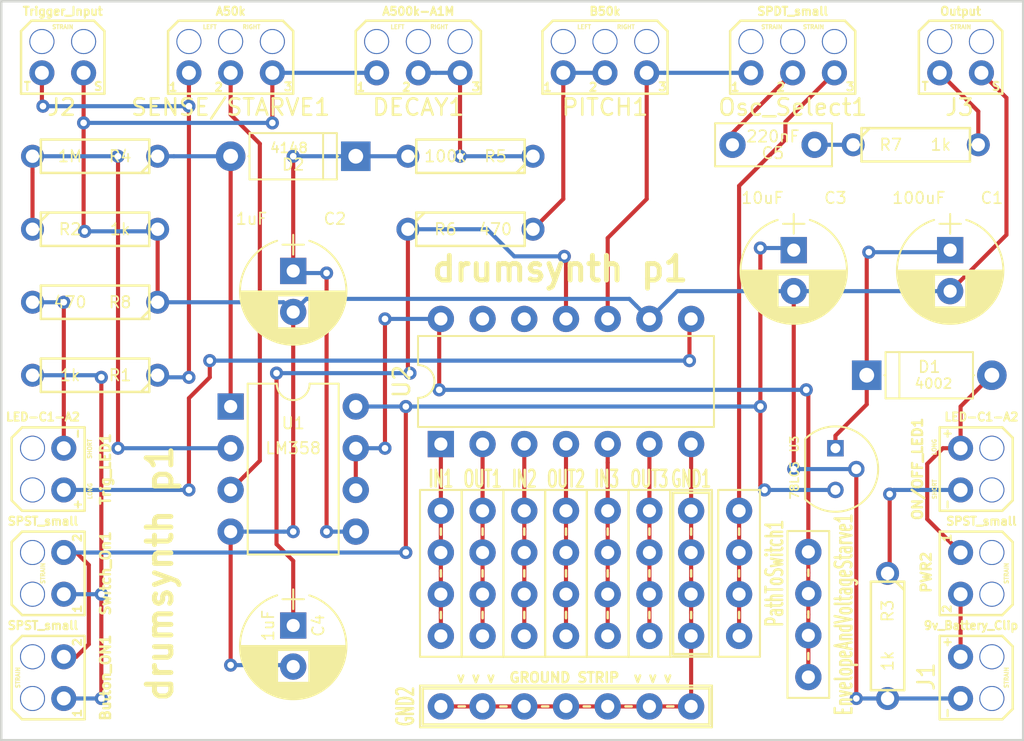
<source format=kicad_pcb>
(kicad_pcb (version 20170123) (host pcbnew "(2017-09-01 revision 8d1475135)-makepkg")

  (general
    (thickness 1.6)
    (drawings 7)
    (tracks 245)
    (zones 0)
    (modules 40)
    (nets 33)
  )

  (page A4)
  (layers
    (0 F.Cu signal)
    (31 B.Cu signal)
    (32 B.Adhes user)
    (33 F.Adhes user)
    (34 B.Paste user)
    (35 F.Paste user)
    (36 B.SilkS user)
    (37 F.SilkS user)
    (38 B.Mask user)
    (39 F.Mask user)
    (40 Dwgs.User user)
    (41 Cmts.User user)
    (42 Eco1.User user)
    (43 Eco2.User user)
    (44 Edge.Cuts user)
    (45 Margin user)
    (46 B.CrtYd user)
    (47 F.CrtYd user)
    (48 B.Fab user)
    (49 F.Fab user)
  )

  (setup
    (last_trace_width 0.25)
    (trace_clearance 0.2)
    (zone_clearance 0.508)
    (zone_45_only no)
    (trace_min 0.2)
    (segment_width 0.2)
    (edge_width 0.15)
    (via_size 0.8)
    (via_drill 0.4)
    (via_min_size 0.4)
    (via_min_drill 0.3)
    (uvia_size 0.3)
    (uvia_drill 0.1)
    (uvias_allowed no)
    (uvia_min_size 0.2)
    (uvia_min_drill 0.1)
    (pcb_text_width 0.3)
    (pcb_text_size 1.5 1.5)
    (mod_edge_width 0.15)
    (mod_text_size 1 1)
    (mod_text_width 0.15)
    (pad_size 1.6 1.6)
    (pad_drill 0.8)
    (pad_to_mask_clearance 0.2)
    (aux_axis_origin 0 0)
    (visible_elements 7FFFEFFF)
    (pcbplotparams
      (layerselection 0x010f0_ffffffff)
      (usegerberextensions false)
      (usegerberattributes true)
      (usegerberadvancedattributes true)
      (creategerberjobfile true)
      (excludeedgelayer true)
      (linewidth 0.100000)
      (plotframeref false)
      (viasonmask false)
      (mode 1)
      (useauxorigin true)
      (hpglpennumber 1)
      (hpglpenspeed 20)
      (hpglpendiameter 15)
      (psnegative false)
      (psa4output false)
      (plotreference true)
      (plotvalue true)
      (plotinvisibletext false)
      (padsonsilk false)
      (subtractmaskfromsilk false)
      (outputformat 1)
      (mirror false)
      (drillshape 0)
      (scaleselection 1)
      (outputdirectory gbr/))
  )

  (net 0 "")
  (net 1 "Net-(GND1-Pad1)")
  (net 2 "Net-(Button_ON1-Pad1)")
  (net 3 +5V)
  (net 4 "Net-(J1-Pad1)")
  (net 5 "Net-(D1-Pad2)")
  (net 6 "Net-(C5-Pad2)")
  (net 7 "Net-(Osc_Select1-Pad1)")
  (net 8 "Net-(SENSE/STARVE1-Pad2)")
  (net 9 "Net-(J2-Pad1)")
  (net 10 GND)
  (net 11 "Net-(PITCH1-Pad1)")
  (net 12 "Net-(DECAY1-Pad2)")
  (net 13 "Net-(J3-Pad1)")
  (net 14 "Net-(C1-Pad1)")
  (net 15 "Net-(R2-Pad1)")
  (net 16 "Net-(ON/OFF_LED1-Pad1)")
  (net 17 "Net-(D2-Pad2)")
  (net 18 "Net-(C2-Pad1)")
  (net 19 "Net-(C4-Pad1)")
  (net 20 "Net-(C5-Pad1)")
  (net 21 "Net-(R8-Pad2)")
  (net 22 "Net-(Trig_LED1-Pad2)")
  (net 23 "Net-(U2-Pad13)")
  (net 24 "Net-(U2-Pad12)")
  (net 25 "Net-(IN3-Pad1)")
  (net 26 "Net-(IN2-Pad1)")
  (net 27 "Net-(IN1-Pad1)")
  (net 28 "Net-(OUT1-Pad1)")
  (net 29 "Net-(OUT2-Pad1)")
  (net 30 "Net-(OUT3-Pad1)")
  (net 31 "Net-(Osc_Select1-Pad3)")
  (net 32 "Net-(EnvelopeAndVoltageStarve1-Pad1)")

  (net_class Default "This is the default net class."
    (clearance 0.2)
    (trace_width 0.25)
    (via_dia 0.8)
    (via_drill 0.4)
    (uvia_dia 0.3)
    (uvia_drill 0.1)
    (add_net +5V)
    (add_net GND)
    (add_net "Net-(Button_ON1-Pad1)")
    (add_net "Net-(C1-Pad1)")
    (add_net "Net-(C2-Pad1)")
    (add_net "Net-(C4-Pad1)")
    (add_net "Net-(C5-Pad1)")
    (add_net "Net-(C5-Pad2)")
    (add_net "Net-(D1-Pad2)")
    (add_net "Net-(D2-Pad2)")
    (add_net "Net-(DECAY1-Pad2)")
    (add_net "Net-(EnvelopeAndVoltageStarve1-Pad1)")
    (add_net "Net-(GND1-Pad1)")
    (add_net "Net-(IN1-Pad1)")
    (add_net "Net-(IN2-Pad1)")
    (add_net "Net-(IN3-Pad1)")
    (add_net "Net-(J1-Pad1)")
    (add_net "Net-(J2-Pad1)")
    (add_net "Net-(J3-Pad1)")
    (add_net "Net-(ON/OFF_LED1-Pad1)")
    (add_net "Net-(OUT1-Pad1)")
    (add_net "Net-(OUT2-Pad1)")
    (add_net "Net-(OUT3-Pad1)")
    (add_net "Net-(Osc_Select1-Pad1)")
    (add_net "Net-(Osc_Select1-Pad3)")
    (add_net "Net-(PITCH1-Pad1)")
    (add_net "Net-(R2-Pad1)")
    (add_net "Net-(R8-Pad2)")
    (add_net "Net-(SENSE/STARVE1-Pad2)")
    (add_net "Net-(Trig_LED1-Pad2)")
    (add_net "Net-(U2-Pad12)")
    (add_net "Net-(U2-Pad13)")
  )

  (module zfoot:BreadBoardStrip_4 (layer F.Cu) (tedit 5A443701) (tstamp 5A446EE5)
    (at 49.149 -7.65703 90)
    (descr "8-lead dip package, row spacing 7.62 mm (300 mils)")
    (tags "DIL DIP PDIP 2.54mm 7.62mm 300mil")
    (path /5A330F13)
    (fp_text reference EnvelopeAndVoltageStarve1 (at 0 2.159 90) (layer F.SilkS)
      (effects (font (size 1.016 0.6) (thickness 0.15)))
    )
    (fp_text value PWRStrip (at 0.1 2.54 90) (layer F.SilkS) hide
      (effects (font (size 1.016 1.016) (thickness 0.1905)))
    )
    (fp_line (start -5.08 1.27) (end -5.08 -1.27) (layer F.SilkS) (width 0.125))
    (fp_line (start 5.08 1.27) (end -5.08 1.27) (layer F.SilkS) (width 0.125))
    (fp_line (start 5.08 -1.27) (end 5.08 1.27) (layer F.SilkS) (width 0.125))
    (fp_line (start -5.08 -1.27) (end 5.08 -1.27) (layer F.SilkS) (width 0.125))
    (fp_line (start -0.19 0) (end 0.19 0) (layer F.SilkS) (width 0.15))
    (fp_line (start -2.73 0) (end -2.35 0) (layer F.SilkS) (width 0.15))
    (fp_line (start 2.35 0) (end 2.73 0) (layer F.SilkS) (width 0.15))
    (pad 1 thru_hole oval (at -1.27 0 180) (size 1.6 1.6) (drill 0.8) (layers *.Cu *.Mask)
      (net 32 "Net-(EnvelopeAndVoltageStarve1-Pad1)"))
    (pad 1 thru_hole oval (at 1.27 0 180) (size 1.6 1.6) (drill 0.8) (layers *.Cu *.Mask)
      (net 32 "Net-(EnvelopeAndVoltageStarve1-Pad1)"))
    (pad 1 thru_hole oval (at 3.81 0 180) (size 1.6 1.6) (drill 0.8) (layers *.Cu *.Mask)
      (net 32 "Net-(EnvelopeAndVoltageStarve1-Pad1)"))
    (pad 1 thru_hole oval (at -3.81 0 180) (size 1.6 1.6) (drill 0.8) (layers *.Cu *.Mask)
      (net 32 "Net-(EnvelopeAndVoltageStarve1-Pad1)"))
    (model ${KISYS3DMOD}/Housings_DIP.3dshapes/DIP-8_W7.62mm.wrl
      (at (xyz 0 0 0))
      (scale (xyz 1 1 1))
      (rotate (xyz 0 0 0))
    )
  )

  (module 4ms-footprints:Cap_Electrolytic_TH (layer F.Cu) (tedit 594086EC) (tstamp 5A332707)
    (at 17.78 -28.575 270)
    (descr "CP, Radial series, Radial, pin pitch=2.50mm, , diameter=6.3mm, Electrolytic Capacitor")
    (tags "CP Radial series Radial pin pitch 2.50mm  diameter 6.3mm Electrolytic Capacitor")
    (path /5A33B44F)
    (fp_text reference C2 (at -3.175 -2.54) (layer F.SilkS)
      (effects (font (size 0.7 0.7) (thickness 0.1)))
    )
    (fp_text value 1uF (at -3.175 2.54) (layer F.SilkS)
      (effects (font (size 0.7 0.7) (thickness 0.1)))
    )
    (fp_arc (start 1.25 0) (end 4.338236 -0.98) (angle 35.2) (layer F.SilkS) (width 0.12))
    (fp_arc (start 1.25 0) (end -1.838236 0.98) (angle -144.8) (layer F.SilkS) (width 0.12))
    (fp_arc (start 1.25 0) (end -1.838236 -0.98) (angle 144.8) (layer F.SilkS) (width 0.12))
    (fp_circle (center 1.25 0) (end 4.4 0) (layer F.Fab) (width 0.1))
    (fp_line (start 4.75 -3.5) (end -2.25 -3.5) (layer F.CrtYd) (width 0.05))
    (fp_line (start 4.75 3.5) (end 4.75 -3.5) (layer F.CrtYd) (width 0.05))
    (fp_line (start -2.25 3.5) (end 4.75 3.5) (layer F.CrtYd) (width 0.05))
    (fp_line (start -2.25 -3.5) (end -2.25 3.5) (layer F.CrtYd) (width 0.05))
    (fp_line (start -1.6 -0.65) (end -1.6 0.65) (layer F.SilkS) (width 0.12))
    (fp_line (start -2.2 0) (end -1 0) (layer F.SilkS) (width 0.12))
    (fp_line (start 4.451 -0.468) (end 4.451 0.468) (layer F.SilkS) (width 0.12))
    (fp_line (start 4.411 -0.676) (end 4.411 0.676) (layer F.SilkS) (width 0.12))
    (fp_line (start 4.371 -0.834) (end 4.371 0.834) (layer F.SilkS) (width 0.12))
    (fp_line (start 4.331 -0.966) (end 4.331 0.966) (layer F.SilkS) (width 0.12))
    (fp_line (start 4.291 -1.081) (end 4.291 1.081) (layer F.SilkS) (width 0.12))
    (fp_line (start 4.251 -1.184) (end 4.251 1.184) (layer F.SilkS) (width 0.12))
    (fp_line (start 4.211 -1.278) (end 4.211 1.278) (layer F.SilkS) (width 0.12))
    (fp_line (start 4.171 -1.364) (end 4.171 1.364) (layer F.SilkS) (width 0.12))
    (fp_line (start 4.131 -1.445) (end 4.131 1.445) (layer F.SilkS) (width 0.12))
    (fp_line (start 4.091 -1.52) (end 4.091 1.52) (layer F.SilkS) (width 0.12))
    (fp_line (start 4.051 -1.591) (end 4.051 1.591) (layer F.SilkS) (width 0.12))
    (fp_line (start 4.011 -1.658) (end 4.011 1.658) (layer F.SilkS) (width 0.12))
    (fp_line (start 3.971 -1.721) (end 3.971 1.721) (layer F.SilkS) (width 0.12))
    (fp_line (start 3.931 -1.781) (end 3.931 1.781) (layer F.SilkS) (width 0.12))
    (fp_line (start 3.891 -1.839) (end 3.891 1.839) (layer F.SilkS) (width 0.12))
    (fp_line (start 3.851 -1.894) (end 3.851 1.894) (layer F.SilkS) (width 0.12))
    (fp_line (start 3.811 -1.946) (end 3.811 1.946) (layer F.SilkS) (width 0.12))
    (fp_line (start 3.771 -1.997) (end 3.771 1.997) (layer F.SilkS) (width 0.12))
    (fp_line (start 3.731 -2.045) (end 3.731 2.045) (layer F.SilkS) (width 0.12))
    (fp_line (start 3.691 -2.092) (end 3.691 2.092) (layer F.SilkS) (width 0.12))
    (fp_line (start 3.651 -2.137) (end 3.651 2.137) (layer F.SilkS) (width 0.12))
    (fp_line (start 3.611 -2.18) (end 3.611 2.18) (layer F.SilkS) (width 0.12))
    (fp_line (start 3.571 -2.222) (end 3.571 2.222) (layer F.SilkS) (width 0.12))
    (fp_line (start 3.531 -2.262) (end 3.531 2.262) (layer F.SilkS) (width 0.12))
    (fp_line (start 3.491 -2.301) (end 3.491 2.301) (layer F.SilkS) (width 0.12))
    (fp_line (start 3.451 0.98) (end 3.451 2.339) (layer F.SilkS) (width 0.12))
    (fp_line (start 3.451 -2.339) (end 3.451 -0.98) (layer F.SilkS) (width 0.12))
    (fp_line (start 3.411 0.98) (end 3.411 2.375) (layer F.SilkS) (width 0.12))
    (fp_line (start 3.411 -2.375) (end 3.411 -0.98) (layer F.SilkS) (width 0.12))
    (fp_line (start 3.371 0.98) (end 3.371 2.411) (layer F.SilkS) (width 0.12))
    (fp_line (start 3.371 -2.411) (end 3.371 -0.98) (layer F.SilkS) (width 0.12))
    (fp_line (start 3.331 0.98) (end 3.331 2.445) (layer F.SilkS) (width 0.12))
    (fp_line (start 3.331 -2.445) (end 3.331 -0.98) (layer F.SilkS) (width 0.12))
    (fp_line (start 3.291 0.98) (end 3.291 2.478) (layer F.SilkS) (width 0.12))
    (fp_line (start 3.291 -2.478) (end 3.291 -0.98) (layer F.SilkS) (width 0.12))
    (fp_line (start 3.251 0.98) (end 3.251 2.51) (layer F.SilkS) (width 0.12))
    (fp_line (start 3.251 -2.51) (end 3.251 -0.98) (layer F.SilkS) (width 0.12))
    (fp_line (start 3.211 0.98) (end 3.211 2.54) (layer F.SilkS) (width 0.12))
    (fp_line (start 3.211 -2.54) (end 3.211 -0.98) (layer F.SilkS) (width 0.12))
    (fp_line (start 3.171 0.98) (end 3.171 2.57) (layer F.SilkS) (width 0.12))
    (fp_line (start 3.171 -2.57) (end 3.171 -0.98) (layer F.SilkS) (width 0.12))
    (fp_line (start 3.131 0.98) (end 3.131 2.599) (layer F.SilkS) (width 0.12))
    (fp_line (start 3.131 -2.599) (end 3.131 -0.98) (layer F.SilkS) (width 0.12))
    (fp_line (start 3.091 0.98) (end 3.091 2.627) (layer F.SilkS) (width 0.12))
    (fp_line (start 3.091 -2.627) (end 3.091 -0.98) (layer F.SilkS) (width 0.12))
    (fp_line (start 3.051 0.98) (end 3.051 2.654) (layer F.SilkS) (width 0.12))
    (fp_line (start 3.051 -2.654) (end 3.051 -0.98) (layer F.SilkS) (width 0.12))
    (fp_line (start 3.011 0.98) (end 3.011 2.681) (layer F.SilkS) (width 0.12))
    (fp_line (start 3.011 -2.681) (end 3.011 -0.98) (layer F.SilkS) (width 0.12))
    (fp_line (start 2.971 0.98) (end 2.971 2.706) (layer F.SilkS) (width 0.12))
    (fp_line (start 2.971 -2.706) (end 2.971 -0.98) (layer F.SilkS) (width 0.12))
    (fp_line (start 2.931 0.98) (end 2.931 2.731) (layer F.SilkS) (width 0.12))
    (fp_line (start 2.931 -2.731) (end 2.931 -0.98) (layer F.SilkS) (width 0.12))
    (fp_line (start 2.891 0.98) (end 2.891 2.755) (layer F.SilkS) (width 0.12))
    (fp_line (start 2.891 -2.755) (end 2.891 -0.98) (layer F.SilkS) (width 0.12))
    (fp_line (start 2.851 0.98) (end 2.851 2.778) (layer F.SilkS) (width 0.12))
    (fp_line (start 2.851 -2.778) (end 2.851 -0.98) (layer F.SilkS) (width 0.12))
    (fp_line (start 2.811 0.98) (end 2.811 2.8) (layer F.SilkS) (width 0.12))
    (fp_line (start 2.811 -2.8) (end 2.811 -0.98) (layer F.SilkS) (width 0.12))
    (fp_line (start 2.771 0.98) (end 2.771 2.822) (layer F.SilkS) (width 0.12))
    (fp_line (start 2.771 -2.822) (end 2.771 -0.98) (layer F.SilkS) (width 0.12))
    (fp_line (start 2.731 0.98) (end 2.731 2.843) (layer F.SilkS) (width 0.12))
    (fp_line (start 2.731 -2.843) (end 2.731 -0.98) (layer F.SilkS) (width 0.12))
    (fp_line (start 2.691 0.98) (end 2.691 2.863) (layer F.SilkS) (width 0.12))
    (fp_line (start 2.691 -2.863) (end 2.691 -0.98) (layer F.SilkS) (width 0.12))
    (fp_line (start 2.651 0.98) (end 2.651 2.882) (layer F.SilkS) (width 0.12))
    (fp_line (start 2.651 -2.882) (end 2.651 -0.98) (layer F.SilkS) (width 0.12))
    (fp_line (start 2.611 0.98) (end 2.611 2.901) (layer F.SilkS) (width 0.12))
    (fp_line (start 2.611 -2.901) (end 2.611 -0.98) (layer F.SilkS) (width 0.12))
    (fp_line (start 2.571 0.98) (end 2.571 2.919) (layer F.SilkS) (width 0.12))
    (fp_line (start 2.571 -2.919) (end 2.571 -0.98) (layer F.SilkS) (width 0.12))
    (fp_line (start 2.531 0.98) (end 2.531 2.937) (layer F.SilkS) (width 0.12))
    (fp_line (start 2.531 -2.937) (end 2.531 -0.98) (layer F.SilkS) (width 0.12))
    (fp_line (start 2.491 0.98) (end 2.491 2.954) (layer F.SilkS) (width 0.12))
    (fp_line (start 2.491 -2.954) (end 2.491 -0.98) (layer F.SilkS) (width 0.12))
    (fp_line (start 2.451 0.98) (end 2.451 2.97) (layer F.SilkS) (width 0.12))
    (fp_line (start 2.451 -2.97) (end 2.451 -0.98) (layer F.SilkS) (width 0.12))
    (fp_line (start 2.411 0.98) (end 2.411 2.986) (layer F.SilkS) (width 0.12))
    (fp_line (start 2.411 -2.986) (end 2.411 -0.98) (layer F.SilkS) (width 0.12))
    (fp_line (start 2.371 0.98) (end 2.371 3.001) (layer F.SilkS) (width 0.12))
    (fp_line (start 2.371 -3.001) (end 2.371 -0.98) (layer F.SilkS) (width 0.12))
    (fp_line (start 2.331 0.98) (end 2.331 3.015) (layer F.SilkS) (width 0.12))
    (fp_line (start 2.331 -3.015) (end 2.331 -0.98) (layer F.SilkS) (width 0.12))
    (fp_line (start 2.291 0.98) (end 2.291 3.029) (layer F.SilkS) (width 0.12))
    (fp_line (start 2.291 -3.029) (end 2.291 -0.98) (layer F.SilkS) (width 0.12))
    (fp_line (start 2.251 0.98) (end 2.251 3.042) (layer F.SilkS) (width 0.12))
    (fp_line (start 2.251 -3.042) (end 2.251 -0.98) (layer F.SilkS) (width 0.12))
    (fp_line (start 2.211 0.98) (end 2.211 3.055) (layer F.SilkS) (width 0.12))
    (fp_line (start 2.211 -3.055) (end 2.211 -0.98) (layer F.SilkS) (width 0.12))
    (fp_line (start 2.171 0.98) (end 2.171 3.067) (layer F.SilkS) (width 0.12))
    (fp_line (start 2.171 -3.067) (end 2.171 -0.98) (layer F.SilkS) (width 0.12))
    (fp_line (start 2.131 0.98) (end 2.131 3.079) (layer F.SilkS) (width 0.12))
    (fp_line (start 2.131 -3.079) (end 2.131 -0.98) (layer F.SilkS) (width 0.12))
    (fp_line (start 2.091 0.98) (end 2.091 3.09) (layer F.SilkS) (width 0.12))
    (fp_line (start 2.091 -3.09) (end 2.091 -0.98) (layer F.SilkS) (width 0.12))
    (fp_line (start 2.051 0.98) (end 2.051 3.1) (layer F.SilkS) (width 0.12))
    (fp_line (start 2.051 -3.1) (end 2.051 -0.98) (layer F.SilkS) (width 0.12))
    (fp_line (start 2.011 0.98) (end 2.011 3.11) (layer F.SilkS) (width 0.12))
    (fp_line (start 2.011 -3.11) (end 2.011 -0.98) (layer F.SilkS) (width 0.12))
    (fp_line (start 1.971 0.98) (end 1.971 3.119) (layer F.SilkS) (width 0.12))
    (fp_line (start 1.971 -3.119) (end 1.971 -0.98) (layer F.SilkS) (width 0.12))
    (fp_line (start 1.93 0.98) (end 1.93 3.128) (layer F.SilkS) (width 0.12))
    (fp_line (start 1.93 -3.128) (end 1.93 -0.98) (layer F.SilkS) (width 0.12))
    (fp_line (start 1.89 0.98) (end 1.89 3.137) (layer F.SilkS) (width 0.12))
    (fp_line (start 1.89 -3.137) (end 1.89 -0.98) (layer F.SilkS) (width 0.12))
    (fp_line (start 1.85 0.98) (end 1.85 3.144) (layer F.SilkS) (width 0.12))
    (fp_line (start 1.85 -3.144) (end 1.85 -0.98) (layer F.SilkS) (width 0.12))
    (fp_line (start 1.81 0.98) (end 1.81 3.152) (layer F.SilkS) (width 0.12))
    (fp_line (start 1.81 -3.152) (end 1.81 -0.98) (layer F.SilkS) (width 0.12))
    (fp_line (start 1.77 0.98) (end 1.77 3.158) (layer F.SilkS) (width 0.12))
    (fp_line (start 1.77 -3.158) (end 1.77 -0.98) (layer F.SilkS) (width 0.12))
    (fp_line (start 1.73 0.98) (end 1.73 3.165) (layer F.SilkS) (width 0.12))
    (fp_line (start 1.73 -3.165) (end 1.73 -0.98) (layer F.SilkS) (width 0.12))
    (fp_line (start 1.69 0.98) (end 1.69 3.17) (layer F.SilkS) (width 0.12))
    (fp_line (start 1.69 -3.17) (end 1.69 -0.98) (layer F.SilkS) (width 0.12))
    (fp_line (start 1.65 0.98) (end 1.65 3.176) (layer F.SilkS) (width 0.12))
    (fp_line (start 1.65 -3.176) (end 1.65 -0.98) (layer F.SilkS) (width 0.12))
    (fp_line (start 1.61 0.98) (end 1.61 3.18) (layer F.SilkS) (width 0.12))
    (fp_line (start 1.61 -3.18) (end 1.61 -0.98) (layer F.SilkS) (width 0.12))
    (fp_line (start 1.57 0.98) (end 1.57 3.185) (layer F.SilkS) (width 0.12))
    (fp_line (start 1.57 -3.185) (end 1.57 -0.98) (layer F.SilkS) (width 0.12))
    (fp_line (start 1.53 0.98) (end 1.53 3.188) (layer F.SilkS) (width 0.12))
    (fp_line (start 1.53 -3.188) (end 1.53 -0.98) (layer F.SilkS) (width 0.12))
    (fp_line (start 1.49 -3.192) (end 1.49 3.192) (layer F.SilkS) (width 0.12))
    (fp_line (start 1.45 -3.194) (end 1.45 3.194) (layer F.SilkS) (width 0.12))
    (fp_line (start 1.41 -3.197) (end 1.41 3.197) (layer F.SilkS) (width 0.12))
    (fp_line (start 1.37 -3.198) (end 1.37 3.198) (layer F.SilkS) (width 0.12))
    (fp_line (start 1.33 -3.2) (end 1.33 3.2) (layer F.SilkS) (width 0.12))
    (fp_line (start 1.29 -3.2) (end 1.29 3.2) (layer F.SilkS) (width 0.12))
    (fp_line (start 1.25 -3.2) (end 1.25 3.2) (layer F.SilkS) (width 0.12))
    (fp_line (start -1.6 -0.65) (end -1.6 0.65) (layer F.Fab) (width 0.1))
    (fp_line (start -2.2 0) (end -1 0) (layer F.Fab) (width 0.1))
    (pad 2 thru_hole circle (at 2.5 0 270) (size 1.6 1.6) (drill 0.8) (layers *.Cu *.Mask)
      (net 10 GND))
    (pad 1 thru_hole rect (at 0 0 270) (size 1.6 1.6) (drill 0.8) (layers *.Cu *.Mask)
      (net 18 "Net-(C2-Pad1)"))
    (model ${KISYS3DMOD}/Capacitors_THT.3dshapes/CP_Radial_D6.3mm_P2.50mm.wrl
      (at (xyz 0 0 0))
      (scale (xyz 0.393701 0.393701 0.393701))
      (rotate (xyz 0 0 0))
    )
  )

  (module zfoot:BreadBoardStrip_4 (layer F.Cu) (tedit 5A441ABC) (tstamp 5A45371A)
    (at 44.9326 -10.16 90)
    (descr "8-lead dip package, row spacing 7.62 mm (300 mils)")
    (tags "DIL DIP PDIP 2.54mm 7.62mm 300mil")
    (path /5A33DD61)
    (fp_text reference PathToSwitch1 (at 0 2.159 90) (layer F.SilkS)
      (effects (font (size 1.016 0.6) (thickness 0.15)))
    )
    (fp_text value BreadBoardStrip (at 0.1 2.54 90) (layer F.SilkS) hide
      (effects (font (size 1.016 1.016) (thickness 0.1905)))
    )
    (fp_line (start -5.08 1.27) (end -5.08 -1.27) (layer F.SilkS) (width 0.125))
    (fp_line (start 5.08 1.27) (end -5.08 1.27) (layer F.SilkS) (width 0.125))
    (fp_line (start 5.08 -1.27) (end 5.08 1.27) (layer F.SilkS) (width 0.125))
    (fp_line (start -5.08 -1.27) (end 5.08 -1.27) (layer F.SilkS) (width 0.125))
    (fp_line (start -0.19 0) (end 0.19 0) (layer F.SilkS) (width 0.15))
    (fp_line (start -2.73 0) (end -2.35 0) (layer F.SilkS) (width 0.15))
    (fp_line (start 2.35 0) (end 2.73 0) (layer F.SilkS) (width 0.15))
    (pad 1 thru_hole oval (at -1.27 0 180) (size 1.6 1.6) (drill 0.8) (layers *.Cu *.Mask)
      (net 31 "Net-(Osc_Select1-Pad3)"))
    (pad 1 thru_hole oval (at 1.27 0 180) (size 1.6 1.6) (drill 0.8) (layers *.Cu *.Mask)
      (net 31 "Net-(Osc_Select1-Pad3)"))
    (pad 1 thru_hole oval (at 3.81 0 180) (size 1.6 1.6) (drill 0.8) (layers *.Cu *.Mask)
      (net 31 "Net-(Osc_Select1-Pad3)"))
    (pad 1 thru_hole oval (at -3.81 0 180) (size 1.6 1.6) (drill 0.8) (layers *.Cu *.Mask)
      (net 31 "Net-(Osc_Select1-Pad3)"))
    (model ${KISYS3DMOD}/Housings_DIP.3dshapes/DIP-8_W7.62mm.wrl
      (at (xyz 0 0 0))
      (scale (xyz 1 1 1))
      (rotate (xyz 0 0 0))
    )
  )

  (module zfoot:BreadBoardStrip_4 (layer F.Cu) (tedit 5A440F31) (tstamp 5A44C66F)
    (at 26.7716 -10.16 270)
    (descr "8-lead dip package, row spacing 7.62 mm (300 mils)")
    (tags "DIL DIP PDIP 2.54mm 7.62mm 300mil")
    (path /5A32DFC0)
    (fp_text reference IN1 (at -5.75 0) (layer F.SilkS)
      (effects (font (size 1.016 0.6) (thickness 0.15)))
    )
    (fp_text value BreadBoardStrip (at 0.1 2.54 270) (layer F.SilkS) hide
      (effects (font (size 1.016 1.016) (thickness 0.1905)))
    )
    (fp_line (start 2.35 0) (end 2.73 0) (layer F.SilkS) (width 0.15))
    (fp_line (start -2.73 0) (end -2.35 0) (layer F.SilkS) (width 0.15))
    (fp_line (start -0.19 0) (end 0.19 0) (layer F.SilkS) (width 0.15))
    (fp_line (start -5.08 -1.27) (end 5.08 -1.27) (layer F.SilkS) (width 0.125))
    (fp_line (start 5.08 -1.27) (end 5.08 1.27) (layer F.SilkS) (width 0.125))
    (fp_line (start 5.08 1.27) (end -5.08 1.27) (layer F.SilkS) (width 0.125))
    (fp_line (start -5.08 1.27) (end -5.08 -1.27) (layer F.SilkS) (width 0.125))
    (pad 1 thru_hole oval (at -3.81 0) (size 1.6 1.6) (drill 0.8) (layers *.Cu *.Mask)
      (net 27 "Net-(IN1-Pad1)"))
    (pad 1 thru_hole oval (at 3.81 0) (size 1.6 1.6) (drill 0.8) (layers *.Cu *.Mask)
      (net 27 "Net-(IN1-Pad1)"))
    (pad 1 thru_hole oval (at 1.27 0) (size 1.6 1.6) (drill 0.8) (layers *.Cu *.Mask)
      (net 27 "Net-(IN1-Pad1)"))
    (pad 1 thru_hole oval (at -1.27 0) (size 1.6 1.6) (drill 0.8) (layers *.Cu *.Mask)
      (net 27 "Net-(IN1-Pad1)"))
    (model ${KISYS3DMOD}/Housings_DIP.3dshapes/DIP-8_W7.62mm.wrl
      (at (xyz 0 0 0))
      (scale (xyz 1 1 1))
      (rotate (xyz 0 0 0))
    )
  )

  (module zfoot:BreadBoardStrip_4 (layer F.Cu) (tedit 5A440F74) (tstamp 5A44C661)
    (at 31.8516 -10.16 270)
    (descr "8-lead dip package, row spacing 7.62 mm (300 mils)")
    (tags "DIL DIP PDIP 2.54mm 7.62mm 300mil")
    (path /5A32E61E)
    (fp_text reference IN2 (at -5.75 0) (layer F.SilkS)
      (effects (font (size 1.016 0.6) (thickness 0.15)))
    )
    (fp_text value BreadBoardStrip (at 0.1 2.54 270) (layer F.SilkS) hide
      (effects (font (size 1.016 1.016) (thickness 0.1905)))
    )
    (fp_line (start -5.08 1.27) (end -5.08 -1.27) (layer F.SilkS) (width 0.125))
    (fp_line (start 5.08 1.27) (end -5.08 1.27) (layer F.SilkS) (width 0.125))
    (fp_line (start 5.08 -1.27) (end 5.08 1.27) (layer F.SilkS) (width 0.125))
    (fp_line (start -5.08 -1.27) (end 5.08 -1.27) (layer F.SilkS) (width 0.125))
    (fp_line (start -0.19 0) (end 0.19 0) (layer F.SilkS) (width 0.15))
    (fp_line (start -2.73 0) (end -2.35 0) (layer F.SilkS) (width 0.15))
    (fp_line (start 2.35 0) (end 2.73 0) (layer F.SilkS) (width 0.15))
    (pad 1 thru_hole oval (at -1.27 0) (size 1.6 1.6) (drill 0.8) (layers *.Cu *.Mask)
      (net 26 "Net-(IN2-Pad1)"))
    (pad 1 thru_hole oval (at 1.27 0) (size 1.6 1.6) (drill 0.8) (layers *.Cu *.Mask)
      (net 26 "Net-(IN2-Pad1)"))
    (pad 1 thru_hole oval (at 3.81 0) (size 1.6 1.6) (drill 0.8) (layers *.Cu *.Mask)
      (net 26 "Net-(IN2-Pad1)"))
    (pad 1 thru_hole oval (at -3.81 0) (size 1.6 1.6) (drill 0.8) (layers *.Cu *.Mask)
      (net 26 "Net-(IN2-Pad1)"))
    (model ${KISYS3DMOD}/Housings_DIP.3dshapes/DIP-8_W7.62mm.wrl
      (at (xyz 0 0 0))
      (scale (xyz 1 1 1))
      (rotate (xyz 0 0 0))
    )
  )

  (module zfoot:BreadBoardStrip_4 (layer F.Cu) (tedit 5A440FA9) (tstamp 5A44C653)
    (at 36.9316 -10.16 270)
    (descr "8-lead dip package, row spacing 7.62 mm (300 mils)")
    (tags "DIL DIP PDIP 2.54mm 7.62mm 300mil")
    (path /5A32E6B1)
    (fp_text reference IN3 (at -5.75 0.0635) (layer F.SilkS)
      (effects (font (size 1.016 0.6) (thickness 0.15)))
    )
    (fp_text value BreadBoardStrip (at 0.1 2.54 270) (layer F.SilkS) hide
      (effects (font (size 1.016 1.016) (thickness 0.1905)))
    )
    (fp_line (start 2.35 0) (end 2.73 0) (layer F.SilkS) (width 0.15))
    (fp_line (start -2.73 0) (end -2.35 0) (layer F.SilkS) (width 0.15))
    (fp_line (start -0.19 0) (end 0.19 0) (layer F.SilkS) (width 0.15))
    (fp_line (start -5.08 -1.27) (end 5.08 -1.27) (layer F.SilkS) (width 0.125))
    (fp_line (start 5.08 -1.27) (end 5.08 1.27) (layer F.SilkS) (width 0.125))
    (fp_line (start 5.08 1.27) (end -5.08 1.27) (layer F.SilkS) (width 0.125))
    (fp_line (start -5.08 1.27) (end -5.08 -1.27) (layer F.SilkS) (width 0.125))
    (pad 1 thru_hole oval (at -3.81 0) (size 1.6 1.6) (drill 0.8) (layers *.Cu *.Mask)
      (net 25 "Net-(IN3-Pad1)"))
    (pad 1 thru_hole oval (at 3.81 0) (size 1.6 1.6) (drill 0.8) (layers *.Cu *.Mask)
      (net 25 "Net-(IN3-Pad1)"))
    (pad 1 thru_hole oval (at 1.27 0) (size 1.6 1.6) (drill 0.8) (layers *.Cu *.Mask)
      (net 25 "Net-(IN3-Pad1)"))
    (pad 1 thru_hole oval (at -1.27 0) (size 1.6 1.6) (drill 0.8) (layers *.Cu *.Mask)
      (net 25 "Net-(IN3-Pad1)"))
    (model ${KISYS3DMOD}/Housings_DIP.3dshapes/DIP-8_W7.62mm.wrl
      (at (xyz 0 0 0))
      (scale (xyz 1 1 1))
      (rotate (xyz 0 0 0))
    )
  )

  (module zfoot:BreadBoardStrip_4 (layer F.Cu) (tedit 5A4410C0) (tstamp 5A44C645)
    (at 29.3116 -10.16 270)
    (descr "8-lead dip package, row spacing 7.62 mm (300 mils)")
    (tags "DIL DIP PDIP 2.54mm 7.62mm 300mil")
    (path /5A32E0DC)
    (fp_text reference OUT1 (at -5.75 0) (layer F.SilkS)
      (effects (font (size 1.016 0.6) (thickness 0.15)))
    )
    (fp_text value BreadBoardStrip (at 0.1 2.54 270) (layer F.SilkS) hide
      (effects (font (size 1.016 1.016) (thickness 0.1905)))
    )
    (fp_line (start -5.08 1.27) (end -5.08 -1.27) (layer F.SilkS) (width 0.125))
    (fp_line (start 5.08 1.27) (end -5.08 1.27) (layer F.SilkS) (width 0.125))
    (fp_line (start 5.08 -1.27) (end 5.08 1.27) (layer F.SilkS) (width 0.125))
    (fp_line (start -5.08 -1.27) (end 5.08 -1.27) (layer F.SilkS) (width 0.125))
    (fp_line (start -0.19 0) (end 0.19 0) (layer F.SilkS) (width 0.15))
    (fp_line (start -2.73 0) (end -2.35 0) (layer F.SilkS) (width 0.15))
    (fp_line (start 2.35 0) (end 2.73 0) (layer F.SilkS) (width 0.15))
    (pad 1 thru_hole oval (at -1.27 0) (size 1.6 1.6) (drill 0.8) (layers *.Cu *.Mask)
      (net 28 "Net-(OUT1-Pad1)"))
    (pad 1 thru_hole oval (at 1.27 0) (size 1.6 1.6) (drill 0.8) (layers *.Cu *.Mask)
      (net 28 "Net-(OUT1-Pad1)"))
    (pad 1 thru_hole oval (at 3.81 0) (size 1.6 1.6) (drill 0.8) (layers *.Cu *.Mask)
      (net 28 "Net-(OUT1-Pad1)"))
    (pad 1 thru_hole oval (at -3.81 0) (size 1.6 1.6) (drill 0.8) (layers *.Cu *.Mask)
      (net 28 "Net-(OUT1-Pad1)"))
    (model ${KISYS3DMOD}/Housings_DIP.3dshapes/DIP-8_W7.62mm.wrl
      (at (xyz 0 0 0))
      (scale (xyz 1 1 1))
      (rotate (xyz 0 0 0))
    )
  )

  (module zfoot:BreadBoardStrip_4 (layer F.Cu) (tedit 5A440F88) (tstamp 5A44C637)
    (at 34.3916 -10.16 270)
    (descr "8-lead dip package, row spacing 7.62 mm (300 mils)")
    (tags "DIL DIP PDIP 2.54mm 7.62mm 300mil")
    (path /5A32E1FA)
    (fp_text reference OUT2 (at -5.75 0) (layer F.SilkS)
      (effects (font (size 1.016 0.6) (thickness 0.15)))
    )
    (fp_text value BreadBoardStrip (at 0.1 2.54 270) (layer F.SilkS) hide
      (effects (font (size 1.016 1.016) (thickness 0.1905)))
    )
    (fp_line (start 2.35 0) (end 2.73 0) (layer F.SilkS) (width 0.15))
    (fp_line (start -2.73 0) (end -2.35 0) (layer F.SilkS) (width 0.15))
    (fp_line (start -0.19 0) (end 0.19 0) (layer F.SilkS) (width 0.15))
    (fp_line (start -5.08 -1.27) (end 5.08 -1.27) (layer F.SilkS) (width 0.125))
    (fp_line (start 5.08 -1.27) (end 5.08 1.27) (layer F.SilkS) (width 0.125))
    (fp_line (start 5.08 1.27) (end -5.08 1.27) (layer F.SilkS) (width 0.125))
    (fp_line (start -5.08 1.27) (end -5.08 -1.27) (layer F.SilkS) (width 0.125))
    (pad 1 thru_hole oval (at -3.81 0) (size 1.6 1.6) (drill 0.8) (layers *.Cu *.Mask)
      (net 29 "Net-(OUT2-Pad1)"))
    (pad 1 thru_hole oval (at 3.81 0) (size 1.6 1.6) (drill 0.8) (layers *.Cu *.Mask)
      (net 29 "Net-(OUT2-Pad1)"))
    (pad 1 thru_hole oval (at 1.27 0) (size 1.6 1.6) (drill 0.8) (layers *.Cu *.Mask)
      (net 29 "Net-(OUT2-Pad1)"))
    (pad 1 thru_hole oval (at -1.27 0) (size 1.6 1.6) (drill 0.8) (layers *.Cu *.Mask)
      (net 29 "Net-(OUT2-Pad1)"))
    (model ${KISYS3DMOD}/Housings_DIP.3dshapes/DIP-8_W7.62mm.wrl
      (at (xyz 0 0 0))
      (scale (xyz 1 1 1))
      (rotate (xyz 0 0 0))
    )
  )

  (module zfoot:BreadBoardStrip_4 (layer F.Cu) (tedit 5A440FBB) (tstamp 5A44C629)
    (at 39.4716 -10.16 270)
    (descr "8-lead dip package, row spacing 7.62 mm (300 mils)")
    (tags "DIL DIP PDIP 2.54mm 7.62mm 300mil")
    (path /5A32E1BF)
    (fp_text reference OUT3 (at -5.75 0) (layer F.SilkS)
      (effects (font (size 1.016 0.6) (thickness 0.15)))
    )
    (fp_text value BreadBoardStrip (at 0.1 2.54 270) (layer F.SilkS) hide
      (effects (font (size 1.016 1.016) (thickness 0.1905)))
    )
    (fp_line (start -5.08 1.27) (end -5.08 -1.27) (layer F.SilkS) (width 0.125))
    (fp_line (start 5.08 1.27) (end -5.08 1.27) (layer F.SilkS) (width 0.125))
    (fp_line (start 5.08 -1.27) (end 5.08 1.27) (layer F.SilkS) (width 0.125))
    (fp_line (start -5.08 -1.27) (end 5.08 -1.27) (layer F.SilkS) (width 0.125))
    (fp_line (start -0.19 0) (end 0.19 0) (layer F.SilkS) (width 0.15))
    (fp_line (start -2.73 0) (end -2.35 0) (layer F.SilkS) (width 0.15))
    (fp_line (start 2.35 0) (end 2.73 0) (layer F.SilkS) (width 0.15))
    (pad 1 thru_hole oval (at -1.27 0) (size 1.6 1.6) (drill 0.8) (layers *.Cu *.Mask)
      (net 30 "Net-(OUT3-Pad1)"))
    (pad 1 thru_hole oval (at 1.27 0) (size 1.6 1.6) (drill 0.8) (layers *.Cu *.Mask)
      (net 30 "Net-(OUT3-Pad1)"))
    (pad 1 thru_hole oval (at 3.81 0) (size 1.6 1.6) (drill 0.8) (layers *.Cu *.Mask)
      (net 30 "Net-(OUT3-Pad1)"))
    (pad 1 thru_hole oval (at -3.81 0) (size 1.6 1.6) (drill 0.8) (layers *.Cu *.Mask)
      (net 30 "Net-(OUT3-Pad1)"))
    (model ${KISYS3DMOD}/Housings_DIP.3dshapes/DIP-8_W7.62mm.wrl
      (at (xyz 0 0 0))
      (scale (xyz 1 1 1))
      (rotate (xyz 0 0 0))
    )
  )

  (module zfoot:BreadBoardStripBold_4 (layer F.Cu) (tedit 5A440FE1) (tstamp 5A44A322)
    (at 42.0116 -10.16 270)
    (descr "8-lead dip package, row spacing 7.62 mm (300 mils)")
    (tags "DIL DIP PDIP 2.54mm 7.62mm 300mil")
    (path /5A32F5DA)
    (fp_text reference GND1 (at -5.75 0) (layer F.SilkS)
      (effects (font (size 1.016 0.6) (thickness 0.15)))
    )
    (fp_text value GNDStrip (at 0.1 2.54 270) (layer F.SilkS) hide
      (effects (font (size 1.016 1.016) (thickness 0.1905)))
    )
    (fp_line (start -5.08 1.27) (end -5.08 -1.27) (layer F.SilkS) (width 0.125))
    (fp_line (start 5.08 1.27) (end -5.08 1.27) (layer F.SilkS) (width 0.125))
    (fp_line (start 5.08 -1.27) (end 5.08 1.27) (layer F.SilkS) (width 0.125))
    (fp_line (start -5.08 -1.27) (end 5.08 -1.27) (layer F.SilkS) (width 0.125))
    (fp_line (start -4.91 -1.1) (end -4.91 1.1) (layer F.SilkS) (width 0.15))
    (fp_line (start -4.91 1.1) (end 4.92 1.1) (layer F.SilkS) (width 0.15))
    (fp_line (start 4.92 1.1) (end 4.92 -1.1) (layer F.SilkS) (width 0.15))
    (fp_line (start 4.92 -1.1) (end -4.91 -1.1) (layer F.SilkS) (width 0.15))
    (fp_line (start -0.19 0) (end 0.19 0) (layer F.SilkS) (width 0.15))
    (fp_line (start -2.73 0) (end -2.35 0) (layer F.SilkS) (width 0.15))
    (fp_line (start 2.35 0) (end 2.73 0) (layer F.SilkS) (width 0.15))
    (pad 1 thru_hole oval (at -1.27 0) (size 1.6 1.6) (drill 0.8) (layers *.Cu *.Mask)
      (net 1 "Net-(GND1-Pad1)"))
    (pad 1 thru_hole oval (at 1.27 0) (size 1.6 1.6) (drill 0.8) (layers *.Cu *.Mask)
      (net 1 "Net-(GND1-Pad1)"))
    (pad 1 thru_hole oval (at 3.81 0) (size 1.6 1.6) (drill 0.8) (layers *.Cu *.Mask)
      (net 1 "Net-(GND1-Pad1)"))
    (pad 1 thru_hole oval (at -3.81 0) (size 1.6 1.6) (drill 0.8) (layers *.Cu *.Mask)
      (net 1 "Net-(GND1-Pad1)"))
    (model ${KISYS3DMOD}/Housings_DIP.3dshapes/DIP-8_W7.62mm.wrl
      (at (xyz 0 0 0))
      (scale (xyz 1 1 1))
      (rotate (xyz 0 0 0))
    )
  )

  (module zfoot:BreadBoardStripBold_7 (layer F.Cu) (tedit 5A44388C) (tstamp 5A44A30A)
    (at 34.3916 -2.0574)
    (descr "8-lead dip package, row spacing 7.62 mm (300 mils)")
    (tags "DIL DIP PDIP 2.54mm 7.62mm 300mil")
    (path /5A336833)
    (fp_text reference GND2 (at -9.779 0 90) (layer F.SilkS)
      (effects (font (size 1.016 0.6) (thickness 0.15)))
    )
    (fp_text value GNDStrip (at -3.71 2.54) (layer F.SilkS) hide
      (effects (font (size 1.016 1.016) (thickness 0.1905)))
    )
    (fp_line (start -8.89 1.27) (end -8.89 -1.27) (layer F.SilkS) (width 0.125))
    (fp_line (start 8.89 1.27) (end -8.89 1.27) (layer F.SilkS) (width 0.125))
    (fp_line (start 8.89 -1.27) (end 8.89 1.27) (layer F.SilkS) (width 0.125))
    (fp_line (start -8.89 -1.27) (end 8.89 -1.27) (layer F.SilkS) (width 0.125))
    (fp_line (start -8.72 -1.1) (end -8.72 1.1) (layer F.SilkS) (width 0.15))
    (fp_line (start -8.72 1.1) (end 8.73 1.1) (layer F.SilkS) (width 0.15))
    (fp_line (start 8.73 1.1) (end 8.73 -1.1) (layer F.SilkS) (width 0.15))
    (fp_line (start 8.73 -1.1) (end -8.72 -1.1) (layer F.SilkS) (width 0.15))
    (fp_line (start 1.08 0) (end 1.46 0) (layer F.SilkS) (width 0.15))
    (fp_line (start -1.46 0) (end -1.08 0) (layer F.SilkS) (width 0.15))
    (fp_line (start -4 0) (end -3.62 0) (layer F.SilkS) (width 0.15))
    (fp_line (start -6.54 0) (end -6.16 0) (layer F.SilkS) (width 0.15))
    (fp_line (start 3.62 0) (end 4 0) (layer F.SilkS) (width 0.15))
    (fp_line (start 6.16 0) (end 6.54 0) (layer F.SilkS) (width 0.15))
    (pad 1 thru_hole oval (at -5.08 0 90) (size 1.6 1.6) (drill 0.8) (layers *.Cu *.Mask)
      (net 1 "Net-(GND1-Pad1)"))
    (pad 1 thru_hole oval (at -2.54 0 90) (size 1.6 1.6) (drill 0.8) (layers *.Cu *.Mask)
      (net 1 "Net-(GND1-Pad1)"))
    (pad 1 thru_hole oval (at 0 0 90) (size 1.6 1.6) (drill 0.8) (layers *.Cu *.Mask)
      (net 1 "Net-(GND1-Pad1)"))
    (pad 1 thru_hole oval (at -7.62 0 90) (size 1.6 1.6) (drill 0.8) (layers *.Cu *.Mask)
      (net 1 "Net-(GND1-Pad1)"))
    (pad 1 thru_hole oval (at 2.54 0 90) (size 1.6 1.6) (drill 0.8) (layers *.Cu *.Mask)
      (net 1 "Net-(GND1-Pad1)"))
    (pad 1 thru_hole oval (at 7.62 0 90) (size 1.6 1.6) (drill 0.8) (layers *.Cu *.Mask)
      (net 1 "Net-(GND1-Pad1)"))
    (pad 1 thru_hole oval (at 5.08 0 90) (size 1.6 1.6) (drill 0.8) (layers *.Cu *.Mask)
      (net 1 "Net-(GND1-Pad1)"))
    (model ${KISYS3DMOD}/Housings_DIP.3dshapes/DIP-8_W7.62mm.wrl
      (at (xyz 0 0 0))
      (scale (xyz 1 1 1))
      (rotate (xyz 0 0 0))
    )
  )

  (module zfoot:LED_wired (layer F.Cu) (tedit 5A3310C9) (tstamp 5A33FC4B)
    (at 58.42 -16.51 270)
    (path /5A333512)
    (fp_text reference ON/OFF_LED1 (at -0.01 2.62 270) (layer F.SilkS)
      (effects (font (size 0.6 0.6) (thickness 0.15)))
    )
    (fp_text value LED-C1-A2 (at -3.175 -1.27) (layer F.SilkS)
      (effects (font (size 0.5 0.5) (thickness 0.125)))
    )
    (fp_text user SHORT (at 1.23 1.58 90) (layer F.SilkS)
      (effects (font (size 0.25 0.25) (thickness 0.0625)))
    )
    (fp_text user LONG (at -1.34 1.6 270) (layer F.SilkS)
      (effects (font (size 0.25 0.25) (thickness 0.0625)))
    )
    (fp_text user - (at 2.159 0.8255 270) (layer F.SilkS)
      (effects (font (size 0.5 0.5) (thickness 0.125)))
    )
    (fp_text user + (at -2.159 0.8255 270) (layer F.SilkS)
      (effects (font (size 0.5 0.5) (thickness 0.125)))
    )
    (fp_line (start -2.54 -2.54) (end -2.54 1.27) (layer F.SilkS) (width 0.15))
    (fp_line (start -1.905 -3.175) (end -2.54 -2.54) (layer F.SilkS) (width 0.15))
    (fp_line (start 1.905 -3.175) (end -1.905 -3.175) (layer F.SilkS) (width 0.15))
    (fp_line (start 2.54 -2.54) (end 1.905 -3.175) (layer F.SilkS) (width 0.15))
    (fp_line (start 2.54 1.27) (end 2.54 -2.54) (layer F.SilkS) (width 0.15))
    (fp_line (start -2.54 1.27) (end 2.54 1.27) (layer F.SilkS) (width 0.15))
    (pad "" thru_hole circle (at 1.27 -1.905 270) (size 1.524 1.524) (drill 1.4) (layers *.Cu *.Mask))
    (pad "" thru_hole circle (at -1.27 -1.905 270) (size 1.524 1.524) (drill 1.4) (layers *.Cu *.Mask))
    (pad 1 thru_hole circle (at 1.27 0 270) (size 1.524 1.524) (drill 0.85) (layers *.Cu *.Mask)
      (net 16 "Net-(ON/OFF_LED1-Pad1)"))
    (pad 2 thru_hole circle (at -1.27 0 270) (size 1.524 1.524) (drill 0.85) (layers *.Cu *.Mask)
      (net 5 "Net-(D1-Pad2)"))
  )

  (module zfoot:LED_wired (layer F.Cu) (tedit 5A331130) (tstamp 5A33FC3A)
    (at 3.81 -16.51 90)
    (path /5A332943)
    (fp_text reference Trig_LED1 (at 0 2.54 90) (layer F.SilkS)
      (effects (font (size 0.6 0.6) (thickness 0.15)))
    )
    (fp_text value LED-C1-A2 (at 3.175 -1.27 180) (layer F.SilkS)
      (effects (font (size 0.5 0.5) (thickness 0.125)))
    )
    (fp_line (start -2.54 1.27) (end 2.54 1.27) (layer F.SilkS) (width 0.15))
    (fp_line (start 2.54 1.27) (end 2.54 -2.54) (layer F.SilkS) (width 0.15))
    (fp_line (start 2.54 -2.54) (end 1.905 -3.175) (layer F.SilkS) (width 0.15))
    (fp_line (start 1.905 -3.175) (end -1.905 -3.175) (layer F.SilkS) (width 0.15))
    (fp_line (start -1.905 -3.175) (end -2.54 -2.54) (layer F.SilkS) (width 0.15))
    (fp_line (start -2.54 -2.54) (end -2.54 1.27) (layer F.SilkS) (width 0.15))
    (fp_text user + (at -2.159 0.8255 90) (layer F.SilkS)
      (effects (font (size 0.5 0.5) (thickness 0.125)))
    )
    (fp_text user - (at 2.159 0.8255 90) (layer F.SilkS)
      (effects (font (size 0.5 0.5) (thickness 0.125)))
    )
    (fp_text user LONG (at -1.34 1.6 90) (layer F.SilkS)
      (effects (font (size 0.25 0.25) (thickness 0.0625)))
    )
    (fp_text user SHORT (at 1.23 1.58 270) (layer F.SilkS)
      (effects (font (size 0.25 0.25) (thickness 0.0625)))
    )
    (pad 2 thru_hole circle (at -1.27 0 90) (size 1.524 1.524) (drill 0.85) (layers *.Cu *.Mask)
      (net 22 "Net-(Trig_LED1-Pad2)"))
    (pad 1 thru_hole circle (at 1.27 0 90) (size 1.524 1.524) (drill 0.85) (layers *.Cu *.Mask)
      (net 21 "Net-(R8-Pad2)"))
    (pad "" thru_hole circle (at -1.27 -1.905 90) (size 1.524 1.524) (drill 1.4) (layers *.Cu *.Mask))
    (pad "" thru_hole circle (at 1.27 -1.905 90) (size 1.524 1.524) (drill 1.4) (layers *.Cu *.Mask))
  )

  (module 4ms-footprints:Cap_Ceramic_TH (layer F.Cu) (tedit 593AF7BD) (tstamp 5A33016D)
    (at 49.53 -36.2585 180)
    (descr "C, Disc series, Radial, pin pitch=5.00mm, , diameter*width=7*2.5mm^2, Capacitor, http://cdn-reichelt.de/documents/datenblatt/B300/DS_KERKO_TC.pdf")
    (tags "C Disc series Radial pin pitch 5.00mm  diameter 7mm width 2.5mm Capacitor")
    (path /5A3339E6)
    (fp_text reference C5 (at 2.54 -0.508 180) (layer F.SilkS)
      (effects (font (size 0.7 0.7) (thickness 0.1)))
    )
    (fp_text value 220nF (at 2.54 0.508 180) (layer F.SilkS)
      (effects (font (size 0.7 0.7) (thickness 0.1)))
    )
    (fp_line (start -1 -1.25) (end -1 1.25) (layer F.Fab) (width 0.1))
    (fp_line (start -1 1.25) (end 6 1.25) (layer F.Fab) (width 0.1))
    (fp_line (start 6 1.25) (end 6 -1.25) (layer F.Fab) (width 0.1))
    (fp_line (start 6 -1.25) (end -1 -1.25) (layer F.Fab) (width 0.1))
    (fp_line (start -1.06 -1.31) (end 6.06 -1.31) (layer F.SilkS) (width 0.12))
    (fp_line (start -1.06 1.31) (end 6.06 1.31) (layer F.SilkS) (width 0.12))
    (fp_line (start -1.06 -1.31) (end -1.06 1.31) (layer F.SilkS) (width 0.12))
    (fp_line (start 6.06 -1.31) (end 6.06 1.31) (layer F.SilkS) (width 0.12))
    (fp_line (start -1.35 -1.6) (end -1.35 1.6) (layer F.CrtYd) (width 0.05))
    (fp_line (start -1.35 1.6) (end 6.35 1.6) (layer F.CrtYd) (width 0.05))
    (fp_line (start 6.35 1.6) (end 6.35 -1.6) (layer F.CrtYd) (width 0.05))
    (fp_line (start 6.35 -1.6) (end -1.35 -1.6) (layer F.CrtYd) (width 0.05))
    (pad 1 thru_hole circle (at 0 0 180) (size 1.6 1.6) (drill 0.8) (layers *.Cu *.Mask)
      (net 20 "Net-(C5-Pad1)"))
    (pad 2 thru_hole circle (at 5 0 180) (size 1.6 1.6) (drill 0.8) (layers *.Cu *.Mask)
      (net 6 "Net-(C5-Pad2)"))
    (model ${KISYS3DMOD}/Capacitors_THT.3dshapes/C_Disc_D7.0mm_W2.5mm_P5.00mm.wrl
      (at (xyz 0 0 0))
      (scale (xyz 0.393701 0.393701 0.393701))
      (rotate (xyz 0 0 0))
    )
  )

  (module 4ms-footprints:Cap_Electrolytic_TH (layer F.Cu) (tedit 594086EC) (tstamp 5A33015B)
    (at 17.78 -6.985 270)
    (descr "CP, Radial series, Radial, pin pitch=2.50mm, , diameter=6.3mm, Electrolytic Capacitor")
    (tags "CP Radial series Radial pin pitch 2.50mm  diameter 6.3mm Electrolytic Capacitor")
    (path /5A33E3DF)
    (fp_text reference C4 (at 0 -1.524 270) (layer F.SilkS)
      (effects (font (size 0.7 0.7) (thickness 0.1)))
    )
    (fp_text value 1uF (at 0 1.524 270) (layer F.SilkS)
      (effects (font (size 0.7 0.7) (thickness 0.1)))
    )
    (fp_arc (start 1.25 0) (end 4.338236 -0.98) (angle 35.2) (layer F.SilkS) (width 0.12))
    (fp_arc (start 1.25 0) (end -1.838236 0.98) (angle -144.8) (layer F.SilkS) (width 0.12))
    (fp_arc (start 1.25 0) (end -1.838236 -0.98) (angle 144.8) (layer F.SilkS) (width 0.12))
    (fp_circle (center 1.25 0) (end 4.4 0) (layer F.Fab) (width 0.1))
    (fp_line (start 4.75 -3.5) (end -2.25 -3.5) (layer F.CrtYd) (width 0.05))
    (fp_line (start 4.75 3.5) (end 4.75 -3.5) (layer F.CrtYd) (width 0.05))
    (fp_line (start -2.25 3.5) (end 4.75 3.5) (layer F.CrtYd) (width 0.05))
    (fp_line (start -2.25 -3.5) (end -2.25 3.5) (layer F.CrtYd) (width 0.05))
    (fp_line (start -1.6 -0.65) (end -1.6 0.65) (layer F.SilkS) (width 0.12))
    (fp_line (start -2.2 0) (end -1 0) (layer F.SilkS) (width 0.12))
    (fp_line (start 4.451 -0.468) (end 4.451 0.468) (layer F.SilkS) (width 0.12))
    (fp_line (start 4.411 -0.676) (end 4.411 0.676) (layer F.SilkS) (width 0.12))
    (fp_line (start 4.371 -0.834) (end 4.371 0.834) (layer F.SilkS) (width 0.12))
    (fp_line (start 4.331 -0.966) (end 4.331 0.966) (layer F.SilkS) (width 0.12))
    (fp_line (start 4.291 -1.081) (end 4.291 1.081) (layer F.SilkS) (width 0.12))
    (fp_line (start 4.251 -1.184) (end 4.251 1.184) (layer F.SilkS) (width 0.12))
    (fp_line (start 4.211 -1.278) (end 4.211 1.278) (layer F.SilkS) (width 0.12))
    (fp_line (start 4.171 -1.364) (end 4.171 1.364) (layer F.SilkS) (width 0.12))
    (fp_line (start 4.131 -1.445) (end 4.131 1.445) (layer F.SilkS) (width 0.12))
    (fp_line (start 4.091 -1.52) (end 4.091 1.52) (layer F.SilkS) (width 0.12))
    (fp_line (start 4.051 -1.591) (end 4.051 1.591) (layer F.SilkS) (width 0.12))
    (fp_line (start 4.011 -1.658) (end 4.011 1.658) (layer F.SilkS) (width 0.12))
    (fp_line (start 3.971 -1.721) (end 3.971 1.721) (layer F.SilkS) (width 0.12))
    (fp_line (start 3.931 -1.781) (end 3.931 1.781) (layer F.SilkS) (width 0.12))
    (fp_line (start 3.891 -1.839) (end 3.891 1.839) (layer F.SilkS) (width 0.12))
    (fp_line (start 3.851 -1.894) (end 3.851 1.894) (layer F.SilkS) (width 0.12))
    (fp_line (start 3.811 -1.946) (end 3.811 1.946) (layer F.SilkS) (width 0.12))
    (fp_line (start 3.771 -1.997) (end 3.771 1.997) (layer F.SilkS) (width 0.12))
    (fp_line (start 3.731 -2.045) (end 3.731 2.045) (layer F.SilkS) (width 0.12))
    (fp_line (start 3.691 -2.092) (end 3.691 2.092) (layer F.SilkS) (width 0.12))
    (fp_line (start 3.651 -2.137) (end 3.651 2.137) (layer F.SilkS) (width 0.12))
    (fp_line (start 3.611 -2.18) (end 3.611 2.18) (layer F.SilkS) (width 0.12))
    (fp_line (start 3.571 -2.222) (end 3.571 2.222) (layer F.SilkS) (width 0.12))
    (fp_line (start 3.531 -2.262) (end 3.531 2.262) (layer F.SilkS) (width 0.12))
    (fp_line (start 3.491 -2.301) (end 3.491 2.301) (layer F.SilkS) (width 0.12))
    (fp_line (start 3.451 0.98) (end 3.451 2.339) (layer F.SilkS) (width 0.12))
    (fp_line (start 3.451 -2.339) (end 3.451 -0.98) (layer F.SilkS) (width 0.12))
    (fp_line (start 3.411 0.98) (end 3.411 2.375) (layer F.SilkS) (width 0.12))
    (fp_line (start 3.411 -2.375) (end 3.411 -0.98) (layer F.SilkS) (width 0.12))
    (fp_line (start 3.371 0.98) (end 3.371 2.411) (layer F.SilkS) (width 0.12))
    (fp_line (start 3.371 -2.411) (end 3.371 -0.98) (layer F.SilkS) (width 0.12))
    (fp_line (start 3.331 0.98) (end 3.331 2.445) (layer F.SilkS) (width 0.12))
    (fp_line (start 3.331 -2.445) (end 3.331 -0.98) (layer F.SilkS) (width 0.12))
    (fp_line (start 3.291 0.98) (end 3.291 2.478) (layer F.SilkS) (width 0.12))
    (fp_line (start 3.291 -2.478) (end 3.291 -0.98) (layer F.SilkS) (width 0.12))
    (fp_line (start 3.251 0.98) (end 3.251 2.51) (layer F.SilkS) (width 0.12))
    (fp_line (start 3.251 -2.51) (end 3.251 -0.98) (layer F.SilkS) (width 0.12))
    (fp_line (start 3.211 0.98) (end 3.211 2.54) (layer F.SilkS) (width 0.12))
    (fp_line (start 3.211 -2.54) (end 3.211 -0.98) (layer F.SilkS) (width 0.12))
    (fp_line (start 3.171 0.98) (end 3.171 2.57) (layer F.SilkS) (width 0.12))
    (fp_line (start 3.171 -2.57) (end 3.171 -0.98) (layer F.SilkS) (width 0.12))
    (fp_line (start 3.131 0.98) (end 3.131 2.599) (layer F.SilkS) (width 0.12))
    (fp_line (start 3.131 -2.599) (end 3.131 -0.98) (layer F.SilkS) (width 0.12))
    (fp_line (start 3.091 0.98) (end 3.091 2.627) (layer F.SilkS) (width 0.12))
    (fp_line (start 3.091 -2.627) (end 3.091 -0.98) (layer F.SilkS) (width 0.12))
    (fp_line (start 3.051 0.98) (end 3.051 2.654) (layer F.SilkS) (width 0.12))
    (fp_line (start 3.051 -2.654) (end 3.051 -0.98) (layer F.SilkS) (width 0.12))
    (fp_line (start 3.011 0.98) (end 3.011 2.681) (layer F.SilkS) (width 0.12))
    (fp_line (start 3.011 -2.681) (end 3.011 -0.98) (layer F.SilkS) (width 0.12))
    (fp_line (start 2.971 0.98) (end 2.971 2.706) (layer F.SilkS) (width 0.12))
    (fp_line (start 2.971 -2.706) (end 2.971 -0.98) (layer F.SilkS) (width 0.12))
    (fp_line (start 2.931 0.98) (end 2.931 2.731) (layer F.SilkS) (width 0.12))
    (fp_line (start 2.931 -2.731) (end 2.931 -0.98) (layer F.SilkS) (width 0.12))
    (fp_line (start 2.891 0.98) (end 2.891 2.755) (layer F.SilkS) (width 0.12))
    (fp_line (start 2.891 -2.755) (end 2.891 -0.98) (layer F.SilkS) (width 0.12))
    (fp_line (start 2.851 0.98) (end 2.851 2.778) (layer F.SilkS) (width 0.12))
    (fp_line (start 2.851 -2.778) (end 2.851 -0.98) (layer F.SilkS) (width 0.12))
    (fp_line (start 2.811 0.98) (end 2.811 2.8) (layer F.SilkS) (width 0.12))
    (fp_line (start 2.811 -2.8) (end 2.811 -0.98) (layer F.SilkS) (width 0.12))
    (fp_line (start 2.771 0.98) (end 2.771 2.822) (layer F.SilkS) (width 0.12))
    (fp_line (start 2.771 -2.822) (end 2.771 -0.98) (layer F.SilkS) (width 0.12))
    (fp_line (start 2.731 0.98) (end 2.731 2.843) (layer F.SilkS) (width 0.12))
    (fp_line (start 2.731 -2.843) (end 2.731 -0.98) (layer F.SilkS) (width 0.12))
    (fp_line (start 2.691 0.98) (end 2.691 2.863) (layer F.SilkS) (width 0.12))
    (fp_line (start 2.691 -2.863) (end 2.691 -0.98) (layer F.SilkS) (width 0.12))
    (fp_line (start 2.651 0.98) (end 2.651 2.882) (layer F.SilkS) (width 0.12))
    (fp_line (start 2.651 -2.882) (end 2.651 -0.98) (layer F.SilkS) (width 0.12))
    (fp_line (start 2.611 0.98) (end 2.611 2.901) (layer F.SilkS) (width 0.12))
    (fp_line (start 2.611 -2.901) (end 2.611 -0.98) (layer F.SilkS) (width 0.12))
    (fp_line (start 2.571 0.98) (end 2.571 2.919) (layer F.SilkS) (width 0.12))
    (fp_line (start 2.571 -2.919) (end 2.571 -0.98) (layer F.SilkS) (width 0.12))
    (fp_line (start 2.531 0.98) (end 2.531 2.937) (layer F.SilkS) (width 0.12))
    (fp_line (start 2.531 -2.937) (end 2.531 -0.98) (layer F.SilkS) (width 0.12))
    (fp_line (start 2.491 0.98) (end 2.491 2.954) (layer F.SilkS) (width 0.12))
    (fp_line (start 2.491 -2.954) (end 2.491 -0.98) (layer F.SilkS) (width 0.12))
    (fp_line (start 2.451 0.98) (end 2.451 2.97) (layer F.SilkS) (width 0.12))
    (fp_line (start 2.451 -2.97) (end 2.451 -0.98) (layer F.SilkS) (width 0.12))
    (fp_line (start 2.411 0.98) (end 2.411 2.986) (layer F.SilkS) (width 0.12))
    (fp_line (start 2.411 -2.986) (end 2.411 -0.98) (layer F.SilkS) (width 0.12))
    (fp_line (start 2.371 0.98) (end 2.371 3.001) (layer F.SilkS) (width 0.12))
    (fp_line (start 2.371 -3.001) (end 2.371 -0.98) (layer F.SilkS) (width 0.12))
    (fp_line (start 2.331 0.98) (end 2.331 3.015) (layer F.SilkS) (width 0.12))
    (fp_line (start 2.331 -3.015) (end 2.331 -0.98) (layer F.SilkS) (width 0.12))
    (fp_line (start 2.291 0.98) (end 2.291 3.029) (layer F.SilkS) (width 0.12))
    (fp_line (start 2.291 -3.029) (end 2.291 -0.98) (layer F.SilkS) (width 0.12))
    (fp_line (start 2.251 0.98) (end 2.251 3.042) (layer F.SilkS) (width 0.12))
    (fp_line (start 2.251 -3.042) (end 2.251 -0.98) (layer F.SilkS) (width 0.12))
    (fp_line (start 2.211 0.98) (end 2.211 3.055) (layer F.SilkS) (width 0.12))
    (fp_line (start 2.211 -3.055) (end 2.211 -0.98) (layer F.SilkS) (width 0.12))
    (fp_line (start 2.171 0.98) (end 2.171 3.067) (layer F.SilkS) (width 0.12))
    (fp_line (start 2.171 -3.067) (end 2.171 -0.98) (layer F.SilkS) (width 0.12))
    (fp_line (start 2.131 0.98) (end 2.131 3.079) (layer F.SilkS) (width 0.12))
    (fp_line (start 2.131 -3.079) (end 2.131 -0.98) (layer F.SilkS) (width 0.12))
    (fp_line (start 2.091 0.98) (end 2.091 3.09) (layer F.SilkS) (width 0.12))
    (fp_line (start 2.091 -3.09) (end 2.091 -0.98) (layer F.SilkS) (width 0.12))
    (fp_line (start 2.051 0.98) (end 2.051 3.1) (layer F.SilkS) (width 0.12))
    (fp_line (start 2.051 -3.1) (end 2.051 -0.98) (layer F.SilkS) (width 0.12))
    (fp_line (start 2.011 0.98) (end 2.011 3.11) (layer F.SilkS) (width 0.12))
    (fp_line (start 2.011 -3.11) (end 2.011 -0.98) (layer F.SilkS) (width 0.12))
    (fp_line (start 1.971 0.98) (end 1.971 3.119) (layer F.SilkS) (width 0.12))
    (fp_line (start 1.971 -3.119) (end 1.971 -0.98) (layer F.SilkS) (width 0.12))
    (fp_line (start 1.93 0.98) (end 1.93 3.128) (layer F.SilkS) (width 0.12))
    (fp_line (start 1.93 -3.128) (end 1.93 -0.98) (layer F.SilkS) (width 0.12))
    (fp_line (start 1.89 0.98) (end 1.89 3.137) (layer F.SilkS) (width 0.12))
    (fp_line (start 1.89 -3.137) (end 1.89 -0.98) (layer F.SilkS) (width 0.12))
    (fp_line (start 1.85 0.98) (end 1.85 3.144) (layer F.SilkS) (width 0.12))
    (fp_line (start 1.85 -3.144) (end 1.85 -0.98) (layer F.SilkS) (width 0.12))
    (fp_line (start 1.81 0.98) (end 1.81 3.152) (layer F.SilkS) (width 0.12))
    (fp_line (start 1.81 -3.152) (end 1.81 -0.98) (layer F.SilkS) (width 0.12))
    (fp_line (start 1.77 0.98) (end 1.77 3.158) (layer F.SilkS) (width 0.12))
    (fp_line (start 1.77 -3.158) (end 1.77 -0.98) (layer F.SilkS) (width 0.12))
    (fp_line (start 1.73 0.98) (end 1.73 3.165) (layer F.SilkS) (width 0.12))
    (fp_line (start 1.73 -3.165) (end 1.73 -0.98) (layer F.SilkS) (width 0.12))
    (fp_line (start 1.69 0.98) (end 1.69 3.17) (layer F.SilkS) (width 0.12))
    (fp_line (start 1.69 -3.17) (end 1.69 -0.98) (layer F.SilkS) (width 0.12))
    (fp_line (start 1.65 0.98) (end 1.65 3.176) (layer F.SilkS) (width 0.12))
    (fp_line (start 1.65 -3.176) (end 1.65 -0.98) (layer F.SilkS) (width 0.12))
    (fp_line (start 1.61 0.98) (end 1.61 3.18) (layer F.SilkS) (width 0.12))
    (fp_line (start 1.61 -3.18) (end 1.61 -0.98) (layer F.SilkS) (width 0.12))
    (fp_line (start 1.57 0.98) (end 1.57 3.185) (layer F.SilkS) (width 0.12))
    (fp_line (start 1.57 -3.185) (end 1.57 -0.98) (layer F.SilkS) (width 0.12))
    (fp_line (start 1.53 0.98) (end 1.53 3.188) (layer F.SilkS) (width 0.12))
    (fp_line (start 1.53 -3.188) (end 1.53 -0.98) (layer F.SilkS) (width 0.12))
    (fp_line (start 1.49 -3.192) (end 1.49 3.192) (layer F.SilkS) (width 0.12))
    (fp_line (start 1.45 -3.194) (end 1.45 3.194) (layer F.SilkS) (width 0.12))
    (fp_line (start 1.41 -3.197) (end 1.41 3.197) (layer F.SilkS) (width 0.12))
    (fp_line (start 1.37 -3.198) (end 1.37 3.198) (layer F.SilkS) (width 0.12))
    (fp_line (start 1.33 -3.2) (end 1.33 3.2) (layer F.SilkS) (width 0.12))
    (fp_line (start 1.29 -3.2) (end 1.29 3.2) (layer F.SilkS) (width 0.12))
    (fp_line (start 1.25 -3.2) (end 1.25 3.2) (layer F.SilkS) (width 0.12))
    (fp_line (start -1.6 -0.65) (end -1.6 0.65) (layer F.Fab) (width 0.1))
    (fp_line (start -2.2 0) (end -1 0) (layer F.Fab) (width 0.1))
    (pad 2 thru_hole circle (at 2.5 0 270) (size 1.6 1.6) (drill 0.8) (layers *.Cu *.Mask)
      (net 10 GND))
    (pad 1 thru_hole rect (at 0 0 270) (size 1.6 1.6) (drill 0.8) (layers *.Cu *.Mask)
      (net 19 "Net-(C4-Pad1)"))
    (model ${KISYS3DMOD}/Capacitors_THT.3dshapes/CP_Radial_D6.3mm_P2.50mm.wrl
      (at (xyz 0 0 0))
      (scale (xyz 0.393701 0.393701 0.393701))
      (rotate (xyz 0 0 0))
    )
  )

  (module 4ms-footprints:Cap_Electrolytic_TH (layer F.Cu) (tedit 594086EC) (tstamp 5A3300C7)
    (at 57.785 -29.845 270)
    (descr "CP, Radial series, Radial, pin pitch=2.50mm, , diameter=6.3mm, Electrolytic Capacitor")
    (tags "CP Radial series Radial pin pitch 2.50mm  diameter 6.3mm Electrolytic Capacitor")
    (path /5A33391E)
    (fp_text reference C1 (at -3.175 -2.54) (layer F.SilkS)
      (effects (font (size 0.7 0.7) (thickness 0.1)))
    )
    (fp_text value 100uF (at -3.175 1.905) (layer F.SilkS)
      (effects (font (size 0.7 0.7) (thickness 0.1)))
    )
    (fp_line (start -2.2 0) (end -1 0) (layer F.Fab) (width 0.1))
    (fp_line (start -1.6 -0.65) (end -1.6 0.65) (layer F.Fab) (width 0.1))
    (fp_line (start 1.25 -3.2) (end 1.25 3.2) (layer F.SilkS) (width 0.12))
    (fp_line (start 1.29 -3.2) (end 1.29 3.2) (layer F.SilkS) (width 0.12))
    (fp_line (start 1.33 -3.2) (end 1.33 3.2) (layer F.SilkS) (width 0.12))
    (fp_line (start 1.37 -3.198) (end 1.37 3.198) (layer F.SilkS) (width 0.12))
    (fp_line (start 1.41 -3.197) (end 1.41 3.197) (layer F.SilkS) (width 0.12))
    (fp_line (start 1.45 -3.194) (end 1.45 3.194) (layer F.SilkS) (width 0.12))
    (fp_line (start 1.49 -3.192) (end 1.49 3.192) (layer F.SilkS) (width 0.12))
    (fp_line (start 1.53 -3.188) (end 1.53 -0.98) (layer F.SilkS) (width 0.12))
    (fp_line (start 1.53 0.98) (end 1.53 3.188) (layer F.SilkS) (width 0.12))
    (fp_line (start 1.57 -3.185) (end 1.57 -0.98) (layer F.SilkS) (width 0.12))
    (fp_line (start 1.57 0.98) (end 1.57 3.185) (layer F.SilkS) (width 0.12))
    (fp_line (start 1.61 -3.18) (end 1.61 -0.98) (layer F.SilkS) (width 0.12))
    (fp_line (start 1.61 0.98) (end 1.61 3.18) (layer F.SilkS) (width 0.12))
    (fp_line (start 1.65 -3.176) (end 1.65 -0.98) (layer F.SilkS) (width 0.12))
    (fp_line (start 1.65 0.98) (end 1.65 3.176) (layer F.SilkS) (width 0.12))
    (fp_line (start 1.69 -3.17) (end 1.69 -0.98) (layer F.SilkS) (width 0.12))
    (fp_line (start 1.69 0.98) (end 1.69 3.17) (layer F.SilkS) (width 0.12))
    (fp_line (start 1.73 -3.165) (end 1.73 -0.98) (layer F.SilkS) (width 0.12))
    (fp_line (start 1.73 0.98) (end 1.73 3.165) (layer F.SilkS) (width 0.12))
    (fp_line (start 1.77 -3.158) (end 1.77 -0.98) (layer F.SilkS) (width 0.12))
    (fp_line (start 1.77 0.98) (end 1.77 3.158) (layer F.SilkS) (width 0.12))
    (fp_line (start 1.81 -3.152) (end 1.81 -0.98) (layer F.SilkS) (width 0.12))
    (fp_line (start 1.81 0.98) (end 1.81 3.152) (layer F.SilkS) (width 0.12))
    (fp_line (start 1.85 -3.144) (end 1.85 -0.98) (layer F.SilkS) (width 0.12))
    (fp_line (start 1.85 0.98) (end 1.85 3.144) (layer F.SilkS) (width 0.12))
    (fp_line (start 1.89 -3.137) (end 1.89 -0.98) (layer F.SilkS) (width 0.12))
    (fp_line (start 1.89 0.98) (end 1.89 3.137) (layer F.SilkS) (width 0.12))
    (fp_line (start 1.93 -3.128) (end 1.93 -0.98) (layer F.SilkS) (width 0.12))
    (fp_line (start 1.93 0.98) (end 1.93 3.128) (layer F.SilkS) (width 0.12))
    (fp_line (start 1.971 -3.119) (end 1.971 -0.98) (layer F.SilkS) (width 0.12))
    (fp_line (start 1.971 0.98) (end 1.971 3.119) (layer F.SilkS) (width 0.12))
    (fp_line (start 2.011 -3.11) (end 2.011 -0.98) (layer F.SilkS) (width 0.12))
    (fp_line (start 2.011 0.98) (end 2.011 3.11) (layer F.SilkS) (width 0.12))
    (fp_line (start 2.051 -3.1) (end 2.051 -0.98) (layer F.SilkS) (width 0.12))
    (fp_line (start 2.051 0.98) (end 2.051 3.1) (layer F.SilkS) (width 0.12))
    (fp_line (start 2.091 -3.09) (end 2.091 -0.98) (layer F.SilkS) (width 0.12))
    (fp_line (start 2.091 0.98) (end 2.091 3.09) (layer F.SilkS) (width 0.12))
    (fp_line (start 2.131 -3.079) (end 2.131 -0.98) (layer F.SilkS) (width 0.12))
    (fp_line (start 2.131 0.98) (end 2.131 3.079) (layer F.SilkS) (width 0.12))
    (fp_line (start 2.171 -3.067) (end 2.171 -0.98) (layer F.SilkS) (width 0.12))
    (fp_line (start 2.171 0.98) (end 2.171 3.067) (layer F.SilkS) (width 0.12))
    (fp_line (start 2.211 -3.055) (end 2.211 -0.98) (layer F.SilkS) (width 0.12))
    (fp_line (start 2.211 0.98) (end 2.211 3.055) (layer F.SilkS) (width 0.12))
    (fp_line (start 2.251 -3.042) (end 2.251 -0.98) (layer F.SilkS) (width 0.12))
    (fp_line (start 2.251 0.98) (end 2.251 3.042) (layer F.SilkS) (width 0.12))
    (fp_line (start 2.291 -3.029) (end 2.291 -0.98) (layer F.SilkS) (width 0.12))
    (fp_line (start 2.291 0.98) (end 2.291 3.029) (layer F.SilkS) (width 0.12))
    (fp_line (start 2.331 -3.015) (end 2.331 -0.98) (layer F.SilkS) (width 0.12))
    (fp_line (start 2.331 0.98) (end 2.331 3.015) (layer F.SilkS) (width 0.12))
    (fp_line (start 2.371 -3.001) (end 2.371 -0.98) (layer F.SilkS) (width 0.12))
    (fp_line (start 2.371 0.98) (end 2.371 3.001) (layer F.SilkS) (width 0.12))
    (fp_line (start 2.411 -2.986) (end 2.411 -0.98) (layer F.SilkS) (width 0.12))
    (fp_line (start 2.411 0.98) (end 2.411 2.986) (layer F.SilkS) (width 0.12))
    (fp_line (start 2.451 -2.97) (end 2.451 -0.98) (layer F.SilkS) (width 0.12))
    (fp_line (start 2.451 0.98) (end 2.451 2.97) (layer F.SilkS) (width 0.12))
    (fp_line (start 2.491 -2.954) (end 2.491 -0.98) (layer F.SilkS) (width 0.12))
    (fp_line (start 2.491 0.98) (end 2.491 2.954) (layer F.SilkS) (width 0.12))
    (fp_line (start 2.531 -2.937) (end 2.531 -0.98) (layer F.SilkS) (width 0.12))
    (fp_line (start 2.531 0.98) (end 2.531 2.937) (layer F.SilkS) (width 0.12))
    (fp_line (start 2.571 -2.919) (end 2.571 -0.98) (layer F.SilkS) (width 0.12))
    (fp_line (start 2.571 0.98) (end 2.571 2.919) (layer F.SilkS) (width 0.12))
    (fp_line (start 2.611 -2.901) (end 2.611 -0.98) (layer F.SilkS) (width 0.12))
    (fp_line (start 2.611 0.98) (end 2.611 2.901) (layer F.SilkS) (width 0.12))
    (fp_line (start 2.651 -2.882) (end 2.651 -0.98) (layer F.SilkS) (width 0.12))
    (fp_line (start 2.651 0.98) (end 2.651 2.882) (layer F.SilkS) (width 0.12))
    (fp_line (start 2.691 -2.863) (end 2.691 -0.98) (layer F.SilkS) (width 0.12))
    (fp_line (start 2.691 0.98) (end 2.691 2.863) (layer F.SilkS) (width 0.12))
    (fp_line (start 2.731 -2.843) (end 2.731 -0.98) (layer F.SilkS) (width 0.12))
    (fp_line (start 2.731 0.98) (end 2.731 2.843) (layer F.SilkS) (width 0.12))
    (fp_line (start 2.771 -2.822) (end 2.771 -0.98) (layer F.SilkS) (width 0.12))
    (fp_line (start 2.771 0.98) (end 2.771 2.822) (layer F.SilkS) (width 0.12))
    (fp_line (start 2.811 -2.8) (end 2.811 -0.98) (layer F.SilkS) (width 0.12))
    (fp_line (start 2.811 0.98) (end 2.811 2.8) (layer F.SilkS) (width 0.12))
    (fp_line (start 2.851 -2.778) (end 2.851 -0.98) (layer F.SilkS) (width 0.12))
    (fp_line (start 2.851 0.98) (end 2.851 2.778) (layer F.SilkS) (width 0.12))
    (fp_line (start 2.891 -2.755) (end 2.891 -0.98) (layer F.SilkS) (width 0.12))
    (fp_line (start 2.891 0.98) (end 2.891 2.755) (layer F.SilkS) (width 0.12))
    (fp_line (start 2.931 -2.731) (end 2.931 -0.98) (layer F.SilkS) (width 0.12))
    (fp_line (start 2.931 0.98) (end 2.931 2.731) (layer F.SilkS) (width 0.12))
    (fp_line (start 2.971 -2.706) (end 2.971 -0.98) (layer F.SilkS) (width 0.12))
    (fp_line (start 2.971 0.98) (end 2.971 2.706) (layer F.SilkS) (width 0.12))
    (fp_line (start 3.011 -2.681) (end 3.011 -0.98) (layer F.SilkS) (width 0.12))
    (fp_line (start 3.011 0.98) (end 3.011 2.681) (layer F.SilkS) (width 0.12))
    (fp_line (start 3.051 -2.654) (end 3.051 -0.98) (layer F.SilkS) (width 0.12))
    (fp_line (start 3.051 0.98) (end 3.051 2.654) (layer F.SilkS) (width 0.12))
    (fp_line (start 3.091 -2.627) (end 3.091 -0.98) (layer F.SilkS) (width 0.12))
    (fp_line (start 3.091 0.98) (end 3.091 2.627) (layer F.SilkS) (width 0.12))
    (fp_line (start 3.131 -2.599) (end 3.131 -0.98) (layer F.SilkS) (width 0.12))
    (fp_line (start 3.131 0.98) (end 3.131 2.599) (layer F.SilkS) (width 0.12))
    (fp_line (start 3.171 -2.57) (end 3.171 -0.98) (layer F.SilkS) (width 0.12))
    (fp_line (start 3.171 0.98) (end 3.171 2.57) (layer F.SilkS) (width 0.12))
    (fp_line (start 3.211 -2.54) (end 3.211 -0.98) (layer F.SilkS) (width 0.12))
    (fp_line (start 3.211 0.98) (end 3.211 2.54) (layer F.SilkS) (width 0.12))
    (fp_line (start 3.251 -2.51) (end 3.251 -0.98) (layer F.SilkS) (width 0.12))
    (fp_line (start 3.251 0.98) (end 3.251 2.51) (layer F.SilkS) (width 0.12))
    (fp_line (start 3.291 -2.478) (end 3.291 -0.98) (layer F.SilkS) (width 0.12))
    (fp_line (start 3.291 0.98) (end 3.291 2.478) (layer F.SilkS) (width 0.12))
    (fp_line (start 3.331 -2.445) (end 3.331 -0.98) (layer F.SilkS) (width 0.12))
    (fp_line (start 3.331 0.98) (end 3.331 2.445) (layer F.SilkS) (width 0.12))
    (fp_line (start 3.371 -2.411) (end 3.371 -0.98) (layer F.SilkS) (width 0.12))
    (fp_line (start 3.371 0.98) (end 3.371 2.411) (layer F.SilkS) (width 0.12))
    (fp_line (start 3.411 -2.375) (end 3.411 -0.98) (layer F.SilkS) (width 0.12))
    (fp_line (start 3.411 0.98) (end 3.411 2.375) (layer F.SilkS) (width 0.12))
    (fp_line (start 3.451 -2.339) (end 3.451 -0.98) (layer F.SilkS) (width 0.12))
    (fp_line (start 3.451 0.98) (end 3.451 2.339) (layer F.SilkS) (width 0.12))
    (fp_line (start 3.491 -2.301) (end 3.491 2.301) (layer F.SilkS) (width 0.12))
    (fp_line (start 3.531 -2.262) (end 3.531 2.262) (layer F.SilkS) (width 0.12))
    (fp_line (start 3.571 -2.222) (end 3.571 2.222) (layer F.SilkS) (width 0.12))
    (fp_line (start 3.611 -2.18) (end 3.611 2.18) (layer F.SilkS) (width 0.12))
    (fp_line (start 3.651 -2.137) (end 3.651 2.137) (layer F.SilkS) (width 0.12))
    (fp_line (start 3.691 -2.092) (end 3.691 2.092) (layer F.SilkS) (width 0.12))
    (fp_line (start 3.731 -2.045) (end 3.731 2.045) (layer F.SilkS) (width 0.12))
    (fp_line (start 3.771 -1.997) (end 3.771 1.997) (layer F.SilkS) (width 0.12))
    (fp_line (start 3.811 -1.946) (end 3.811 1.946) (layer F.SilkS) (width 0.12))
    (fp_line (start 3.851 -1.894) (end 3.851 1.894) (layer F.SilkS) (width 0.12))
    (fp_line (start 3.891 -1.839) (end 3.891 1.839) (layer F.SilkS) (width 0.12))
    (fp_line (start 3.931 -1.781) (end 3.931 1.781) (layer F.SilkS) (width 0.12))
    (fp_line (start 3.971 -1.721) (end 3.971 1.721) (layer F.SilkS) (width 0.12))
    (fp_line (start 4.011 -1.658) (end 4.011 1.658) (layer F.SilkS) (width 0.12))
    (fp_line (start 4.051 -1.591) (end 4.051 1.591) (layer F.SilkS) (width 0.12))
    (fp_line (start 4.091 -1.52) (end 4.091 1.52) (layer F.SilkS) (width 0.12))
    (fp_line (start 4.131 -1.445) (end 4.131 1.445) (layer F.SilkS) (width 0.12))
    (fp_line (start 4.171 -1.364) (end 4.171 1.364) (layer F.SilkS) (width 0.12))
    (fp_line (start 4.211 -1.278) (end 4.211 1.278) (layer F.SilkS) (width 0.12))
    (fp_line (start 4.251 -1.184) (end 4.251 1.184) (layer F.SilkS) (width 0.12))
    (fp_line (start 4.291 -1.081) (end 4.291 1.081) (layer F.SilkS) (width 0.12))
    (fp_line (start 4.331 -0.966) (end 4.331 0.966) (layer F.SilkS) (width 0.12))
    (fp_line (start 4.371 -0.834) (end 4.371 0.834) (layer F.SilkS) (width 0.12))
    (fp_line (start 4.411 -0.676) (end 4.411 0.676) (layer F.SilkS) (width 0.12))
    (fp_line (start 4.451 -0.468) (end 4.451 0.468) (layer F.SilkS) (width 0.12))
    (fp_line (start -2.2 0) (end -1 0) (layer F.SilkS) (width 0.12))
    (fp_line (start -1.6 -0.65) (end -1.6 0.65) (layer F.SilkS) (width 0.12))
    (fp_line (start -2.25 -3.5) (end -2.25 3.5) (layer F.CrtYd) (width 0.05))
    (fp_line (start -2.25 3.5) (end 4.75 3.5) (layer F.CrtYd) (width 0.05))
    (fp_line (start 4.75 3.5) (end 4.75 -3.5) (layer F.CrtYd) (width 0.05))
    (fp_line (start 4.75 -3.5) (end -2.25 -3.5) (layer F.CrtYd) (width 0.05))
    (fp_circle (center 1.25 0) (end 4.4 0) (layer F.Fab) (width 0.1))
    (fp_arc (start 1.25 0) (end -1.838236 -0.98) (angle 144.8) (layer F.SilkS) (width 0.12))
    (fp_arc (start 1.25 0) (end -1.838236 0.98) (angle -144.8) (layer F.SilkS) (width 0.12))
    (fp_arc (start 1.25 0) (end 4.338236 -0.98) (angle 35.2) (layer F.SilkS) (width 0.12))
    (pad 1 thru_hole rect (at 0 0 270) (size 1.6 1.6) (drill 0.8) (layers *.Cu *.Mask)
      (net 14 "Net-(C1-Pad1)"))
    (pad 2 thru_hole circle (at 2.5 0 270) (size 1.6 1.6) (drill 0.8) (layers *.Cu *.Mask)
      (net 10 GND))
    (model ${KISYS3DMOD}/Capacitors_THT.3dshapes/CP_Radial_D6.3mm_P2.50mm.wrl
      (at (xyz 0 0 0))
      (scale (xyz 0.393701 0.393701 0.393701))
      (rotate (xyz 0 0 0))
    )
  )

  (module 4ms-footprints:Cap_Electrolytic_TH (layer F.Cu) (tedit 594086EC) (tstamp 5A32FF9F)
    (at 48.26 -29.845 270)
    (descr "CP, Radial series, Radial, pin pitch=2.50mm, , diameter=6.3mm, Electrolytic Capacitor")
    (tags "CP Radial series Radial pin pitch 2.50mm  diameter 6.3mm Electrolytic Capacitor")
    (path /5A333BE8)
    (fp_text reference C3 (at -3.175 -2.54) (layer F.SilkS)
      (effects (font (size 0.7 0.7) (thickness 0.1)))
    )
    (fp_text value 10uF (at -3.175 1.905) (layer F.SilkS)
      (effects (font (size 0.7 0.7) (thickness 0.1)))
    )
    (fp_line (start -2.2 0) (end -1 0) (layer F.Fab) (width 0.1))
    (fp_line (start -1.6 -0.65) (end -1.6 0.65) (layer F.Fab) (width 0.1))
    (fp_line (start 1.25 -3.2) (end 1.25 3.2) (layer F.SilkS) (width 0.12))
    (fp_line (start 1.29 -3.2) (end 1.29 3.2) (layer F.SilkS) (width 0.12))
    (fp_line (start 1.33 -3.2) (end 1.33 3.2) (layer F.SilkS) (width 0.12))
    (fp_line (start 1.37 -3.198) (end 1.37 3.198) (layer F.SilkS) (width 0.12))
    (fp_line (start 1.41 -3.197) (end 1.41 3.197) (layer F.SilkS) (width 0.12))
    (fp_line (start 1.45 -3.194) (end 1.45 3.194) (layer F.SilkS) (width 0.12))
    (fp_line (start 1.49 -3.192) (end 1.49 3.192) (layer F.SilkS) (width 0.12))
    (fp_line (start 1.53 -3.188) (end 1.53 -0.98) (layer F.SilkS) (width 0.12))
    (fp_line (start 1.53 0.98) (end 1.53 3.188) (layer F.SilkS) (width 0.12))
    (fp_line (start 1.57 -3.185) (end 1.57 -0.98) (layer F.SilkS) (width 0.12))
    (fp_line (start 1.57 0.98) (end 1.57 3.185) (layer F.SilkS) (width 0.12))
    (fp_line (start 1.61 -3.18) (end 1.61 -0.98) (layer F.SilkS) (width 0.12))
    (fp_line (start 1.61 0.98) (end 1.61 3.18) (layer F.SilkS) (width 0.12))
    (fp_line (start 1.65 -3.176) (end 1.65 -0.98) (layer F.SilkS) (width 0.12))
    (fp_line (start 1.65 0.98) (end 1.65 3.176) (layer F.SilkS) (width 0.12))
    (fp_line (start 1.69 -3.17) (end 1.69 -0.98) (layer F.SilkS) (width 0.12))
    (fp_line (start 1.69 0.98) (end 1.69 3.17) (layer F.SilkS) (width 0.12))
    (fp_line (start 1.73 -3.165) (end 1.73 -0.98) (layer F.SilkS) (width 0.12))
    (fp_line (start 1.73 0.98) (end 1.73 3.165) (layer F.SilkS) (width 0.12))
    (fp_line (start 1.77 -3.158) (end 1.77 -0.98) (layer F.SilkS) (width 0.12))
    (fp_line (start 1.77 0.98) (end 1.77 3.158) (layer F.SilkS) (width 0.12))
    (fp_line (start 1.81 -3.152) (end 1.81 -0.98) (layer F.SilkS) (width 0.12))
    (fp_line (start 1.81 0.98) (end 1.81 3.152) (layer F.SilkS) (width 0.12))
    (fp_line (start 1.85 -3.144) (end 1.85 -0.98) (layer F.SilkS) (width 0.12))
    (fp_line (start 1.85 0.98) (end 1.85 3.144) (layer F.SilkS) (width 0.12))
    (fp_line (start 1.89 -3.137) (end 1.89 -0.98) (layer F.SilkS) (width 0.12))
    (fp_line (start 1.89 0.98) (end 1.89 3.137) (layer F.SilkS) (width 0.12))
    (fp_line (start 1.93 -3.128) (end 1.93 -0.98) (layer F.SilkS) (width 0.12))
    (fp_line (start 1.93 0.98) (end 1.93 3.128) (layer F.SilkS) (width 0.12))
    (fp_line (start 1.971 -3.119) (end 1.971 -0.98) (layer F.SilkS) (width 0.12))
    (fp_line (start 1.971 0.98) (end 1.971 3.119) (layer F.SilkS) (width 0.12))
    (fp_line (start 2.011 -3.11) (end 2.011 -0.98) (layer F.SilkS) (width 0.12))
    (fp_line (start 2.011 0.98) (end 2.011 3.11) (layer F.SilkS) (width 0.12))
    (fp_line (start 2.051 -3.1) (end 2.051 -0.98) (layer F.SilkS) (width 0.12))
    (fp_line (start 2.051 0.98) (end 2.051 3.1) (layer F.SilkS) (width 0.12))
    (fp_line (start 2.091 -3.09) (end 2.091 -0.98) (layer F.SilkS) (width 0.12))
    (fp_line (start 2.091 0.98) (end 2.091 3.09) (layer F.SilkS) (width 0.12))
    (fp_line (start 2.131 -3.079) (end 2.131 -0.98) (layer F.SilkS) (width 0.12))
    (fp_line (start 2.131 0.98) (end 2.131 3.079) (layer F.SilkS) (width 0.12))
    (fp_line (start 2.171 -3.067) (end 2.171 -0.98) (layer F.SilkS) (width 0.12))
    (fp_line (start 2.171 0.98) (end 2.171 3.067) (layer F.SilkS) (width 0.12))
    (fp_line (start 2.211 -3.055) (end 2.211 -0.98) (layer F.SilkS) (width 0.12))
    (fp_line (start 2.211 0.98) (end 2.211 3.055) (layer F.SilkS) (width 0.12))
    (fp_line (start 2.251 -3.042) (end 2.251 -0.98) (layer F.SilkS) (width 0.12))
    (fp_line (start 2.251 0.98) (end 2.251 3.042) (layer F.SilkS) (width 0.12))
    (fp_line (start 2.291 -3.029) (end 2.291 -0.98) (layer F.SilkS) (width 0.12))
    (fp_line (start 2.291 0.98) (end 2.291 3.029) (layer F.SilkS) (width 0.12))
    (fp_line (start 2.331 -3.015) (end 2.331 -0.98) (layer F.SilkS) (width 0.12))
    (fp_line (start 2.331 0.98) (end 2.331 3.015) (layer F.SilkS) (width 0.12))
    (fp_line (start 2.371 -3.001) (end 2.371 -0.98) (layer F.SilkS) (width 0.12))
    (fp_line (start 2.371 0.98) (end 2.371 3.001) (layer F.SilkS) (width 0.12))
    (fp_line (start 2.411 -2.986) (end 2.411 -0.98) (layer F.SilkS) (width 0.12))
    (fp_line (start 2.411 0.98) (end 2.411 2.986) (layer F.SilkS) (width 0.12))
    (fp_line (start 2.451 -2.97) (end 2.451 -0.98) (layer F.SilkS) (width 0.12))
    (fp_line (start 2.451 0.98) (end 2.451 2.97) (layer F.SilkS) (width 0.12))
    (fp_line (start 2.491 -2.954) (end 2.491 -0.98) (layer F.SilkS) (width 0.12))
    (fp_line (start 2.491 0.98) (end 2.491 2.954) (layer F.SilkS) (width 0.12))
    (fp_line (start 2.531 -2.937) (end 2.531 -0.98) (layer F.SilkS) (width 0.12))
    (fp_line (start 2.531 0.98) (end 2.531 2.937) (layer F.SilkS) (width 0.12))
    (fp_line (start 2.571 -2.919) (end 2.571 -0.98) (layer F.SilkS) (width 0.12))
    (fp_line (start 2.571 0.98) (end 2.571 2.919) (layer F.SilkS) (width 0.12))
    (fp_line (start 2.611 -2.901) (end 2.611 -0.98) (layer F.SilkS) (width 0.12))
    (fp_line (start 2.611 0.98) (end 2.611 2.901) (layer F.SilkS) (width 0.12))
    (fp_line (start 2.651 -2.882) (end 2.651 -0.98) (layer F.SilkS) (width 0.12))
    (fp_line (start 2.651 0.98) (end 2.651 2.882) (layer F.SilkS) (width 0.12))
    (fp_line (start 2.691 -2.863) (end 2.691 -0.98) (layer F.SilkS) (width 0.12))
    (fp_line (start 2.691 0.98) (end 2.691 2.863) (layer F.SilkS) (width 0.12))
    (fp_line (start 2.731 -2.843) (end 2.731 -0.98) (layer F.SilkS) (width 0.12))
    (fp_line (start 2.731 0.98) (end 2.731 2.843) (layer F.SilkS) (width 0.12))
    (fp_line (start 2.771 -2.822) (end 2.771 -0.98) (layer F.SilkS) (width 0.12))
    (fp_line (start 2.771 0.98) (end 2.771 2.822) (layer F.SilkS) (width 0.12))
    (fp_line (start 2.811 -2.8) (end 2.811 -0.98) (layer F.SilkS) (width 0.12))
    (fp_line (start 2.811 0.98) (end 2.811 2.8) (layer F.SilkS) (width 0.12))
    (fp_line (start 2.851 -2.778) (end 2.851 -0.98) (layer F.SilkS) (width 0.12))
    (fp_line (start 2.851 0.98) (end 2.851 2.778) (layer F.SilkS) (width 0.12))
    (fp_line (start 2.891 -2.755) (end 2.891 -0.98) (layer F.SilkS) (width 0.12))
    (fp_line (start 2.891 0.98) (end 2.891 2.755) (layer F.SilkS) (width 0.12))
    (fp_line (start 2.931 -2.731) (end 2.931 -0.98) (layer F.SilkS) (width 0.12))
    (fp_line (start 2.931 0.98) (end 2.931 2.731) (layer F.SilkS) (width 0.12))
    (fp_line (start 2.971 -2.706) (end 2.971 -0.98) (layer F.SilkS) (width 0.12))
    (fp_line (start 2.971 0.98) (end 2.971 2.706) (layer F.SilkS) (width 0.12))
    (fp_line (start 3.011 -2.681) (end 3.011 -0.98) (layer F.SilkS) (width 0.12))
    (fp_line (start 3.011 0.98) (end 3.011 2.681) (layer F.SilkS) (width 0.12))
    (fp_line (start 3.051 -2.654) (end 3.051 -0.98) (layer F.SilkS) (width 0.12))
    (fp_line (start 3.051 0.98) (end 3.051 2.654) (layer F.SilkS) (width 0.12))
    (fp_line (start 3.091 -2.627) (end 3.091 -0.98) (layer F.SilkS) (width 0.12))
    (fp_line (start 3.091 0.98) (end 3.091 2.627) (layer F.SilkS) (width 0.12))
    (fp_line (start 3.131 -2.599) (end 3.131 -0.98) (layer F.SilkS) (width 0.12))
    (fp_line (start 3.131 0.98) (end 3.131 2.599) (layer F.SilkS) (width 0.12))
    (fp_line (start 3.171 -2.57) (end 3.171 -0.98) (layer F.SilkS) (width 0.12))
    (fp_line (start 3.171 0.98) (end 3.171 2.57) (layer F.SilkS) (width 0.12))
    (fp_line (start 3.211 -2.54) (end 3.211 -0.98) (layer F.SilkS) (width 0.12))
    (fp_line (start 3.211 0.98) (end 3.211 2.54) (layer F.SilkS) (width 0.12))
    (fp_line (start 3.251 -2.51) (end 3.251 -0.98) (layer F.SilkS) (width 0.12))
    (fp_line (start 3.251 0.98) (end 3.251 2.51) (layer F.SilkS) (width 0.12))
    (fp_line (start 3.291 -2.478) (end 3.291 -0.98) (layer F.SilkS) (width 0.12))
    (fp_line (start 3.291 0.98) (end 3.291 2.478) (layer F.SilkS) (width 0.12))
    (fp_line (start 3.331 -2.445) (end 3.331 -0.98) (layer F.SilkS) (width 0.12))
    (fp_line (start 3.331 0.98) (end 3.331 2.445) (layer F.SilkS) (width 0.12))
    (fp_line (start 3.371 -2.411) (end 3.371 -0.98) (layer F.SilkS) (width 0.12))
    (fp_line (start 3.371 0.98) (end 3.371 2.411) (layer F.SilkS) (width 0.12))
    (fp_line (start 3.411 -2.375) (end 3.411 -0.98) (layer F.SilkS) (width 0.12))
    (fp_line (start 3.411 0.98) (end 3.411 2.375) (layer F.SilkS) (width 0.12))
    (fp_line (start 3.451 -2.339) (end 3.451 -0.98) (layer F.SilkS) (width 0.12))
    (fp_line (start 3.451 0.98) (end 3.451 2.339) (layer F.SilkS) (width 0.12))
    (fp_line (start 3.491 -2.301) (end 3.491 2.301) (layer F.SilkS) (width 0.12))
    (fp_line (start 3.531 -2.262) (end 3.531 2.262) (layer F.SilkS) (width 0.12))
    (fp_line (start 3.571 -2.222) (end 3.571 2.222) (layer F.SilkS) (width 0.12))
    (fp_line (start 3.611 -2.18) (end 3.611 2.18) (layer F.SilkS) (width 0.12))
    (fp_line (start 3.651 -2.137) (end 3.651 2.137) (layer F.SilkS) (width 0.12))
    (fp_line (start 3.691 -2.092) (end 3.691 2.092) (layer F.SilkS) (width 0.12))
    (fp_line (start 3.731 -2.045) (end 3.731 2.045) (layer F.SilkS) (width 0.12))
    (fp_line (start 3.771 -1.997) (end 3.771 1.997) (layer F.SilkS) (width 0.12))
    (fp_line (start 3.811 -1.946) (end 3.811 1.946) (layer F.SilkS) (width 0.12))
    (fp_line (start 3.851 -1.894) (end 3.851 1.894) (layer F.SilkS) (width 0.12))
    (fp_line (start 3.891 -1.839) (end 3.891 1.839) (layer F.SilkS) (width 0.12))
    (fp_line (start 3.931 -1.781) (end 3.931 1.781) (layer F.SilkS) (width 0.12))
    (fp_line (start 3.971 -1.721) (end 3.971 1.721) (layer F.SilkS) (width 0.12))
    (fp_line (start 4.011 -1.658) (end 4.011 1.658) (layer F.SilkS) (width 0.12))
    (fp_line (start 4.051 -1.591) (end 4.051 1.591) (layer F.SilkS) (width 0.12))
    (fp_line (start 4.091 -1.52) (end 4.091 1.52) (layer F.SilkS) (width 0.12))
    (fp_line (start 4.131 -1.445) (end 4.131 1.445) (layer F.SilkS) (width 0.12))
    (fp_line (start 4.171 -1.364) (end 4.171 1.364) (layer F.SilkS) (width 0.12))
    (fp_line (start 4.211 -1.278) (end 4.211 1.278) (layer F.SilkS) (width 0.12))
    (fp_line (start 4.251 -1.184) (end 4.251 1.184) (layer F.SilkS) (width 0.12))
    (fp_line (start 4.291 -1.081) (end 4.291 1.081) (layer F.SilkS) (width 0.12))
    (fp_line (start 4.331 -0.966) (end 4.331 0.966) (layer F.SilkS) (width 0.12))
    (fp_line (start 4.371 -0.834) (end 4.371 0.834) (layer F.SilkS) (width 0.12))
    (fp_line (start 4.411 -0.676) (end 4.411 0.676) (layer F.SilkS) (width 0.12))
    (fp_line (start 4.451 -0.468) (end 4.451 0.468) (layer F.SilkS) (width 0.12))
    (fp_line (start -2.2 0) (end -1 0) (layer F.SilkS) (width 0.12))
    (fp_line (start -1.6 -0.65) (end -1.6 0.65) (layer F.SilkS) (width 0.12))
    (fp_line (start -2.25 -3.5) (end -2.25 3.5) (layer F.CrtYd) (width 0.05))
    (fp_line (start -2.25 3.5) (end 4.75 3.5) (layer F.CrtYd) (width 0.05))
    (fp_line (start 4.75 3.5) (end 4.75 -3.5) (layer F.CrtYd) (width 0.05))
    (fp_line (start 4.75 -3.5) (end -2.25 -3.5) (layer F.CrtYd) (width 0.05))
    (fp_circle (center 1.25 0) (end 4.4 0) (layer F.Fab) (width 0.1))
    (fp_arc (start 1.25 0) (end -1.838236 -0.98) (angle 144.8) (layer F.SilkS) (width 0.12))
    (fp_arc (start 1.25 0) (end -1.838236 0.98) (angle -144.8) (layer F.SilkS) (width 0.12))
    (fp_arc (start 1.25 0) (end 4.338236 -0.98) (angle 35.2) (layer F.SilkS) (width 0.12))
    (pad 1 thru_hole rect (at 0 0 270) (size 1.6 1.6) (drill 0.8) (layers *.Cu *.Mask)
      (net 3 +5V))
    (pad 2 thru_hole circle (at 2.5 0 270) (size 1.6 1.6) (drill 0.8) (layers *.Cu *.Mask)
      (net 10 GND))
    (model ${KISYS3DMOD}/Capacitors_THT.3dshapes/CP_Radial_D6.3mm_P2.50mm.wrl
      (at (xyz 0 0 0))
      (scale (xyz 0.393701 0.393701 0.393701))
      (rotate (xyz 0 0 0))
    )
  )

  (module 4ms-footprints:Diode_BAT-85S_TH (layer F.Cu) (tedit 593AFBD4) (tstamp 5A32FEB6)
    (at 21.59 -35.56 180)
    (descr "D, A-405 series, Axial, Horizontal, pin pitch=7.62mm, , length*diameter=5.2*2.7mm^2, , http://www.diodes.com/_files/packages/A-405.pdf")
    (tags "D A-405 series Axial Horizontal pin pitch 7.62mm  length 5.2mm diameter 2.7mm")
    (path /5A33AE1F)
    (fp_text reference D2 (at 3.81 -0.508 180) (layer F.SilkS)
      (effects (font (size 0.7 0.7) (thickness 0.1)))
    )
    (fp_text value 4148 (at 4.064 0.508 180) (layer F.SilkS)
      (effects (font (size 0.6 0.6) (thickness 0.1)))
    )
    (fp_line (start 8.8 -1.7) (end -1.15 -1.7) (layer F.CrtYd) (width 0.05))
    (fp_line (start 8.8 1.7) (end 8.8 -1.7) (layer F.CrtYd) (width 0.05))
    (fp_line (start -1.15 1.7) (end 8.8 1.7) (layer F.CrtYd) (width 0.05))
    (fp_line (start -1.15 -1.7) (end -1.15 1.7) (layer F.CrtYd) (width 0.05))
    (fp_line (start 1.99 -1.41) (end 1.99 1.41) (layer F.SilkS) (width 0.12))
    (fp_line (start 6.54 0) (end 6.47 0) (layer F.SilkS) (width 0.12))
    (fp_line (start 1.08 0) (end 1.15 0) (layer F.SilkS) (width 0.12))
    (fp_line (start 6.47 -1.41) (end 1.15 -1.41) (layer F.SilkS) (width 0.12))
    (fp_line (start 6.47 1.41) (end 6.47 -1.41) (layer F.SilkS) (width 0.12))
    (fp_line (start 1.15 1.41) (end 6.47 1.41) (layer F.SilkS) (width 0.12))
    (fp_line (start 1.15 -1.41) (end 1.15 1.41) (layer F.SilkS) (width 0.12))
    (fp_line (start 1.99 -1.35) (end 1.99 1.35) (layer F.Fab) (width 0.1))
    (fp_line (start 7.62 0) (end 6.41 0) (layer F.Fab) (width 0.1))
    (fp_line (start 0 0) (end 1.21 0) (layer F.Fab) (width 0.1))
    (fp_line (start 6.41 -1.35) (end 1.21 -1.35) (layer F.Fab) (width 0.1))
    (fp_line (start 6.41 1.35) (end 6.41 -1.35) (layer F.Fab) (width 0.1))
    (fp_line (start 1.21 1.35) (end 6.41 1.35) (layer F.Fab) (width 0.1))
    (fp_line (start 1.21 -1.35) (end 1.21 1.35) (layer F.Fab) (width 0.1))
    (pad 2 thru_hole oval (at 7.62 0 180) (size 1.8 1.8) (drill 0.9) (layers *.Cu *.Mask)
      (net 17 "Net-(D2-Pad2)"))
    (pad 1 thru_hole rect (at 0 0 180) (size 1.8 1.8) (drill 0.9) (layers *.Cu *.Mask)
      (net 18 "Net-(C2-Pad1)"))
    (model ${KISYS3DMOD}/Diodes_THT.3dshapes/D_A-405_P7.62mm_Horizontal.wrl
      (at (xyz 0 0 0))
      (scale (xyz 0.393701 0.393701 0.393701))
      (rotate (xyz 0 0 0))
    )
  )

  (module 4ms-footprints:Diode_BAT-85S_TH (layer F.Cu) (tedit 593AFBD4) (tstamp 5A32FE9E)
    (at 52.705 -22.225)
    (descr "D, A-405 series, Axial, Horizontal, pin pitch=7.62mm, , length*diameter=5.2*2.7mm^2, , http://www.diodes.com/_files/packages/A-405.pdf")
    (tags "D A-405 series Axial Horizontal pin pitch 7.62mm  length 5.2mm diameter 2.7mm")
    (path /5A332C42)
    (fp_text reference D1 (at 3.81 -0.508) (layer F.SilkS)
      (effects (font (size 0.7 0.7) (thickness 0.1)))
    )
    (fp_text value 4002 (at 4.064 0.508) (layer F.SilkS)
      (effects (font (size 0.6 0.6) (thickness 0.1)))
    )
    (fp_line (start 1.21 -1.35) (end 1.21 1.35) (layer F.Fab) (width 0.1))
    (fp_line (start 1.21 1.35) (end 6.41 1.35) (layer F.Fab) (width 0.1))
    (fp_line (start 6.41 1.35) (end 6.41 -1.35) (layer F.Fab) (width 0.1))
    (fp_line (start 6.41 -1.35) (end 1.21 -1.35) (layer F.Fab) (width 0.1))
    (fp_line (start 0 0) (end 1.21 0) (layer F.Fab) (width 0.1))
    (fp_line (start 7.62 0) (end 6.41 0) (layer F.Fab) (width 0.1))
    (fp_line (start 1.99 -1.35) (end 1.99 1.35) (layer F.Fab) (width 0.1))
    (fp_line (start 1.15 -1.41) (end 1.15 1.41) (layer F.SilkS) (width 0.12))
    (fp_line (start 1.15 1.41) (end 6.47 1.41) (layer F.SilkS) (width 0.12))
    (fp_line (start 6.47 1.41) (end 6.47 -1.41) (layer F.SilkS) (width 0.12))
    (fp_line (start 6.47 -1.41) (end 1.15 -1.41) (layer F.SilkS) (width 0.12))
    (fp_line (start 1.08 0) (end 1.15 0) (layer F.SilkS) (width 0.12))
    (fp_line (start 6.54 0) (end 6.47 0) (layer F.SilkS) (width 0.12))
    (fp_line (start 1.99 -1.41) (end 1.99 1.41) (layer F.SilkS) (width 0.12))
    (fp_line (start -1.15 -1.7) (end -1.15 1.7) (layer F.CrtYd) (width 0.05))
    (fp_line (start -1.15 1.7) (end 8.8 1.7) (layer F.CrtYd) (width 0.05))
    (fp_line (start 8.8 1.7) (end 8.8 -1.7) (layer F.CrtYd) (width 0.05))
    (fp_line (start 8.8 -1.7) (end -1.15 -1.7) (layer F.CrtYd) (width 0.05))
    (pad 1 thru_hole rect (at 0 0) (size 1.8 1.8) (drill 0.9) (layers *.Cu *.Mask)
      (net 14 "Net-(C1-Pad1)"))
    (pad 2 thru_hole oval (at 7.62 0) (size 1.8 1.8) (drill 0.9) (layers *.Cu *.Mask)
      (net 5 "Net-(D1-Pad2)"))
    (model ${KISYS3DMOD}/Diodes_THT.3dshapes/D_A-405_P7.62mm_Horizontal.wrl
      (at (xyz 0 0 0))
      (scale (xyz 0.393701 0.393701 0.393701))
      (rotate (xyz 0 0 0))
    )
  )

  (module 4ms-footprints:Resistor_TH_300 (layer F.Cu) (tedit 593AF381) (tstamp 5A32FE86)
    (at 5.715 -26.67 180)
    (descr "Resitance 3 pas")
    (tags R)
    (path /5A3329CA)
    (fp_text reference R8 (at -1.524 0 180) (layer F.SilkS)
      (effects (font (size 0.7 0.7) (thickness 0.1)))
    )
    (fp_text value 470 (at 1.524 0 180) (layer F.SilkS)
      (effects (font (size 0.7 0.7) (thickness 0.1)))
    )
    (fp_line (start -3.302 -0.508) (end -2.794 -1.016) (layer F.SilkS) (width 0.15))
    (fp_line (start 3.302 1.016) (end 3.302 0) (layer F.SilkS) (width 0.15))
    (fp_line (start -3.302 1.016) (end 3.302 1.016) (layer F.SilkS) (width 0.15))
    (fp_line (start -3.302 -1.016) (end -3.302 1.016) (layer F.SilkS) (width 0.15))
    (fp_line (start 3.302 -1.016) (end -3.302 -1.016) (layer F.SilkS) (width 0.15))
    (fp_line (start 3.302 0) (end 3.302 -1.016) (layer F.SilkS) (width 0.15))
    (fp_line (start 3.81 0) (end 3.302 0) (layer F.SilkS) (width 0.15))
    (fp_line (start -3.81 0) (end -3.302 0) (layer F.SilkS) (width 0.15))
    (pad 2 thru_hole circle (at 3.81 0 180) (size 1.397 1.397) (drill 0.8128) (layers *.Cu *.Mask)
      (net 21 "Net-(R8-Pad2)"))
    (pad 1 thru_hole circle (at -3.81 0 180) (size 1.397 1.397) (drill 0.8128) (layers *.Cu *.Mask)
      (net 10 GND))
    (model Discret.3dshapes/R3.wrl
      (at (xyz 0 0 0))
      (scale (xyz 0.3 0.3 0.3))
      (rotate (xyz 0 0 0))
    )
  )

  (module 4ms-footprints:Resistor_TH_300 (layer F.Cu) (tedit 593AF381) (tstamp 5A32FE78)
    (at 55.6895 -36.2585)
    (descr "Resitance 3 pas")
    (tags R)
    (path /5A33161A)
    (fp_text reference R7 (at -1.524 0) (layer F.SilkS)
      (effects (font (size 0.7 0.7) (thickness 0.1)))
    )
    (fp_text value 1k (at 1.524 0) (layer F.SilkS)
      (effects (font (size 0.7 0.7) (thickness 0.1)))
    )
    (fp_line (start -3.81 0) (end -3.302 0) (layer F.SilkS) (width 0.15))
    (fp_line (start 3.81 0) (end 3.302 0) (layer F.SilkS) (width 0.15))
    (fp_line (start 3.302 0) (end 3.302 -1.016) (layer F.SilkS) (width 0.15))
    (fp_line (start 3.302 -1.016) (end -3.302 -1.016) (layer F.SilkS) (width 0.15))
    (fp_line (start -3.302 -1.016) (end -3.302 1.016) (layer F.SilkS) (width 0.15))
    (fp_line (start -3.302 1.016) (end 3.302 1.016) (layer F.SilkS) (width 0.15))
    (fp_line (start 3.302 1.016) (end 3.302 0) (layer F.SilkS) (width 0.15))
    (fp_line (start -3.302 -0.508) (end -2.794 -1.016) (layer F.SilkS) (width 0.15))
    (pad 1 thru_hole circle (at -3.81 0) (size 1.397 1.397) (drill 0.8128) (layers *.Cu *.Mask)
      (net 20 "Net-(C5-Pad1)"))
    (pad 2 thru_hole circle (at 3.81 0) (size 1.397 1.397) (drill 0.8128) (layers *.Cu *.Mask)
      (net 13 "Net-(J3-Pad1)"))
    (model Discret.3dshapes/R3.wrl
      (at (xyz 0 0 0))
      (scale (xyz 0.3 0.3 0.3))
      (rotate (xyz 0 0 0))
    )
  )

  (module 4ms-footprints:Resistor_TH_300 (layer F.Cu) (tedit 593AF381) (tstamp 5A339AAB)
    (at 28.575 -31.115)
    (descr "Resitance 3 pas")
    (tags R)
    (path /5A33E69C)
    (fp_text reference R6 (at -1.524 0) (layer F.SilkS)
      (effects (font (size 0.7 0.7) (thickness 0.1)))
    )
    (fp_text value 470 (at 1.524 0) (layer F.SilkS)
      (effects (font (size 0.7 0.7) (thickness 0.1)))
    )
    (fp_line (start -3.302 -0.508) (end -2.794 -1.016) (layer F.SilkS) (width 0.15))
    (fp_line (start 3.302 1.016) (end 3.302 0) (layer F.SilkS) (width 0.15))
    (fp_line (start -3.302 1.016) (end 3.302 1.016) (layer F.SilkS) (width 0.15))
    (fp_line (start -3.302 -1.016) (end -3.302 1.016) (layer F.SilkS) (width 0.15))
    (fp_line (start 3.302 -1.016) (end -3.302 -1.016) (layer F.SilkS) (width 0.15))
    (fp_line (start 3.302 0) (end 3.302 -1.016) (layer F.SilkS) (width 0.15))
    (fp_line (start 3.81 0) (end 3.302 0) (layer F.SilkS) (width 0.15))
    (fp_line (start -3.81 0) (end -3.302 0) (layer F.SilkS) (width 0.15))
    (pad 2 thru_hole circle (at 3.81 0) (size 1.397 1.397) (drill 0.8128) (layers *.Cu *.Mask)
      (net 11 "Net-(PITCH1-Pad1)"))
    (pad 1 thru_hole circle (at -3.81 0) (size 1.397 1.397) (drill 0.8128) (layers *.Cu *.Mask)
      (net 19 "Net-(C4-Pad1)"))
    (model Discret.3dshapes/R3.wrl
      (at (xyz 0 0 0))
      (scale (xyz 0.3 0.3 0.3))
      (rotate (xyz 0 0 0))
    )
  )

  (module 4ms-footprints:Resistor_TH_300 (layer F.Cu) (tedit 593AF381) (tstamp 5A32FE5C)
    (at 28.575 -35.56 180)
    (descr "Resitance 3 pas")
    (tags R)
    (path /5A33B65B)
    (fp_text reference R5 (at -1.524 0 180) (layer F.SilkS)
      (effects (font (size 0.7 0.7) (thickness 0.1)))
    )
    (fp_text value 100k (at 1.524 0 180) (layer F.SilkS)
      (effects (font (size 0.7 0.7) (thickness 0.1)))
    )
    (fp_line (start -3.81 0) (end -3.302 0) (layer F.SilkS) (width 0.15))
    (fp_line (start 3.81 0) (end 3.302 0) (layer F.SilkS) (width 0.15))
    (fp_line (start 3.302 0) (end 3.302 -1.016) (layer F.SilkS) (width 0.15))
    (fp_line (start 3.302 -1.016) (end -3.302 -1.016) (layer F.SilkS) (width 0.15))
    (fp_line (start -3.302 -1.016) (end -3.302 1.016) (layer F.SilkS) (width 0.15))
    (fp_line (start -3.302 1.016) (end 3.302 1.016) (layer F.SilkS) (width 0.15))
    (fp_line (start 3.302 1.016) (end 3.302 0) (layer F.SilkS) (width 0.15))
    (fp_line (start -3.302 -0.508) (end -2.794 -1.016) (layer F.SilkS) (width 0.15))
    (pad 1 thru_hole circle (at -3.81 0 180) (size 1.397 1.397) (drill 0.8128) (layers *.Cu *.Mask)
      (net 12 "Net-(DECAY1-Pad2)"))
    (pad 2 thru_hole circle (at 3.81 0 180) (size 1.397 1.397) (drill 0.8128) (layers *.Cu *.Mask)
      (net 18 "Net-(C2-Pad1)"))
    (model Discret.3dshapes/R3.wrl
      (at (xyz 0 0 0))
      (scale (xyz 0.3 0.3 0.3))
      (rotate (xyz 0 0 0))
    )
  )

  (module 4ms-footprints:Resistor_TH_300 (layer F.Cu) (tedit 593AF381) (tstamp 5A32FE4E)
    (at 5.715 -35.56 180)
    (descr "Resitance 3 pas")
    (tags R)
    (path /5A33A2AF)
    (fp_text reference R4 (at -1.524 0 180) (layer F.SilkS)
      (effects (font (size 0.7 0.7) (thickness 0.1)))
    )
    (fp_text value 1M (at 1.524 0 180) (layer F.SilkS)
      (effects (font (size 0.7 0.7) (thickness 0.1)))
    )
    (fp_line (start -3.302 -0.508) (end -2.794 -1.016) (layer F.SilkS) (width 0.15))
    (fp_line (start 3.302 1.016) (end 3.302 0) (layer F.SilkS) (width 0.15))
    (fp_line (start -3.302 1.016) (end 3.302 1.016) (layer F.SilkS) (width 0.15))
    (fp_line (start -3.302 -1.016) (end -3.302 1.016) (layer F.SilkS) (width 0.15))
    (fp_line (start 3.302 -1.016) (end -3.302 -1.016) (layer F.SilkS) (width 0.15))
    (fp_line (start 3.302 0) (end 3.302 -1.016) (layer F.SilkS) (width 0.15))
    (fp_line (start 3.81 0) (end 3.302 0) (layer F.SilkS) (width 0.15))
    (fp_line (start -3.81 0) (end -3.302 0) (layer F.SilkS) (width 0.15))
    (pad 2 thru_hole circle (at 3.81 0 180) (size 1.397 1.397) (drill 0.8128) (layers *.Cu *.Mask)
      (net 15 "Net-(R2-Pad1)"))
    (pad 1 thru_hole circle (at -3.81 0 180) (size 1.397 1.397) (drill 0.8128) (layers *.Cu *.Mask)
      (net 17 "Net-(D2-Pad2)"))
    (model Discret.3dshapes/R3.wrl
      (at (xyz 0 0 0))
      (scale (xyz 0.3 0.3 0.3))
      (rotate (xyz 0 0 0))
    )
  )

  (module 4ms-footprints:Resistor_TH_300 (layer F.Cu) (tedit 593AF381) (tstamp 5A3323A1)
    (at 53.975 -6.35 270)
    (descr "Resitance 3 pas")
    (tags R)
    (path /5A33302F)
    (fp_text reference R3 (at -1.524 0 270) (layer F.SilkS)
      (effects (font (size 0.7 0.7) (thickness 0.1)))
    )
    (fp_text value 1k (at 1.524 0 270) (layer F.SilkS)
      (effects (font (size 0.7 0.7) (thickness 0.1)))
    )
    (fp_line (start -3.81 0) (end -3.302 0) (layer F.SilkS) (width 0.15))
    (fp_line (start 3.81 0) (end 3.302 0) (layer F.SilkS) (width 0.15))
    (fp_line (start 3.302 0) (end 3.302 -1.016) (layer F.SilkS) (width 0.15))
    (fp_line (start 3.302 -1.016) (end -3.302 -1.016) (layer F.SilkS) (width 0.15))
    (fp_line (start -3.302 -1.016) (end -3.302 1.016) (layer F.SilkS) (width 0.15))
    (fp_line (start -3.302 1.016) (end 3.302 1.016) (layer F.SilkS) (width 0.15))
    (fp_line (start 3.302 1.016) (end 3.302 0) (layer F.SilkS) (width 0.15))
    (fp_line (start -3.302 -0.508) (end -2.794 -1.016) (layer F.SilkS) (width 0.15))
    (pad 1 thru_hole circle (at -3.81 0 270) (size 1.397 1.397) (drill 0.8128) (layers *.Cu *.Mask)
      (net 16 "Net-(ON/OFF_LED1-Pad1)"))
    (pad 2 thru_hole circle (at 3.81 0 270) (size 1.397 1.397) (drill 0.8128) (layers *.Cu *.Mask)
      (net 10 GND))
    (model Discret.3dshapes/R3.wrl
      (at (xyz 0 0 0))
      (scale (xyz 0.3 0.3 0.3))
      (rotate (xyz 0 0 0))
    )
  )

  (module 4ms-footprints:Resistor_TH_300 (layer F.Cu) (tedit 593AF381) (tstamp 5A32FE32)
    (at 5.715 -31.115)
    (descr "Resitance 3 pas")
    (tags R)
    (path /5A33A152)
    (fp_text reference R2 (at -1.524 0) (layer F.SilkS)
      (effects (font (size 0.7 0.7) (thickness 0.1)))
    )
    (fp_text value 1k (at 1.524 0) (layer F.SilkS)
      (effects (font (size 0.7 0.7) (thickness 0.1)))
    )
    (fp_line (start -3.302 -0.508) (end -2.794 -1.016) (layer F.SilkS) (width 0.15))
    (fp_line (start 3.302 1.016) (end 3.302 0) (layer F.SilkS) (width 0.15))
    (fp_line (start -3.302 1.016) (end 3.302 1.016) (layer F.SilkS) (width 0.15))
    (fp_line (start -3.302 -1.016) (end -3.302 1.016) (layer F.SilkS) (width 0.15))
    (fp_line (start 3.302 -1.016) (end -3.302 -1.016) (layer F.SilkS) (width 0.15))
    (fp_line (start 3.302 0) (end 3.302 -1.016) (layer F.SilkS) (width 0.15))
    (fp_line (start 3.81 0) (end 3.302 0) (layer F.SilkS) (width 0.15))
    (fp_line (start -3.81 0) (end -3.302 0) (layer F.SilkS) (width 0.15))
    (pad 2 thru_hole circle (at 3.81 0) (size 1.397 1.397) (drill 0.8128) (layers *.Cu *.Mask)
      (net 10 GND))
    (pad 1 thru_hole circle (at -3.81 0) (size 1.397 1.397) (drill 0.8128) (layers *.Cu *.Mask)
      (net 15 "Net-(R2-Pad1)"))
    (model Discret.3dshapes/R3.wrl
      (at (xyz 0 0 0))
      (scale (xyz 0.3 0.3 0.3))
      (rotate (xyz 0 0 0))
    )
  )

  (module 4ms-footprints:Resistor_TH_300 (layer F.Cu) (tedit 593AF381) (tstamp 5A32FE24)
    (at 5.715 -22.225 180)
    (descr "Resitance 3 pas")
    (tags R)
    (path /5A337650)
    (fp_text reference R1 (at -1.524 0 180) (layer F.SilkS)
      (effects (font (size 0.7 0.7) (thickness 0.1)))
    )
    (fp_text value 1k (at 1.524 0 180) (layer F.SilkS)
      (effects (font (size 0.7 0.7) (thickness 0.1)))
    )
    (fp_line (start -3.81 0) (end -3.302 0) (layer F.SilkS) (width 0.15))
    (fp_line (start 3.81 0) (end 3.302 0) (layer F.SilkS) (width 0.15))
    (fp_line (start 3.302 0) (end 3.302 -1.016) (layer F.SilkS) (width 0.15))
    (fp_line (start 3.302 -1.016) (end -3.302 -1.016) (layer F.SilkS) (width 0.15))
    (fp_line (start -3.302 -1.016) (end -3.302 1.016) (layer F.SilkS) (width 0.15))
    (fp_line (start -3.302 1.016) (end 3.302 1.016) (layer F.SilkS) (width 0.15))
    (fp_line (start 3.302 1.016) (end 3.302 0) (layer F.SilkS) (width 0.15))
    (fp_line (start -3.302 -0.508) (end -2.794 -1.016) (layer F.SilkS) (width 0.15))
    (pad 1 thru_hole circle (at -3.81 0 180) (size 1.397 1.397) (drill 0.8128) (layers *.Cu *.Mask)
      (net 9 "Net-(J2-Pad1)"))
    (pad 2 thru_hole circle (at 3.81 0 180) (size 1.397 1.397) (drill 0.8128) (layers *.Cu *.Mask)
      (net 2 "Net-(Button_ON1-Pad1)"))
    (model Discret.3dshapes/R3.wrl
      (at (xyz 0 0 0))
      (scale (xyz 0.3 0.3 0.3))
      (rotate (xyz 0 0 0))
    )
  )

  (module 4ms-footprints:TO-92_Molded_Narrow (layer F.Cu) (tedit 5A331789) (tstamp 5A331B00)
    (at 50.8 -17.78 270)
    (descr "TO-92 leads molded, narrow, drill 0.6mm (see NXP sot054_po.pdf)")
    (tags "to-92 sc-43 sc-43a sot54 PA33 transistor")
    (path /5A333E9A)
    (fp_text reference U3 (at -0.25 2.5 270) (layer F.SilkS)
      (effects (font (size 0.5 0.5) (thickness 0.1)))
    )
    (fp_text value 78L05 (at 1.96 2.49 270) (layer F.SilkS)
      (effects (font (size 0.5 0.5) (thickness 0.1)))
    )
    (fp_arc (start 1.27 0) (end 1.27 -2.6) (angle 135) (layer F.SilkS) (width 0.12))
    (fp_arc (start 1.27 0) (end 1.27 -2.48) (angle -135) (layer F.Fab) (width 0.1))
    (fp_arc (start 1.27 0) (end 1.27 -2.6) (angle -135) (layer F.SilkS) (width 0.12))
    (fp_arc (start 1.27 0) (end 1.27 -2.48) (angle 135) (layer F.Fab) (width 0.1))
    (fp_line (start 4 2.01) (end -1.46 2.01) (layer F.CrtYd) (width 0.05))
    (fp_line (start 4 2.01) (end 4 -2.73) (layer F.CrtYd) (width 0.05))
    (fp_line (start -1.46 -2.73) (end -1.46 2.01) (layer F.CrtYd) (width 0.05))
    (fp_line (start -1.46 -2.73) (end 4 -2.73) (layer F.CrtYd) (width 0.05))
    (fp_line (start -0.5 1.75) (end 3 1.75) (layer F.Fab) (width 0.1))
    (fp_line (start -0.53 1.85) (end 3.07 1.85) (layer F.SilkS) (width 0.12))
    (pad 1 thru_hole rect (at 0 0) (size 1 1) (drill 0.6) (layers *.Cu *.Mask)
      (net 14 "Net-(C1-Pad1)"))
    (pad 3 thru_hole circle (at 2.54 0) (size 1 1) (drill 0.6) (layers *.Cu *.Mask)
      (net 3 +5V))
    (pad 2 thru_hole circle (at 1.27 -1.27) (size 1 1) (drill 0.6) (layers *.Cu *.Mask)
      (net 10 GND))
    (model ${KISYS3DMOD}/TO_SOT_Packages_THT.3dshapes/TO-92_Molded_Narrow.wrl
      (at (xyz 0.05 0 0))
      (scale (xyz 1 1 1))
      (rotate (xyz 0 0 -90))
    )
  )

  (module zfoot:Jack_DC (layer F.Cu) (tedit 59A8BE34) (tstamp 5A32FD34)
    (at 58.42 -3.81 270)
    (path /5A331B93)
    (fp_text reference J1 (at -0.0635 2.0955 270) (layer F.SilkS)
      (effects (font (size 1 1) (thickness 0.15)))
    )
    (fp_text value 9v_Battery_Clip (at -3.175 -0.635) (layer F.SilkS)
      (effects (font (size 0.5 0.5) (thickness 0.125)))
    )
    (fp_line (start -2.54 1.27) (end 2.54 1.27) (layer F.SilkS) (width 0.15))
    (fp_line (start 2.54 1.27) (end 2.54 -2.54) (layer F.SilkS) (width 0.15))
    (fp_line (start 2.54 -2.54) (end 1.905 -3.175) (layer F.SilkS) (width 0.15))
    (fp_line (start 1.905 -3.175) (end -1.905 -3.175) (layer F.SilkS) (width 0.15))
    (fp_line (start -1.905 -3.175) (end -2.54 -2.54) (layer F.SilkS) (width 0.15))
    (fp_line (start -2.54 -2.54) (end -2.54 1.27) (layer F.SilkS) (width 0.15))
    (fp_text user + (at -2.159 0.8255 270) (layer F.SilkS)
      (effects (font (size 0.5 0.5) (thickness 0.125)))
    )
    (fp_text user - (at 2.159 0.8255 270) (layer F.SilkS)
      (effects (font (size 0.5 0.5) (thickness 0.125)))
    )
    (fp_text user STRAIN (at 0 -2.794 270) (layer F.SilkS)
      (effects (font (size 0.25 0.25) (thickness 0.0625)))
    )
    (pad 1 thru_hole circle (at -1.27 0 270) (size 1.524 1.524) (drill 0.85) (layers *.Cu *.Mask)
      (net 4 "Net-(J1-Pad1)"))
    (pad 2 thru_hole circle (at 1.27 0 270) (size 1.524 1.524) (drill 0.85) (layers *.Cu *.Mask)
      (net 10 GND))
    (pad "" thru_hole circle (at -1.27 -1.905 270) (size 1.524 1.524) (drill 1.4) (layers *.Cu *.Mask))
    (pad "" thru_hole circle (at 1.27 -1.905 270) (size 1.524 1.524) (drill 1.4) (layers *.Cu *.Mask))
  )

  (module zfoot:Jack_Instrument (layer F.Cu) (tedit 59A8B693) (tstamp 5A32FD23)
    (at 3.7465 -40.64)
    (path /5A3386D8)
    (fp_text reference J2 (at -0.0635 2.0955) (layer F.SilkS)
      (effects (font (size 1 1) (thickness 0.15)))
    )
    (fp_text value Trigger_Input (at 0 -3.7465) (layer F.SilkS)
      (effects (font (size 0.5 0.5) (thickness 0.125)))
    )
    (fp_text user STRAIN (at 0 -2.794) (layer F.SilkS)
      (effects (font (size 0.25 0.25) (thickness 0.0625)))
    )
    (fp_text user S (at 2.159 0.8255) (layer F.SilkS)
      (effects (font (size 0.5 0.5) (thickness 0.125)))
    )
    (fp_text user T (at -2.159 0.8255) (layer F.SilkS)
      (effects (font (size 0.5 0.5) (thickness 0.125)))
    )
    (fp_line (start -2.54 -2.54) (end -2.54 1.27) (layer F.SilkS) (width 0.15))
    (fp_line (start -1.905 -3.175) (end -2.54 -2.54) (layer F.SilkS) (width 0.15))
    (fp_line (start 1.905 -3.175) (end -1.905 -3.175) (layer F.SilkS) (width 0.15))
    (fp_line (start 2.54 -2.54) (end 1.905 -3.175) (layer F.SilkS) (width 0.15))
    (fp_line (start 2.54 1.27) (end 2.54 -2.54) (layer F.SilkS) (width 0.15))
    (fp_line (start -2.54 1.27) (end 2.54 1.27) (layer F.SilkS) (width 0.15))
    (pad "" thru_hole circle (at 1.27 -1.905) (size 1.524 1.524) (drill 1.4) (layers *.Cu *.Mask))
    (pad "" thru_hole circle (at -1.27 -1.905) (size 1.524 1.524) (drill 1.4) (layers *.Cu *.Mask))
    (pad 2 thru_hole circle (at 1.27 0) (size 1.524 1.524) (drill 0.85) (layers *.Cu *.Mask)
      (net 10 GND))
    (pad 1 thru_hole circle (at -1.27 0) (size 1.524 1.524) (drill 0.85) (layers *.Cu *.Mask)
      (net 9 "Net-(J2-Pad1)"))
  )

  (module zfoot:Jack_Instrument (layer F.Cu) (tedit 59A8B693) (tstamp 5A32FD12)
    (at 58.42 -40.64)
    (path /5A331971)
    (fp_text reference J3 (at -0.0635 2.0955) (layer F.SilkS)
      (effects (font (size 1 1) (thickness 0.15)))
    )
    (fp_text value Output (at 0 -3.7465) (layer F.SilkS)
      (effects (font (size 0.5 0.5) (thickness 0.125)))
    )
    (fp_line (start -2.54 1.27) (end 2.54 1.27) (layer F.SilkS) (width 0.15))
    (fp_line (start 2.54 1.27) (end 2.54 -2.54) (layer F.SilkS) (width 0.15))
    (fp_line (start 2.54 -2.54) (end 1.905 -3.175) (layer F.SilkS) (width 0.15))
    (fp_line (start 1.905 -3.175) (end -1.905 -3.175) (layer F.SilkS) (width 0.15))
    (fp_line (start -1.905 -3.175) (end -2.54 -2.54) (layer F.SilkS) (width 0.15))
    (fp_line (start -2.54 -2.54) (end -2.54 1.27) (layer F.SilkS) (width 0.15))
    (fp_text user T (at -2.159 0.8255) (layer F.SilkS)
      (effects (font (size 0.5 0.5) (thickness 0.125)))
    )
    (fp_text user S (at 2.159 0.8255) (layer F.SilkS)
      (effects (font (size 0.5 0.5) (thickness 0.125)))
    )
    (fp_text user STRAIN (at 0 -2.794) (layer F.SilkS)
      (effects (font (size 0.25 0.25) (thickness 0.0625)))
    )
    (pad 1 thru_hole circle (at -1.27 0) (size 1.524 1.524) (drill 0.85) (layers *.Cu *.Mask)
      (net 13 "Net-(J3-Pad1)"))
    (pad 2 thru_hole circle (at 1.27 0) (size 1.524 1.524) (drill 0.85) (layers *.Cu *.Mask)
      (net 10 GND))
    (pad "" thru_hole circle (at -1.27 -1.905) (size 1.524 1.524) (drill 1.4) (layers *.Cu *.Mask))
    (pad "" thru_hole circle (at 1.27 -1.905) (size 1.524 1.524) (drill 1.4) (layers *.Cu *.Mask))
  )

  (module zfoot:Pot_Wired (layer F.Cu) (tedit 5A32E5F2) (tstamp 5A32FD01)
    (at 25.4 -40.64)
    (path /5A33BBB5)
    (fp_text reference DECAY1 (at 0 2.0955) (layer F.SilkS)
      (effects (font (size 1 1) (thickness 0.15)))
    )
    (fp_text value A500k-A1M (at 0 -3.7465) (layer F.SilkS)
      (effects (font (size 0.5 0.5) (thickness 0.125)))
    )
    (fp_text user LEFT (at -1.27 -2.794) (layer F.SilkS)
      (effects (font (size 0.25 0.25) (thickness 0.0625)))
    )
    (fp_text user 3 (at 3.5 0.85) (layer F.SilkS)
      (effects (font (size 0.5 0.5) (thickness 0.125)))
    )
    (fp_text user 1 (at -3.5 0.875) (layer F.SilkS)
      (effects (font (size 0.5 0.5) (thickness 0.125)))
    )
    (fp_line (start -3.81 -2.54) (end -3.81 1.27) (layer F.SilkS) (width 0.15))
    (fp_line (start -3.175 -3.175) (end -3.81 -2.54) (layer F.SilkS) (width 0.15))
    (fp_line (start 0.635 -3.175) (end -3.175 -3.175) (layer F.SilkS) (width 0.15))
    (fp_line (start 3.81 -2.54) (end 3.175 -3.175) (layer F.SilkS) (width 0.15))
    (fp_line (start 3.81 1.27) (end 3.81 -2.54) (layer F.SilkS) (width 0.15))
    (fp_line (start -3.81 1.27) (end 1.27 1.27) (layer F.SilkS) (width 0.15))
    (fp_line (start -1.27 1.27) (end 3.81 1.27) (layer F.SilkS) (width 0.15))
    (fp_line (start 3.175 -3.175) (end -0.635 -3.175) (layer F.SilkS) (width 0.15))
    (fp_text user 2 (at -0.725 0.875) (layer F.SilkS)
      (effects (font (size 0.5 0.5) (thickness 0.125)))
    )
    (fp_text user RIGHT (at 1.27 -2.794) (layer F.SilkS)
      (effects (font (size 0.25 0.25) (thickness 0.0625)))
    )
    (pad "" thru_hole circle (at 0 -1.905) (size 1.524 1.524) (drill 1.4) (layers *.Cu *.Mask))
    (pad "" thru_hole circle (at -2.54 -1.905) (size 1.524 1.524) (drill 1.4) (layers *.Cu *.Mask))
    (pad 2 thru_hole circle (at 0 0) (size 1.524 1.524) (drill 0.85) (layers *.Cu *.Mask)
      (net 12 "Net-(DECAY1-Pad2)"))
    (pad 1 thru_hole circle (at -2.54 0) (size 1.524 1.524) (drill 0.85) (layers *.Cu *.Mask)
      (net 10 GND))
    (pad 3 thru_hole circle (at 2.54 0) (size 1.524 1.524) (drill 0.85) (layers *.Cu *.Mask)
      (net 12 "Net-(DECAY1-Pad2)"))
    (pad "" thru_hole circle (at 2.54 -1.905) (size 1.524 1.524) (drill 1.4) (layers *.Cu *.Mask))
  )

  (module zfoot:Pot_Wired (layer F.Cu) (tedit 5A331813) (tstamp 5A32FCEA)
    (at 36.7665 -40.64)
    (path /5A33EBC1)
    (fp_text reference PITCH1 (at 0 2.0955) (layer F.SilkS)
      (effects (font (size 1 1) (thickness 0.15)))
    )
    (fp_text value B50k (at 0 -3.7465) (layer F.SilkS)
      (effects (font (size 0.5 0.5) (thickness 0.125)))
    )
    (fp_text user RIGHT (at 1.27 -2.794) (layer F.SilkS)
      (effects (font (size 0.25 0.25) (thickness 0.0625)))
    )
    (fp_text user 2 (at -0.725 0.875) (layer F.SilkS)
      (effects (font (size 0.5 0.5) (thickness 0.125)))
    )
    (fp_line (start 3.175 -3.175) (end -0.635 -3.175) (layer F.SilkS) (width 0.15))
    (fp_line (start -1.27 1.27) (end 3.81 1.27) (layer F.SilkS) (width 0.15))
    (fp_line (start -3.81 1.27) (end 1.27 1.27) (layer F.SilkS) (width 0.15))
    (fp_line (start 3.81 1.27) (end 3.81 -2.54) (layer F.SilkS) (width 0.15))
    (fp_line (start 3.81 -2.54) (end 3.175 -3.175) (layer F.SilkS) (width 0.15))
    (fp_line (start 0.635 -3.175) (end -3.175 -3.175) (layer F.SilkS) (width 0.15))
    (fp_line (start -3.175 -3.175) (end -3.81 -2.54) (layer F.SilkS) (width 0.15))
    (fp_line (start -3.81 -2.54) (end -3.81 1.27) (layer F.SilkS) (width 0.15))
    (fp_text user 1 (at -3.5 0.875) (layer F.SilkS)
      (effects (font (size 0.5 0.5) (thickness 0.125)))
    )
    (fp_text user 3 (at 3.5 0.85) (layer F.SilkS)
      (effects (font (size 0.5 0.5) (thickness 0.125)))
    )
    (fp_text user LEFT (at -1.27 -2.794) (layer F.SilkS)
      (effects (font (size 0.25 0.25) (thickness 0.0625)))
    )
    (pad "" thru_hole circle (at 2.54 -1.905) (size 1.524 1.524) (drill 1.4) (layers *.Cu *.Mask))
    (pad 3 thru_hole circle (at 2.54 0) (size 1.524 1.524) (drill 0.85) (layers *.Cu *.Mask)
      (net 7 "Net-(Osc_Select1-Pad1)"))
    (pad 1 thru_hole circle (at -2.54 0) (size 1.524 1.524) (drill 0.85) (layers *.Cu *.Mask)
      (net 11 "Net-(PITCH1-Pad1)"))
    (pad 2 thru_hole circle (at 0 0) (size 1.524 1.524) (drill 0.85) (layers *.Cu *.Mask)
      (net 11 "Net-(PITCH1-Pad1)"))
    (pad "" thru_hole circle (at -2.54 -1.905) (size 1.524 1.524) (drill 1.4) (layers *.Cu *.Mask))
    (pad "" thru_hole circle (at 0 -1.905) (size 1.524 1.524) (drill 1.4) (layers *.Cu *.Mask))
  )

  (module zfoot:Pot_Wired (layer F.Cu) (tedit 5A32E5F2) (tstamp 5A32FCD3)
    (at 13.97 -40.64)
    (path /5A337D75)
    (fp_text reference SENSE/STARVE1 (at 0 2.0955) (layer F.SilkS)
      (effects (font (size 1 1) (thickness 0.15)))
    )
    (fp_text value A50k (at 0 -3.7465) (layer F.SilkS)
      (effects (font (size 0.5 0.5) (thickness 0.125)))
    )
    (fp_text user LEFT (at -1.27 -2.794) (layer F.SilkS)
      (effects (font (size 0.25 0.25) (thickness 0.0625)))
    )
    (fp_text user 3 (at 3.5 0.85) (layer F.SilkS)
      (effects (font (size 0.5 0.5) (thickness 0.125)))
    )
    (fp_text user 1 (at -3.5 0.875) (layer F.SilkS)
      (effects (font (size 0.5 0.5) (thickness 0.125)))
    )
    (fp_line (start -3.81 -2.54) (end -3.81 1.27) (layer F.SilkS) (width 0.15))
    (fp_line (start -3.175 -3.175) (end -3.81 -2.54) (layer F.SilkS) (width 0.15))
    (fp_line (start 0.635 -3.175) (end -3.175 -3.175) (layer F.SilkS) (width 0.15))
    (fp_line (start 3.81 -2.54) (end 3.175 -3.175) (layer F.SilkS) (width 0.15))
    (fp_line (start 3.81 1.27) (end 3.81 -2.54) (layer F.SilkS) (width 0.15))
    (fp_line (start -3.81 1.27) (end 1.27 1.27) (layer F.SilkS) (width 0.15))
    (fp_line (start -1.27 1.27) (end 3.81 1.27) (layer F.SilkS) (width 0.15))
    (fp_line (start 3.175 -3.175) (end -0.635 -3.175) (layer F.SilkS) (width 0.15))
    (fp_text user 2 (at -0.725 0.875) (layer F.SilkS)
      (effects (font (size 0.5 0.5) (thickness 0.125)))
    )
    (fp_text user RIGHT (at 1.27 -2.794) (layer F.SilkS)
      (effects (font (size 0.25 0.25) (thickness 0.0625)))
    )
    (pad "" thru_hole circle (at 0 -1.905) (size 1.524 1.524) (drill 1.4) (layers *.Cu *.Mask))
    (pad "" thru_hole circle (at -2.54 -1.905) (size 1.524 1.524) (drill 1.4) (layers *.Cu *.Mask))
    (pad 2 thru_hole circle (at 0 0) (size 1.524 1.524) (drill 0.85) (layers *.Cu *.Mask)
      (net 8 "Net-(SENSE/STARVE1-Pad2)"))
    (pad 1 thru_hole circle (at -2.54 0) (size 1.524 1.524) (drill 0.85) (layers *.Cu *.Mask)
      (net 9 "Net-(J2-Pad1)"))
    (pad 3 thru_hole circle (at 2.54 0) (size 1.524 1.524) (drill 0.85) (layers *.Cu *.Mask)
      (net 10 GND))
    (pad "" thru_hole circle (at 2.54 -1.905) (size 1.524 1.524) (drill 1.4) (layers *.Cu *.Mask))
  )

  (module zfoot:SPDT_Wired (layer F.Cu) (tedit 5A32E250) (tstamp 5A32FCBC)
    (at 48.1965 -40.64)
    (path /5A3358B6)
    (fp_text reference Osc_Select1 (at 0 2.0955) (layer F.SilkS)
      (effects (font (size 1 1) (thickness 0.15)))
    )
    (fp_text value SPDT_small (at 0 -3.7465) (layer F.SilkS)
      (effects (font (size 0.5 0.5) (thickness 0.125)))
    )
    (fp_text user STRAIN (at -1.27 -2.794) (layer F.SilkS)
      (effects (font (size 0.25 0.25) (thickness 0.0625)))
    )
    (fp_text user 3 (at 3.5 0.85) (layer F.SilkS)
      (effects (font (size 0.5 0.5) (thickness 0.125)))
    )
    (fp_text user 1 (at -3.5 0.875) (layer F.SilkS)
      (effects (font (size 0.5 0.5) (thickness 0.125)))
    )
    (fp_line (start -3.81 -2.54) (end -3.81 1.27) (layer F.SilkS) (width 0.15))
    (fp_line (start -3.175 -3.175) (end -3.81 -2.54) (layer F.SilkS) (width 0.15))
    (fp_line (start 0.635 -3.175) (end -3.175 -3.175) (layer F.SilkS) (width 0.15))
    (fp_line (start 3.81 -2.54) (end 3.175 -3.175) (layer F.SilkS) (width 0.15))
    (fp_line (start 3.81 1.27) (end 3.81 -2.54) (layer F.SilkS) (width 0.15))
    (fp_line (start -3.81 1.27) (end 1.27 1.27) (layer F.SilkS) (width 0.15))
    (fp_line (start -1.27 1.27) (end 3.81 1.27) (layer F.SilkS) (width 0.15))
    (fp_line (start 3.175 -3.175) (end -0.635 -3.175) (layer F.SilkS) (width 0.15))
    (fp_text user 2 (at -0.725 0.875) (layer F.SilkS)
      (effects (font (size 0.5 0.5) (thickness 0.125)))
    )
    (fp_text user STRAIN (at 1.27 -2.794) (layer F.SilkS)
      (effects (font (size 0.25 0.25) (thickness 0.0625)))
    )
    (pad "" thru_hole circle (at 0 -1.905) (size 1.524 1.524) (drill 1.4) (layers *.Cu *.Mask))
    (pad "" thru_hole circle (at -2.54 -1.905) (size 1.524 1.524) (drill 1.4) (layers *.Cu *.Mask))
    (pad 2 thru_hole circle (at 0 0) (size 1.524 1.524) (drill 0.85) (layers *.Cu *.Mask)
      (net 6 "Net-(C5-Pad2)"))
    (pad 1 thru_hole circle (at -2.54 0) (size 1.524 1.524) (drill 0.85) (layers *.Cu *.Mask)
      (net 7 "Net-(Osc_Select1-Pad1)"))
    (pad 3 thru_hole circle (at 2.54 0) (size 1.524 1.524) (drill 0.85) (layers *.Cu *.Mask)
      (net 31 "Net-(Osc_Select1-Pad3)"))
    (pad "" thru_hole circle (at 2.54 -1.905) (size 1.524 1.524) (drill 1.4) (layers *.Cu *.Mask))
  )

  (module zfoot:SPST_Wired (layer F.Cu) (tedit 5A331121) (tstamp 5A32FCA5)
    (at 3.81 -3.81 90)
    (path /5A336D07)
    (fp_text reference Button_ON1 (at 0 2.54 90) (layer F.SilkS)
      (effects (font (size 0.6 0.6) (thickness 0.15)))
    )
    (fp_text value SPST_small (at 3.175 -1.27 180) (layer F.SilkS)
      (effects (font (size 0.5 0.5) (thickness 0.125)))
    )
    (fp_line (start -2.54 1.27) (end 2.54 1.27) (layer F.SilkS) (width 0.15))
    (fp_line (start 2.54 1.27) (end 2.54 -2.54) (layer F.SilkS) (width 0.15))
    (fp_line (start 2.54 -2.54) (end 1.905 -3.175) (layer F.SilkS) (width 0.15))
    (fp_line (start 1.905 -3.175) (end -1.905 -3.175) (layer F.SilkS) (width 0.15))
    (fp_line (start -1.905 -3.175) (end -2.54 -2.54) (layer F.SilkS) (width 0.15))
    (fp_line (start -2.54 -2.54) (end -2.54 1.27) (layer F.SilkS) (width 0.15))
    (fp_text user 1 (at -2.159 0.8255 90) (layer F.SilkS)
      (effects (font (size 0.5 0.5) (thickness 0.125)))
    )
    (fp_text user 2 (at 2.159 0.8255 90) (layer F.SilkS)
      (effects (font (size 0.5 0.5) (thickness 0.125)))
    )
    (fp_text user STRAIN (at 0 -2.794 90) (layer F.SilkS)
      (effects (font (size 0.25 0.25) (thickness 0.0625)))
    )
    (pad 1 thru_hole circle (at -1.27 0 90) (size 1.524 1.524) (drill 0.85) (layers *.Cu *.Mask)
      (net 2 "Net-(Button_ON1-Pad1)"))
    (pad 2 thru_hole circle (at 1.27 0 90) (size 1.524 1.524) (drill 0.85) (layers *.Cu *.Mask)
      (net 3 +5V))
    (pad "" thru_hole circle (at -1.27 -1.905 90) (size 1.524 1.524) (drill 1.4) (layers *.Cu *.Mask))
    (pad "" thru_hole circle (at 1.27 -1.905 90) (size 1.524 1.524) (drill 1.4) (layers *.Cu *.Mask))
  )

  (module zfoot:SPST_Wired (layer F.Cu) (tedit 5A3310CF) (tstamp 5A32FC94)
    (at 58.42 -10.16 270)
    (path /5A335D0A)
    (fp_text reference PWR2 (at -0.0635 2.0955 270) (layer F.SilkS)
      (effects (font (size 0.6 0.6) (thickness 0.15)))
    )
    (fp_text value SPST_small (at -3.175 -1.27) (layer F.SilkS)
      (effects (font (size 0.5 0.5) (thickness 0.125)))
    )
    (fp_text user STRAIN (at 0 -2.794 270) (layer F.SilkS)
      (effects (font (size 0.25 0.25) (thickness 0.0625)))
    )
    (fp_text user 2 (at 2.159 0.8255 270) (layer F.SilkS)
      (effects (font (size 0.5 0.5) (thickness 0.125)))
    )
    (fp_text user 1 (at -2.159 0.8255 270) (layer F.SilkS)
      (effects (font (size 0.5 0.5) (thickness 0.125)))
    )
    (fp_line (start -2.54 -2.54) (end -2.54 1.27) (layer F.SilkS) (width 0.15))
    (fp_line (start -1.905 -3.175) (end -2.54 -2.54) (layer F.SilkS) (width 0.15))
    (fp_line (start 1.905 -3.175) (end -1.905 -3.175) (layer F.SilkS) (width 0.15))
    (fp_line (start 2.54 -2.54) (end 1.905 -3.175) (layer F.SilkS) (width 0.15))
    (fp_line (start 2.54 1.27) (end 2.54 -2.54) (layer F.SilkS) (width 0.15))
    (fp_line (start -2.54 1.27) (end 2.54 1.27) (layer F.SilkS) (width 0.15))
    (pad "" thru_hole circle (at 1.27 -1.905 270) (size 1.524 1.524) (drill 1.4) (layers *.Cu *.Mask))
    (pad "" thru_hole circle (at -1.27 -1.905 270) (size 1.524 1.524) (drill 1.4) (layers *.Cu *.Mask))
    (pad 2 thru_hole circle (at 1.27 0 270) (size 1.524 1.524) (drill 0.85) (layers *.Cu *.Mask)
      (net 4 "Net-(J1-Pad1)"))
    (pad 1 thru_hole circle (at -1.27 0 270) (size 1.524 1.524) (drill 0.85) (layers *.Cu *.Mask)
      (net 5 "Net-(D1-Pad2)"))
  )

  (module zfoot:SPST_Wired (layer F.Cu) (tedit 5A33112B) (tstamp 5A32FC83)
    (at 3.81 -10.16 90)
    (path /5A33654C)
    (fp_text reference Switch_On1 (at 0 2.54 90) (layer F.SilkS)
      (effects (font (size 0.6 0.6) (thickness 0.15)))
    )
    (fp_text value SPST_small (at 3.175 -1.27 180) (layer F.SilkS)
      (effects (font (size 0.5 0.5) (thickness 0.125)))
    )
    (fp_line (start -2.54 1.27) (end 2.54 1.27) (layer F.SilkS) (width 0.15))
    (fp_line (start 2.54 1.27) (end 2.54 -2.54) (layer F.SilkS) (width 0.15))
    (fp_line (start 2.54 -2.54) (end 1.905 -3.175) (layer F.SilkS) (width 0.15))
    (fp_line (start 1.905 -3.175) (end -1.905 -3.175) (layer F.SilkS) (width 0.15))
    (fp_line (start -1.905 -3.175) (end -2.54 -2.54) (layer F.SilkS) (width 0.15))
    (fp_line (start -2.54 -2.54) (end -2.54 1.27) (layer F.SilkS) (width 0.15))
    (fp_text user 1 (at -2.159 0.8255 90) (layer F.SilkS)
      (effects (font (size 0.5 0.5) (thickness 0.125)))
    )
    (fp_text user 2 (at 2.159 0.8255 90) (layer F.SilkS)
      (effects (font (size 0.5 0.5) (thickness 0.125)))
    )
    (fp_text user STRAIN (at 0 -1.27 90) (layer F.SilkS)
      (effects (font (size 0.25 0.25) (thickness 0.0625)))
    )
    (pad 1 thru_hole circle (at -1.27 0 90) (size 1.524 1.524) (drill 0.85) (layers *.Cu *.Mask)
      (net 2 "Net-(Button_ON1-Pad1)"))
    (pad 2 thru_hole circle (at 1.27 0 90) (size 1.524 1.524) (drill 0.85) (layers *.Cu *.Mask)
      (net 3 +5V))
    (pad "" thru_hole circle (at -1.27 -1.905 90) (size 1.524 1.524) (drill 1.4) (layers *.Cu *.Mask))
    (pad "" thru_hole circle (at 1.27 -1.905 90) (size 1.524 1.524) (drill 1.4) (layers *.Cu *.Mask))
  )

  (module 4ms-footprints:DIP-14_W7.62mm (layer F.Cu) (tedit 5A441474) (tstamp 5A332BCC)
    (at 26.7716 -18.034 90)
    (descr "14-lead dip package, row spacing 7.62 mm (300 mils)")
    (tags "DIL DIP PDIP 2.54mm 7.62mm 300mil")
    (path /5A324BD2)
    (fp_text reference U2 (at 3.81 -2.39 90) (layer F.SilkS)
      (effects (font (size 1 1) (thickness 0.15)))
    )
    (fp_text value 7414 (at 3.81 17.63 90) (layer F.Fab)
      (effects (font (size 1 1) (thickness 0.15)))
    )
    (fp_arc (start 3.81 -1.39) (end 2.81 -1.39) (angle -180) (layer F.SilkS) (width 0.12))
    (fp_line (start 8.7 -1.6) (end -1.1 -1.6) (layer F.CrtYd) (width 0.05))
    (fp_line (start 8.7 16.8) (end 8.7 -1.6) (layer F.CrtYd) (width 0.05))
    (fp_line (start -1.1 16.8) (end 8.7 16.8) (layer F.CrtYd) (width 0.05))
    (fp_line (start -1.1 -1.6) (end -1.1 16.8) (layer F.CrtYd) (width 0.05))
    (fp_line (start 6.58 -1.39) (end 4.81 -1.39) (layer F.SilkS) (width 0.12))
    (fp_line (start 6.58 16.63) (end 6.58 -1.39) (layer F.SilkS) (width 0.12))
    (fp_line (start 1.04 16.63) (end 6.58 16.63) (layer F.SilkS) (width 0.12))
    (fp_line (start 1.04 -1.39) (end 1.04 16.63) (layer F.SilkS) (width 0.12))
    (fp_line (start 2.81 -1.39) (end 1.04 -1.39) (layer F.SilkS) (width 0.12))
    (fp_line (start 0.635 -0.27) (end 1.635 -1.27) (layer F.Fab) (width 0.1))
    (fp_line (start 0.635 16.51) (end 0.635 -0.27) (layer F.Fab) (width 0.1))
    (fp_line (start 6.985 16.51) (end 0.635 16.51) (layer F.Fab) (width 0.1))
    (fp_line (start 6.985 -1.27) (end 6.985 16.51) (layer F.Fab) (width 0.1))
    (fp_line (start 1.635 -1.27) (end 6.985 -1.27) (layer F.Fab) (width 0.1))
    (fp_text user %R (at 3.81 7.62 90) (layer F.Fab)
      (effects (font (size 1 1) (thickness 0.15)))
    )
    (pad 14 thru_hole oval (at 7.62 0 90) (size 1.6 1.6) (drill 0.8) (layers *.Cu *.Mask)
      (net 32 "Net-(EnvelopeAndVoltageStarve1-Pad1)"))
    (pad 7 thru_hole oval (at 0 15.24 90) (size 1.6 1.6) (drill 0.8) (layers *.Cu *.Mask)
      (net 1 "Net-(GND1-Pad1)"))
    (pad 13 thru_hole oval (at 7.62 2.54 90) (size 1.6 1.6) (drill 0.8) (layers *.Cu *.Mask)
      (net 23 "Net-(U2-Pad13)"))
    (pad 6 thru_hole oval (at 0 12.7 90) (size 1.6 1.6) (drill 0.8) (layers *.Cu *.Mask)
      (net 30 "Net-(OUT3-Pad1)"))
    (pad 12 thru_hole oval (at 7.62 5.08 90) (size 1.6 1.6) (drill 0.8) (layers *.Cu *.Mask)
      (net 24 "Net-(U2-Pad12)"))
    (pad 5 thru_hole oval (at 0 10.16 90) (size 1.6 1.6) (drill 0.8) (layers *.Cu *.Mask)
      (net 25 "Net-(IN3-Pad1)"))
    (pad 11 thru_hole oval (at 7.62 7.62 90) (size 1.6 1.6) (drill 0.8) (layers *.Cu *.Mask)
      (net 19 "Net-(C4-Pad1)"))
    (pad 4 thru_hole oval (at 0 7.62 90) (size 1.6 1.6) (drill 0.8) (layers *.Cu *.Mask)
      (net 29 "Net-(OUT2-Pad1)"))
    (pad 10 thru_hole oval (at 7.62 10.16 90) (size 1.6 1.6) (drill 0.8) (layers *.Cu *.Mask)
      (net 7 "Net-(Osc_Select1-Pad1)"))
    (pad 3 thru_hole oval (at 0 5.08 90) (size 1.6 1.6) (drill 0.8) (layers *.Cu *.Mask)
      (net 26 "Net-(IN2-Pad1)"))
    (pad 9 thru_hole oval (at 7.62 12.7 90) (size 1.6 1.6) (drill 0.8) (layers *.Cu *.Mask)
      (net 10 GND))
    (pad 2 thru_hole oval (at 0 2.54 90) (size 1.6 1.6) (drill 0.8) (layers *.Cu *.Mask)
      (net 28 "Net-(OUT1-Pad1)"))
    (pad 8 thru_hole oval (at 7.62 15.24 90) (size 1.6 1.6) (drill 0.8) (layers *.Cu *.Mask)
      (net 22 "Net-(Trig_LED1-Pad2)"))
    (pad 1 thru_hole rect (at 0 0 90) (size 1.6 1.6) (drill 0.8) (layers *.Cu *.Mask)
      (net 27 "Net-(IN1-Pad1)"))
    (model ${KISYS3DMOD}/Housings_DIP.3dshapes/DIP-14_W7.62mm.wrl
      (at (xyz 0 0 0))
      (scale (xyz 1 1 1))
      (rotate (xyz 0 0 0))
    )
  )

  (module 4ms-footprints:DIP_8pin_TL082_TH (layer F.Cu) (tedit 593AF862) (tstamp 5A332BAA)
    (at 13.97 -20.32)
    (descr "8-lead dip package, row spacing 7.62 mm (300 mils)")
    (tags "DIL DIP PDIP 2.54mm 7.62mm 300mil")
    (path /5A324A57)
    (fp_text reference U1 (at 3.81 1.016) (layer F.SilkS)
      (effects (font (size 0.7 0.7) (thickness 0.1)))
    )
    (fp_text value LM358 (at 3.81 2.54) (layer F.SilkS)
      (effects (font (size 0.7 0.7) (thickness 0.1)))
    )
    (fp_line (start 1.635 -1.27) (end 6.985 -1.27) (layer F.Fab) (width 0.1))
    (fp_line (start 6.985 -1.27) (end 6.985 8.89) (layer F.Fab) (width 0.1))
    (fp_line (start 6.985 8.89) (end 0.635 8.89) (layer F.Fab) (width 0.1))
    (fp_line (start 0.635 8.89) (end 0.635 -0.27) (layer F.Fab) (width 0.1))
    (fp_line (start 0.635 -0.27) (end 1.635 -1.27) (layer F.Fab) (width 0.1))
    (fp_line (start 2.81 -1.39) (end 1.04 -1.39) (layer F.SilkS) (width 0.12))
    (fp_line (start 1.04 -1.39) (end 1.04 9.01) (layer F.SilkS) (width 0.12))
    (fp_line (start 1.04 9.01) (end 6.58 9.01) (layer F.SilkS) (width 0.12))
    (fp_line (start 6.58 9.01) (end 6.58 -1.39) (layer F.SilkS) (width 0.12))
    (fp_line (start 6.58 -1.39) (end 4.81 -1.39) (layer F.SilkS) (width 0.12))
    (fp_line (start -1.1 -1.6) (end -1.1 9.2) (layer F.CrtYd) (width 0.05))
    (fp_line (start -1.1 9.2) (end 8.7 9.2) (layer F.CrtYd) (width 0.05))
    (fp_line (start 8.7 9.2) (end 8.7 -1.6) (layer F.CrtYd) (width 0.05))
    (fp_line (start 8.7 -1.6) (end -1.1 -1.6) (layer F.CrtYd) (width 0.05))
    (fp_arc (start 3.81 -1.39) (end 2.81 -1.39) (angle -180) (layer F.SilkS) (width 0.12))
    (pad 1 thru_hole rect (at 0 0) (size 1.6 1.6) (drill 0.8) (layers *.Cu *.Mask)
      (net 17 "Net-(D2-Pad2)"))
    (pad 5 thru_hole oval (at 7.62 7.62) (size 1.6 1.6) (drill 0.8) (layers *.Cu *.Mask)
      (net 18 "Net-(C2-Pad1)"))
    (pad 2 thru_hole oval (at 0 2.54) (size 1.6 1.6) (drill 0.8) (layers *.Cu *.Mask)
      (net 15 "Net-(R2-Pad1)"))
    (pad 6 thru_hole oval (at 7.62 5.08) (size 1.6 1.6) (drill 0.8) (layers *.Cu *.Mask)
      (net 32 "Net-(EnvelopeAndVoltageStarve1-Pad1)"))
    (pad 3 thru_hole oval (at 0 5.08) (size 1.6 1.6) (drill 0.8) (layers *.Cu *.Mask)
      (net 8 "Net-(SENSE/STARVE1-Pad2)"))
    (pad 7 thru_hole oval (at 7.62 2.54) (size 1.6 1.6) (drill 0.8) (layers *.Cu *.Mask)
      (net 32 "Net-(EnvelopeAndVoltageStarve1-Pad1)"))
    (pad 4 thru_hole oval (at 0 7.62) (size 1.6 1.6) (drill 0.8) (layers *.Cu *.Mask)
      (net 10 GND))
    (pad 8 thru_hole oval (at 7.62 0) (size 1.6 1.6) (drill 0.8) (layers *.Cu *.Mask)
      (net 3 +5V))
    (model ${KISYS3DMOD}/Housings_DIP.3dshapes/DIP-8_W7.62mm.wrl
      (at (xyz 0 0 0))
      (scale (xyz 1 1 1))
      (rotate (xyz 0 0 0))
    )
  )

  (gr_text "drumsynth p1" (at 34.036 -28.702) (layer F.SilkS) (tstamp 5A343480)
    (effects (font (size 1.5 1.5) (thickness 0.3)))
  )
  (gr_text "v v v  GROUND STRIP  v v v" (at 34.29 -3.81) (layer F.SilkS)
    (effects (font (size 0.6 0.6) (thickness 0.15)))
  )
  (gr_text "drumsynth p1" (at 9.652 -10.16 90) (layer F.SilkS)
    (effects (font (size 1.5 1.5) (thickness 0.3)))
  )
  (gr_line (start 0 0) (end 62.23 0) (layer Edge.Cuts) (width 0.15))
  (gr_line (start 62.23 -45) (end 62.23 0) (layer Edge.Cuts) (width 0.15))
  (gr_line (start 0 -45) (end 62.23 -45) (layer Edge.Cuts) (width 0.15))
  (gr_line (start 0 0) (end 0 -45) (layer Edge.Cuts) (width 0.15))

  (segment (start 29.3116 -2.0574) (end 26.7716 -2.0574) (width 0.25) (layer F.Cu) (net 1))
  (segment (start 31.8516 -2.0574) (end 29.3116 -2.0574) (width 0.25) (layer F.Cu) (net 1))
  (segment (start 34.3916 -2.0574) (end 31.8516 -2.0574) (width 0.25) (layer F.Cu) (net 1))
  (segment (start 36.9316 -2.0574) (end 34.3916 -2.0574) (width 0.25) (layer F.Cu) (net 1))
  (segment (start 39.4716 -2.0574) (end 36.9316 -2.0574) (width 0.25) (layer F.Cu) (net 1))
  (segment (start 42.0116 -2.0574) (end 40.88023 -2.0574) (width 0.25) (layer F.Cu) (net 1))
  (segment (start 40.88023 -2.0574) (end 39.4716 -2.0574) (width 0.25) (layer F.Cu) (net 1))
  (segment (start 42.0116 -6.35) (end 42.0116 -2.0574) (width 0.25) (layer F.Cu) (net 1))
  (segment (start 42.0116 -8.89) (end 42.0116 -7.75863) (width 0.25) (layer F.Cu) (net 1))
  (segment (start 42.0116 -7.75863) (end 42.0116 -6.35) (width 0.25) (layer F.Cu) (net 1))
  (segment (start 42.0116 -11.43) (end 42.0116 -8.89) (width 0.25) (layer F.Cu) (net 1))
  (segment (start 42.0116 -13.97) (end 42.0116 -12.83863) (width 0.25) (layer F.Cu) (net 1))
  (segment (start 42.0116 -12.83863) (end 42.0116 -11.43) (width 0.25) (layer F.Cu) (net 1))
  (segment (start 42.0116 -18.034) (end 42.0116 -13.97) (width 0.25) (layer F.Cu) (net 1))
  (segment (start 58.42 -17.78) (end 57.34237 -17.78) (width 0.25) (layer F.Cu) (net 5))
  (segment (start 57.34237 -17.78) (end 56.388 -16.82563) (width 0.25) (layer F.Cu) (net 5))
  (segment (start 56.388 -16.82563) (end 56.388 -13.462) (width 0.25) (layer F.Cu) (net 5))
  (segment (start 56.388 -13.462) (end 57.658001 -12.191999) (width 0.25) (layer F.Cu) (net 5))
  (segment (start 57.658001 -12.191999) (end 58.42 -11.43) (width 0.25) (layer F.Cu) (net 5))
  (segment (start 39.3065 -40.64) (end 39.3065 -32.9565) (width 0.25) (layer F.Cu) (net 7))
  (segment (start 39.3065 -32.9565) (end 36.9316 -30.5816) (width 0.25) (layer F.Cu) (net 7))
  (segment (start 36.9316 -30.5816) (end 36.9316 -25.654) (width 0.25) (layer F.Cu) (net 7))
  (segment (start 13.97 -40.64) (end 13.97 -38.1) (width 0.25) (layer F.Cu) (net 8))
  (segment (start 13.97 -38.1) (end 15.748 -36.322) (width 0.25) (layer F.Cu) (net 8))
  (segment (start 15.748 -36.322) (end 15.748 -17.018) (width 0.25) (layer F.Cu) (net 8))
  (segment (start 15.748 -17.018) (end 14.769999 -16.039999) (width 0.25) (layer F.Cu) (net 8))
  (segment (start 14.769999 -16.039999) (end 13.97 -15.24) (width 0.25) (layer F.Cu) (net 8))
  (segment (start 44.9326 -13.97) (end 44.9326 -33.7566) (width 0.25) (layer F.Cu) (net 31))
  (segment (start 47.752 -36.576) (end 47.752 -37.6555) (width 0.25) (layer F.Cu) (net 31))
  (segment (start 44.9326 -33.7566) (end 47.752 -36.576) (width 0.25) (layer F.Cu) (net 31))
  (segment (start 47.752 -37.6555) (end 50.7365 -40.64) (width 0.25) (layer F.Cu) (net 31))
  (segment (start 26.67 -21.336) (end 26.67 -25.5524) (width 0.25) (layer F.Cu) (net 32))
  (segment (start 26.67 -25.5524) (end 26.7716 -25.654) (width 0.25) (layer F.Cu) (net 32))
  (segment (start 49.022 -21.336) (end 26.67 -21.336) (width 0.25) (layer B.Cu) (net 32))
  (via (at 26.67 -21.336) (size 0.8) (drill 0.4) (layers F.Cu B.Cu) (net 32))
  (segment (start 49.149 -11.3284) (end 49.149 -21.209) (width 0.25) (layer F.Cu) (net 32))
  (segment (start 49.149 -21.209) (end 49.022 -21.336) (width 0.25) (layer F.Cu) (net 32))
  (via (at 49.022 -21.336) (size 0.8) (drill 0.4) (layers F.Cu B.Cu) (net 32))
  (segment (start 23.368 -25.654) (end 26.7716 -25.654) (width 0.25) (layer B.Cu) (net 32))
  (segment (start 23.368 -17.78) (end 23.368 -25.654) (width 0.25) (layer F.Cu) (net 32))
  (via (at 23.368 -25.654) (size 0.8) (drill 0.4) (layers F.Cu B.Cu) (net 32))
  (segment (start 21.59 -17.78) (end 23.368 -17.78) (width 0.25) (layer B.Cu) (net 32))
  (via (at 23.368 -17.78) (size 0.8) (drill 0.4) (layers F.Cu B.Cu) (net 32))
  (segment (start 21.59 -17.78) (end 21.59 -15.24) (width 0.25) (layer F.Cu) (net 32))
  (segment (start 49.149 -3.7084) (end 49.149 -6.2484) (width 0.25) (layer F.Cu) (net 32))
  (segment (start 49.149 -8.7884) (end 49.149 -7.65703) (width 0.25) (layer F.Cu) (net 32))
  (segment (start 49.149 -7.65703) (end 49.149 -6.2484) (width 0.25) (layer F.Cu) (net 32))
  (segment (start 49.149 -11.3284) (end 49.149 -10.19703) (width 0.25) (layer F.Cu) (net 32))
  (segment (start 49.149 -10.19703) (end 49.149 -8.7884) (width 0.25) (layer F.Cu) (net 32))
  (segment (start 6.096 -22.098) (end 6.096 -8.89) (width 0.25) (layer F.Cu) (net 2))
  (segment (start 6.096 -8.89) (end 6.096 -2.54) (width 0.25) (layer F.Cu) (net 2))
  (segment (start 3.81 -8.89) (end 6.096 -8.89) (width 0.25) (layer B.Cu) (net 2))
  (via (at 6.096 -8.89) (size 0.8) (drill 0.4) (layers F.Cu B.Cu) (net 2))
  (segment (start 6.096 -2.54) (end 3.81 -2.54) (width 0.25) (layer B.Cu) (net 2))
  (via (at 6.096 -2.54) (size 0.8) (drill 0.4) (layers F.Cu B.Cu) (net 2))
  (segment (start 1.905 -22.225) (end 5.969 -22.225) (width 0.25) (layer B.Cu) (net 2))
  (segment (start 5.969 -22.225) (end 6.096 -22.098) (width 0.25) (layer B.Cu) (net 2))
  (via (at 6.096 -22.098) (size 0.8) (drill 0.4) (layers F.Cu B.Cu) (net 2))
  (segment (start 46.228 -29.972) (end 48.133 -29.972) (width 0.25) (layer B.Cu) (net 3))
  (segment (start 48.133 -29.972) (end 48.26 -29.845) (width 0.25) (layer B.Cu) (net 3))
  (segment (start 46.228 -20.32) (end 46.228 -29.972) (width 0.25) (layer F.Cu) (net 3))
  (via (at 46.228 -29.972) (size 0.8) (drill 0.4) (layers F.Cu B.Cu) (net 3))
  (segment (start 46.482 -15.24) (end 50.8 -15.24) (width 0.25) (layer B.Cu) (net 3))
  (segment (start 46.228 -20.32) (end 46.228 -15.494) (width 0.25) (layer F.Cu) (net 3))
  (segment (start 46.228 -15.494) (end 46.482 -15.24) (width 0.25) (layer F.Cu) (net 3))
  (via (at 46.482 -15.24) (size 0.8) (drill 0.4) (layers F.Cu B.Cu) (net 3))
  (segment (start 24.638 -20.32) (end 46.228 -20.32) (width 0.25) (layer B.Cu) (net 3))
  (via (at 46.228 -20.32) (size 0.8) (drill 0.4) (layers F.Cu B.Cu) (net 3))
  (segment (start 24.638 -20.32) (end 21.59 -20.32) (width 0.25) (layer B.Cu) (net 3))
  (segment (start 24.638 -11.43) (end 24.638 -20.32) (width 0.25) (layer F.Cu) (net 3))
  (via (at 24.638 -20.32) (size 0.8) (drill 0.4) (layers F.Cu B.Cu) (net 3))
  (segment (start 3.81 -11.43) (end 24.638 -11.43) (width 0.25) (layer B.Cu) (net 3))
  (via (at 24.638 -11.43) (size 0.8) (drill 0.4) (layers F.Cu B.Cu) (net 3))
  (segment (start 3.81 -5.08) (end 4.572 -5.08) (width 0.25) (layer F.Cu) (net 3))
  (segment (start 4.572 -5.08) (end 5.334 -5.842) (width 0.25) (layer F.Cu) (net 3))
  (segment (start 5.334 -5.842) (end 5.334 -10.668) (width 0.25) (layer F.Cu) (net 3))
  (segment (start 5.334 -10.668) (end 4.572 -11.43) (width 0.25) (layer F.Cu) (net 3))
  (segment (start 4.572 -11.43) (end 3.81 -11.43) (width 0.25) (layer F.Cu) (net 3))
  (segment (start 58.42 -8.89) (end 58.42 -5.08) (width 0.25) (layer F.Cu) (net 4))
  (segment (start 58.42 -17.78) (end 58.42 -20.32) (width 0.25) (layer F.Cu) (net 5))
  (segment (start 58.42 -20.32) (end 60.325 -22.225) (width 0.25) (layer F.Cu) (net 5))
  (segment (start 48.1965 -40.64) (end 44.53 -36.9735) (width 0.25) (layer F.Cu) (net 6))
  (segment (start 44.53 -36.9735) (end 44.53 -36.2585) (width 0.25) (layer F.Cu) (net 6))
  (segment (start 39.3065 -40.64) (end 40.38413 -40.64) (width 0.25) (layer B.Cu) (net 7))
  (segment (start 40.38413 -40.64) (end 45.6565 -40.64) (width 0.25) (layer B.Cu) (net 7))
  (segment (start 11.43 -40.64) (end 11.43 -38.608) (width 0.25) (layer F.Cu) (net 9))
  (segment (start 11.43 -38.608) (end 11.43 -22.098) (width 0.25) (layer F.Cu) (net 9))
  (segment (start 2.54 -38.608) (end 11.43 -38.608) (width 0.25) (layer B.Cu) (net 9))
  (via (at 11.43 -38.608) (size 0.8) (drill 0.4) (layers F.Cu B.Cu) (net 9))
  (segment (start 2.4765 -38.6715) (end 2.54 -38.608) (width 0.25) (layer F.Cu) (net 9))
  (via (at 2.54 -38.608) (size 0.8) (drill 0.4) (layers F.Cu B.Cu) (net 9))
  (segment (start 2.4765 -40.64) (end 2.4765 -38.6715) (width 0.25) (layer F.Cu) (net 9))
  (segment (start 11.43 -22.098) (end 9.652 -22.098) (width 0.25) (layer B.Cu) (net 9))
  (segment (start 9.652 -22.098) (end 9.525 -22.225) (width 0.25) (layer B.Cu) (net 9))
  (via (at 11.43 -22.098) (size 0.8) (drill 0.4) (layers F.Cu B.Cu) (net 9))
  (segment (start 52.07 -2.54) (end 53.975 -2.54) (width 0.25) (layer B.Cu) (net 10))
  (segment (start 52.07 -16.51) (end 52.07 -2.54) (width 0.25) (layer F.Cu) (net 10))
  (via (at 52.07 -2.54) (size 0.8) (drill 0.4) (layers F.Cu B.Cu) (net 10))
  (segment (start 48.26 -16.51) (end 48.26 -27.345) (width 0.25) (layer F.Cu) (net 10))
  (segment (start 52.07 -16.51) (end 48.26 -16.51) (width 0.25) (layer B.Cu) (net 10))
  (via (at 48.26 -16.51) (size 0.8) (drill 0.4) (layers F.Cu B.Cu) (net 10))
  (segment (start 57.785 -27.345) (end 56.65363 -27.345) (width 0.25) (layer B.Cu) (net 10))
  (segment (start 56.65363 -27.345) (end 48.26 -27.345) (width 0.25) (layer B.Cu) (net 10))
  (segment (start 61.214 -39.116) (end 61.214 -30.774) (width 0.25) (layer F.Cu) (net 10))
  (segment (start 61.214 -30.774) (end 57.785 -27.345) (width 0.25) (layer F.Cu) (net 10))
  (segment (start 59.69 -40.64) (end 61.214 -39.116) (width 0.25) (layer F.Cu) (net 10))
  (segment (start 58.42 -2.54) (end 53.975 -2.54) (width 0.25) (layer B.Cu) (net 10))
  (segment (start 39.4716 -25.654) (end 41.1626 -27.345) (width 0.25) (layer B.Cu) (net 10))
  (segment (start 41.1626 -27.345) (end 48.26 -27.345) (width 0.25) (layer B.Cu) (net 10))
  (segment (start 17.78 -26.075) (end 18.579999 -26.874999) (width 0.25) (layer B.Cu) (net 10))
  (segment (start 18.579999 -26.874999) (end 38.250601 -26.874999) (width 0.25) (layer B.Cu) (net 10))
  (segment (start 38.250601 -26.874999) (end 38.671601 -26.453999) (width 0.25) (layer B.Cu) (net 10))
  (segment (start 38.671601 -26.453999) (end 39.4716 -25.654) (width 0.25) (layer B.Cu) (net 10))
  (segment (start 17.78 -12.7) (end 17.214315 -12.7) (width 0.25) (layer B.Cu) (net 10))
  (segment (start 17.214315 -12.7) (end 13.97 -12.7) (width 0.25) (layer B.Cu) (net 10))
  (segment (start 17.78 -26.075) (end 17.78 -12.7) (width 0.25) (layer F.Cu) (net 10))
  (via (at 17.78 -12.7) (size 0.8) (drill 0.4) (layers F.Cu B.Cu) (net 10))
  (segment (start 13.97 -4.572) (end 17.693 -4.572) (width 0.25) (layer B.Cu) (net 10))
  (segment (start 17.693 -4.572) (end 17.78 -4.485) (width 0.25) (layer B.Cu) (net 10))
  (segment (start 13.97 -12.7) (end 13.97 -4.572) (width 0.25) (layer F.Cu) (net 10))
  (via (at 13.97 -4.572) (size 0.8) (drill 0.4) (layers F.Cu B.Cu) (net 10))
  (segment (start 9.525 -26.67) (end 17.185 -26.67) (width 0.25) (layer B.Cu) (net 10))
  (segment (start 17.185 -26.67) (end 17.78 -26.075) (width 0.25) (layer B.Cu) (net 10))
  (segment (start 16.51 -40.64) (end 22.86 -40.64) (width 0.25) (layer B.Cu) (net 10))
  (segment (start 5.0165 -37.592) (end 16.51 -37.592) (width 0.25) (layer B.Cu) (net 10))
  (segment (start 16.51 -40.64) (end 16.51 -37.592) (width 0.25) (layer F.Cu) (net 10))
  (via (at 16.51 -37.592) (size 0.8) (drill 0.4) (layers F.Cu B.Cu) (net 10))
  (segment (start 5.0165 -40.64) (end 5.0165 -37.592) (width 0.25) (layer F.Cu) (net 10))
  (segment (start 5.0165 -37.592) (end 5.0165 -31.0515) (width 0.25) (layer F.Cu) (net 10))
  (via (at 5.0165 -37.592) (size 0.8) (drill 0.4) (layers F.Cu B.Cu) (net 10))
  (segment (start 9.525 -26.67) (end 9.525 -31.115) (width 0.25) (layer F.Cu) (net 10))
  (segment (start 5.08 -30.988) (end 9.398 -30.988) (width 0.25) (layer B.Cu) (net 10))
  (segment (start 9.398 -30.988) (end 9.525 -31.115) (width 0.25) (layer B.Cu) (net 10))
  (segment (start 5.0165 -31.0515) (end 5.08 -30.988) (width 0.25) (layer F.Cu) (net 10))
  (via (at 5.08 -30.988) (size 0.8) (drill 0.4) (layers F.Cu B.Cu) (net 10))
  (segment (start 34.2265 -40.64) (end 34.2265 -32.9565) (width 0.25) (layer F.Cu) (net 11))
  (segment (start 34.2265 -32.9565) (end 32.385 -31.115) (width 0.25) (layer F.Cu) (net 11))
  (segment (start 34.2265 -40.64) (end 36.7665 -40.64) (width 0.25) (layer B.Cu) (net 11))
  (segment (start 27.94 -35.56) (end 32.385 -35.56) (width 0.25) (layer B.Cu) (net 12))
  (segment (start 27.94 -40.64) (end 27.94 -35.56) (width 0.25) (layer F.Cu) (net 12))
  (via (at 27.94 -35.56) (size 0.8) (drill 0.4) (layers F.Cu B.Cu) (net 12))
  (segment (start 25.4 -40.64) (end 26.47763 -40.64) (width 0.25) (layer B.Cu) (net 12))
  (segment (start 26.47763 -40.64) (end 27.94 -40.64) (width 0.25) (layer B.Cu) (net 12))
  (segment (start 59.4995 -36.2585) (end 59.4995 -38.2905) (width 0.25) (layer F.Cu) (net 13))
  (segment (start 59.4995 -38.2905) (end 57.15 -40.64) (width 0.25) (layer F.Cu) (net 13))
  (segment (start 52.832 -29.718) (end 57.658 -29.718) (width 0.25) (layer B.Cu) (net 14))
  (segment (start 57.658 -29.718) (end 57.785 -29.845) (width 0.25) (layer B.Cu) (net 14))
  (segment (start 52.705 -22.225) (end 52.705 -29.591) (width 0.25) (layer F.Cu) (net 14))
  (segment (start 52.705 -29.591) (end 52.832 -29.718) (width 0.25) (layer F.Cu) (net 14))
  (via (at 52.832 -29.718) (size 0.8) (drill 0.4) (layers F.Cu B.Cu) (net 14))
  (segment (start 50.8 -18.542) (end 52.705 -20.447) (width 0.25) (layer F.Cu) (net 14))
  (segment (start 52.705 -20.447) (end 52.705 -22.225) (width 0.25) (layer F.Cu) (net 14))
  (segment (start 50.8 -17.78) (end 50.8 -18.542) (width 0.25) (layer F.Cu) (net 14))
  (segment (start 7.112 -35.56) (end 1.905 -35.56) (width 0.25) (layer B.Cu) (net 15))
  (segment (start 7.112 -17.78) (end 7.112 -35.56) (width 0.25) (layer F.Cu) (net 15))
  (via (at 7.112 -35.56) (size 0.8) (drill 0.4) (layers F.Cu B.Cu) (net 15))
  (segment (start 13.97 -17.78) (end 7.112 -17.78) (width 0.25) (layer B.Cu) (net 15))
  (via (at 7.112 -17.78) (size 0.8) (drill 0.4) (layers F.Cu B.Cu) (net 15))
  (segment (start 1.905 -35.56) (end 1.905 -34.572172) (width 0.25) (layer F.Cu) (net 15))
  (segment (start 1.905 -34.572172) (end 1.905 -31.115) (width 0.25) (layer F.Cu) (net 15))
  (segment (start 54.102 -14.986) (end 54.102 -10.287) (width 0.25) (layer F.Cu) (net 16))
  (segment (start 54.102 -10.287) (end 53.975 -10.16) (width 0.25) (layer F.Cu) (net 16))
  (segment (start 58.42 -15.24) (end 54.356 -15.24) (width 0.25) (layer B.Cu) (net 16))
  (segment (start 54.356 -15.24) (end 54.102 -14.986) (width 0.25) (layer B.Cu) (net 16))
  (via (at 54.102 -14.986) (size 0.8) (drill 0.4) (layers F.Cu B.Cu) (net 16))
  (segment (start 13.97 -20.32) (end 13.97 -35.56) (width 0.25) (layer F.Cu) (net 17))
  (segment (start 9.525 -35.56) (end 10.512828 -35.56) (width 0.25) (layer B.Cu) (net 17))
  (segment (start 10.512828 -35.56) (end 13.97 -35.56) (width 0.25) (layer B.Cu) (net 17))
  (segment (start 19.812 -28.448) (end 17.907 -28.448) (width 0.25) (layer B.Cu) (net 18))
  (segment (start 17.907 -28.448) (end 17.78 -28.575) (width 0.25) (layer B.Cu) (net 18))
  (segment (start 19.812 -12.7) (end 19.812 -28.448) (width 0.25) (layer F.Cu) (net 18))
  (via (at 19.812 -28.448) (size 0.8) (drill 0.4) (layers F.Cu B.Cu) (net 18))
  (segment (start 21.59 -12.7) (end 19.812 -12.7) (width 0.25) (layer B.Cu) (net 18))
  (via (at 19.812 -12.7) (size 0.8) (drill 0.4) (layers F.Cu B.Cu) (net 18))
  (segment (start 17.78 -35.56) (end 17.78 -28.575) (width 0.25) (layer F.Cu) (net 18))
  (segment (start 21.59 -35.56) (end 17.78 -35.56) (width 0.25) (layer B.Cu) (net 18))
  (via (at 17.78 -35.56) (size 0.8) (drill 0.4) (layers F.Cu B.Cu) (net 18))
  (segment (start 21.59 -35.56) (end 24.765 -35.56) (width 0.25) (layer B.Cu) (net 18))
  (segment (start 34.29 -29.464) (end 31.242 -29.464) (width 0.25) (layer B.Cu) (net 19))
  (segment (start 31.242 -29.464) (end 29.591 -31.115) (width 0.25) (layer B.Cu) (net 19))
  (segment (start 29.591 -31.115) (end 24.765 -31.115) (width 0.25) (layer B.Cu) (net 19))
  (segment (start 16.764 -22.352) (end 16.764 -11.938) (width 0.25) (layer F.Cu) (net 19))
  (segment (start 16.764 -11.938) (end 17.78 -10.922) (width 0.25) (layer F.Cu) (net 19))
  (segment (start 17.78 -10.922) (end 17.78 -6.985) (width 0.25) (layer F.Cu) (net 19))
  (segment (start 24.892 -22.352) (end 16.764 -22.352) (width 0.25) (layer B.Cu) (net 19))
  (via (at 16.764 -22.352) (size 0.8) (drill 0.4) (layers F.Cu B.Cu) (net 19))
  (segment (start 24.765 -31.115) (end 24.765 -22.479) (width 0.25) (layer F.Cu) (net 19))
  (segment (start 24.765 -22.479) (end 24.892 -22.352) (width 0.25) (layer F.Cu) (net 19))
  (via (at 24.892 -22.352) (size 0.8) (drill 0.4) (layers F.Cu B.Cu) (net 19))
  (segment (start 34.3916 -25.654) (end 34.3916 -29.3624) (width 0.25) (layer F.Cu) (net 19))
  (segment (start 34.3916 -29.3624) (end 34.29 -29.464) (width 0.25) (layer F.Cu) (net 19))
  (via (at 34.29 -29.464) (size 0.8) (drill 0.4) (layers F.Cu B.Cu) (net 19))
  (segment (start 49.53 -36.2585) (end 51.8795 -36.2585) (width 0.25) (layer B.Cu) (net 20))
  (segment (start 3.81 -26.67) (end 1.905 -26.67) (width 0.25) (layer B.Cu) (net 21))
  (segment (start 3.81 -17.78) (end 3.81 -26.67) (width 0.25) (layer F.Cu) (net 21))
  (via (at 3.81 -26.67) (size 0.8) (drill 0.4) (layers F.Cu B.Cu) (net 21))
  (segment (start 41.91 -23.114) (end 41.91 -25.5524) (width 0.25) (layer F.Cu) (net 22))
  (segment (start 41.91 -25.5524) (end 42.0116 -25.654) (width 0.25) (layer F.Cu) (net 22))
  (segment (start 12.7 -23.114) (end 41.91 -23.114) (width 0.25) (layer B.Cu) (net 22))
  (via (at 41.91 -23.114) (size 0.8) (drill 0.4) (layers F.Cu B.Cu) (net 22))
  (segment (start 12.7 -22.098) (end 12.7 -23.114) (width 0.25) (layer F.Cu) (net 22))
  (via (at 12.7 -23.114) (size 0.8) (drill 0.4) (layers F.Cu B.Cu) (net 22))
  (segment (start 11.43 -20.828) (end 12.7 -22.098) (width 0.25) (layer F.Cu) (net 22))
  (segment (start 11.43 -15.24) (end 11.43 -20.828) (width 0.25) (layer F.Cu) (net 22))
  (segment (start 3.81 -15.24) (end 11.43 -15.24) (width 0.25) (layer B.Cu) (net 22))
  (via (at 11.43 -15.24) (size 0.8) (drill 0.4) (layers F.Cu B.Cu) (net 22))
  (segment (start 36.9316 -8.89) (end 36.9316 -6.35) (width 0.25) (layer F.Cu) (net 25))
  (segment (start 36.9316 -11.43) (end 36.9316 -10.29863) (width 0.25) (layer F.Cu) (net 25))
  (segment (start 36.9316 -10.29863) (end 36.9316 -8.89) (width 0.25) (layer F.Cu) (net 25))
  (segment (start 36.9316 -13.97) (end 36.9316 -12.83863) (width 0.25) (layer F.Cu) (net 25))
  (segment (start 36.9316 -12.83863) (end 36.9316 -11.43) (width 0.25) (layer F.Cu) (net 25))
  (segment (start 36.9316 -18.034) (end 36.9316 -16.90263) (width 0.25) (layer F.Cu) (net 25))
  (segment (start 36.9316 -16.90263) (end 36.9316 -13.97) (width 0.25) (layer F.Cu) (net 25))
  (segment (start 31.8516 -8.89) (end 31.8516 -6.35) (width 0.25) (layer F.Cu) (net 26))
  (segment (start 31.8516 -11.43) (end 31.8516 -8.89) (width 0.25) (layer F.Cu) (net 26))
  (segment (start 31.8516 -13.97) (end 31.8516 -12.83863) (width 0.25) (layer F.Cu) (net 26))
  (segment (start 31.8516 -12.83863) (end 31.8516 -11.43) (width 0.25) (layer F.Cu) (net 26))
  (segment (start 31.8516 -18.034) (end 31.8516 -13.97) (width 0.25) (layer F.Cu) (net 26))
  (segment (start 26.7716 -13.97) (end 26.7716 -15.10137) (width 0.25) (layer F.Cu) (net 27))
  (segment (start 26.7716 -15.10137) (end 26.7716 -18.034) (width 0.25) (layer F.Cu) (net 27))
  (segment (start 26.7716 -8.89) (end 26.7716 -7.75863) (width 0.25) (layer F.Cu) (net 27))
  (segment (start 26.7716 -7.75863) (end 26.7716 -6.35) (width 0.25) (layer F.Cu) (net 27))
  (segment (start 26.7716 -11.43) (end 26.7716 -10.29863) (width 0.25) (layer F.Cu) (net 27))
  (segment (start 26.7716 -10.29863) (end 26.7716 -8.89) (width 0.25) (layer F.Cu) (net 27))
  (segment (start 26.7716 -13.97) (end 26.7716 -11.43) (width 0.25) (layer F.Cu) (net 27))
  (segment (start 29.3116 -8.89) (end 29.3116 -7.75863) (width 0.25) (layer F.Cu) (net 28))
  (segment (start 29.3116 -7.75863) (end 29.3116 -6.35) (width 0.25) (layer F.Cu) (net 28))
  (segment (start 29.3116 -8.89) (end 29.3116 -11.43) (width 0.25) (layer F.Cu) (net 28))
  (segment (start 29.3116 -13.97) (end 29.3116 -12.83863) (width 0.25) (layer F.Cu) (net 28))
  (segment (start 29.3116 -12.83863) (end 29.3116 -11.43) (width 0.25) (layer F.Cu) (net 28))
  (segment (start 29.3116 -18.034) (end 29.3116 -13.97) (width 0.25) (layer F.Cu) (net 28))
  (segment (start 34.3916 -13.97) (end 34.3916 -18.034) (width 0.25) (layer F.Cu) (net 29))
  (segment (start 34.3916 -11.43) (end 34.3916 -12.56137) (width 0.25) (layer F.Cu) (net 29))
  (segment (start 34.3916 -12.56137) (end 34.3916 -13.97) (width 0.25) (layer F.Cu) (net 29))
  (segment (start 34.3916 -8.89) (end 34.3916 -11.43) (width 0.25) (layer F.Cu) (net 29))
  (segment (start 34.3916 -6.35) (end 34.3916 -8.89) (width 0.25) (layer F.Cu) (net 29))
  (segment (start 39.4716 -13.97) (end 39.4716 -15.10137) (width 0.25) (layer F.Cu) (net 30))
  (segment (start 39.4716 -15.10137) (end 39.4716 -18.034) (width 0.25) (layer F.Cu) (net 30))
  (segment (start 39.4716 -11.43) (end 39.4716 -13.97) (width 0.25) (layer F.Cu) (net 30))
  (segment (start 39.4716 -8.89) (end 39.4716 -11.43) (width 0.25) (layer F.Cu) (net 30))
  (segment (start 39.4716 -6.35) (end 39.4716 -7.48137) (width 0.25) (layer F.Cu) (net 30))
  (segment (start 39.4716 -7.48137) (end 39.4716 -8.89) (width 0.25) (layer F.Cu) (net 30))
  (segment (start 44.9326 -11.43) (end 44.9326 -13.97) (width 0.25) (layer F.Cu) (net 31))
  (segment (start 44.9326 -8.89) (end 44.9326 -11.43) (width 0.25) (layer F.Cu) (net 31))
  (segment (start 44.9326 -6.35) (end 44.9326 -8.89) (width 0.25) (layer F.Cu) (net 31))

)

</source>
